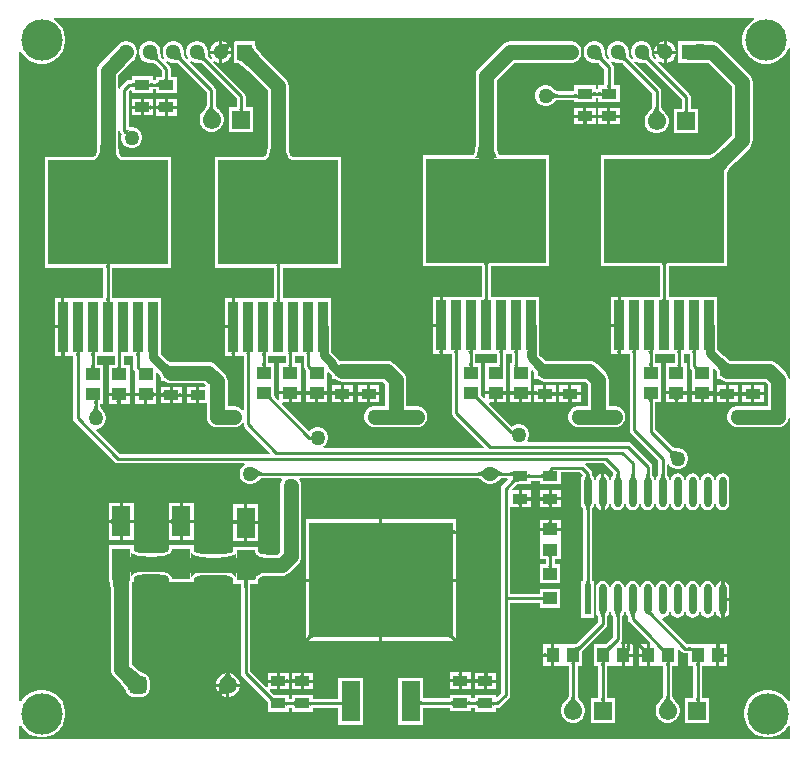
<source format=gtl>
G04*
G04 #@! TF.GenerationSoftware,Altium Limited,Altium Designer,22.9.1 (49)*
G04*
G04 Layer_Physical_Order=1*
G04 Layer_Color=255*
%FSTAX24Y24*%
%MOIN*%
G70*
G04*
G04 #@! TF.SameCoordinates,DC5806C5-9D72-4097-8AC5-96CD70471510*
G04*
G04*
G04 #@! TF.FilePolarity,Positive*
G04*
G01*
G75*
%ADD15C,0.0100*%
%ADD16R,0.0433X0.0512*%
%ADD17R,0.0630X0.1024*%
%ADD18R,0.0335X0.1713*%
%ADD19R,0.3996X0.3504*%
%ADD20R,0.0512X0.0433*%
%ADD21R,0.0630X0.1378*%
%ADD22R,0.0512X0.0354*%
%ADD23R,0.0472X0.0433*%
G04:AMPARAMS|DCode=24|XSize=102.5mil|YSize=24.5mil|CornerRadius=12.2mil|HoleSize=0mil|Usage=FLASHONLY|Rotation=90.000|XOffset=0mil|YOffset=0mil|HoleType=Round|Shape=RoundedRectangle|*
%AMROUNDEDRECTD24*
21,1,0.1025,0.0000,0,0,90.0*
21,1,0.0780,0.0245,0,0,90.0*
1,1,0.0245,0.0000,0.0390*
1,1,0.0245,0.0000,-0.0390*
1,1,0.0245,0.0000,-0.0390*
1,1,0.0245,0.0000,0.0390*
%
%ADD24ROUNDEDRECTD24*%
%ADD25R,0.0245X0.1025*%
%ADD36C,0.0610*%
%ADD37R,0.0610X0.0610*%
%ADD42R,0.4803X0.3839*%
%ADD43C,0.0500*%
%ADD44C,0.0300*%
%ADD45C,0.1380*%
%ADD46C,0.0512*%
%ADD47R,0.0512X0.0512*%
G04:AMPARAMS|DCode=48|XSize=59.1mil|YSize=59.1mil|CornerRadius=14.8mil|HoleSize=0mil|Usage=FLASHONLY|Rotation=0.000|XOffset=0mil|YOffset=0mil|HoleType=Round|Shape=RoundedRectangle|*
%AMROUNDEDRECTD48*
21,1,0.0591,0.0295,0,0,0.0*
21,1,0.0295,0.0591,0,0,0.0*
1,1,0.0295,0.0148,-0.0148*
1,1,0.0295,-0.0148,-0.0148*
1,1,0.0295,-0.0148,0.0148*
1,1,0.0295,0.0148,0.0148*
%
%ADD48ROUNDEDRECTD48*%
%ADD49C,0.0591*%
%ADD50C,0.0236*%
%ADD51C,0.0500*%
G36*
X022728Y023304D02*
X022743Y023303D01*
X023223Y0233D01*
Y0228D01*
X022723Y022795D01*
Y023305D01*
X022728Y023304D01*
D02*
G37*
G36*
X006331Y023012D02*
X006336Y022949D01*
X006341Y022921D01*
X006347Y022895D01*
X006354Y022871D01*
X006362Y02285D01*
X006372Y022831D01*
X006384Y022814D01*
X006397Y022799D01*
X006326Y022729D01*
X006311Y022741D01*
X006294Y022753D01*
X006275Y022763D01*
X006254Y022771D01*
X00623Y022779D01*
X006204Y022785D01*
X006176Y022789D01*
X006146Y022792D01*
X006078Y022794D01*
X006331Y023047D01*
X006331Y023012D01*
D02*
G37*
G36*
X005544D02*
X005549Y022949D01*
X005553Y022921D01*
X005559Y022895D01*
X005566Y022871D01*
X005575Y02285D01*
X005585Y022831D01*
X005596Y022814D01*
X005609Y022799D01*
X005538Y022729D01*
X005524Y022741D01*
X005507Y022753D01*
X005488Y022763D01*
X005466Y022771D01*
X005443Y022779D01*
X005417Y022785D01*
X005389Y022789D01*
X005358Y022792D01*
X00529Y022794D01*
X005544Y023047D01*
X005544Y023012D01*
D02*
G37*
G36*
X004757D02*
X004761Y022949D01*
X004766Y022921D01*
X004772Y022895D01*
X004779Y022871D01*
X004788Y02285D01*
X004798Y022831D01*
X004809Y022814D01*
X004822Y022799D01*
X004751Y022729D01*
X004736Y022741D01*
X00472Y022753D01*
X0047Y022763D01*
X004679Y022771D01*
X004655Y022779D01*
X004629Y022785D01*
X004601Y022789D01*
X004571Y022792D01*
X004503Y022794D01*
X004756Y023047D01*
X004757Y023012D01*
D02*
G37*
G36*
X007908Y023272D02*
X007919Y023234D01*
X007937Y023193D01*
X007961Y023148D01*
X007993Y023099D01*
X008032Y023047D01*
X008131Y022929D01*
X008258Y022795D01*
X007905Y022442D01*
X007836Y022509D01*
X007653Y022668D01*
X007601Y022707D01*
X007552Y022739D01*
X007507Y022763D01*
X007466Y022781D01*
X007428Y022792D01*
X007395Y022795D01*
X007905Y023305D01*
X007908Y023272D01*
D02*
G37*
G36*
X0051Y022207D02*
X005102Y02219D01*
X005105Y022174D01*
X005108Y022161D01*
X005113Y02215D01*
X005118Y022141D01*
X005124Y022134D01*
X005132Y022129D01*
X005141Y022126D01*
X00515Y022125D01*
X00495D01*
X00496Y022126D01*
X004968Y022129D01*
X004976Y022134D01*
X004982Y022141D01*
X004988Y02215D01*
X004992Y022161D01*
X004996Y022174D01*
X004998Y02219D01*
X004999Y022207D01*
X005Y022226D01*
X0051D01*
X0051Y022207D01*
D02*
G37*
G36*
X004796Y021864D02*
X004795Y021874D01*
X004792Y021882D01*
X004787Y02189D01*
X00478Y021896D01*
X004771Y021902D01*
X00476Y021906D01*
X004747Y02191D01*
X004732Y021912D01*
X004715Y021914D01*
X004695Y021914D01*
Y022014D01*
X004715Y022015D01*
X004732Y022016D01*
X004747Y022019D01*
X00476Y022022D01*
X004771Y022027D01*
X00478Y022032D01*
X004787Y022039D01*
X004792Y022046D01*
X004795Y022055D01*
X004796Y022064D01*
Y021864D01*
D02*
G37*
G36*
X004516Y022055D02*
X004519Y022046D01*
X004524Y022039D01*
X004531Y022032D01*
X00454Y022027D01*
X004551Y022022D01*
X004564Y022019D01*
X004579Y022016D01*
X004596Y022015D01*
X004615Y022014D01*
Y021914D01*
X004596Y021914D01*
X004579Y021912D01*
X004564Y02191D01*
X004551Y021906D01*
X00454Y021902D01*
X004531Y021896D01*
X004524Y02189D01*
X004519Y021882D01*
X004516Y021874D01*
X004515Y021864D01*
Y022064D01*
X004516Y022055D01*
D02*
G37*
G36*
X004006Y021864D02*
X004005Y021874D01*
X004002Y021882D01*
X003997Y02189D01*
X00399Y021896D01*
X003981Y021902D01*
X00397Y021906D01*
X003957Y02191D01*
X003942Y021912D01*
X003925Y021914D01*
X003905Y021914D01*
Y022014D01*
X003925Y022015D01*
X003942Y022016D01*
X003957Y022019D01*
X00397Y022022D01*
X003981Y022027D01*
X00399Y022032D01*
X003997Y022039D01*
X004002Y022046D01*
X004005Y022055D01*
X004006Y022064D01*
Y021864D01*
D02*
G37*
G36*
X0076Y021185D02*
X007602Y021167D01*
X007605Y021152D01*
X007608Y021139D01*
X007613Y021128D01*
X007618Y021119D01*
X007624Y021112D01*
X007632Y021107D01*
X007641Y021104D01*
X00765Y021103D01*
X00745D01*
X007459Y021104D01*
X007468Y021107D01*
X007476Y021112D01*
X007482Y021119D01*
X007487Y021128D01*
X007492Y021139D01*
X007495Y021152D01*
X007498Y021167D01*
X007499Y021185D01*
X0075Y021204D01*
X0076D01*
X0076Y021185D01*
D02*
G37*
G36*
X006602Y021264D02*
X006607Y021241D01*
X006615Y021217D01*
X006627Y021193D01*
X006642Y021167D01*
X00666Y021141D01*
X006682Y021114D01*
X006707Y021086D01*
X006768Y021029D01*
X006341Y021007D01*
X006371Y02104D01*
X006422Y021104D01*
X006443Y021133D01*
X00646Y021161D01*
X006475Y021188D01*
X006486Y021214D01*
X006494Y021237D01*
X006498Y02126D01*
X0065Y021281D01*
X0066Y021286D01*
X006602Y021264D01*
D02*
G37*
G36*
X003699Y020473D02*
X003713Y020462D01*
X003727Y020453D01*
X003741Y020446D01*
X003755Y02044D01*
X00377Y020437D01*
X003785Y020435D01*
X0038Y020435D01*
X003815Y020437D01*
X003831Y02044D01*
X00366Y020269D01*
X003663Y020285D01*
X003665Y0203D01*
X003665Y020315D01*
X003663Y02033D01*
X00366Y020345D01*
X003654Y020359D01*
X003647Y020373D01*
X003638Y020387D01*
X003627Y020401D01*
X003615Y020415D01*
X003685Y020485D01*
X003699Y020473D01*
D02*
G37*
G36*
X015969Y019912D02*
X015977Y019827D01*
X015989Y019752D01*
X016007Y019687D01*
X016029Y019632D01*
X016057Y019587D01*
X016089Y019552D01*
X016127Y019527D01*
X016169Y019512D01*
X016217Y019507D01*
X015217D01*
X015264Y019512D01*
X015307Y019527D01*
X015344Y019552D01*
X015377Y019587D01*
X015404Y019632D01*
X015427Y019687D01*
X015444Y019752D01*
X015457Y019827D01*
X015464Y019912D01*
X015467Y020007D01*
X015967D01*
X015969Y019912D01*
D02*
G37*
G36*
X024Y019507D02*
X023901Y019405D01*
X023746Y019221D01*
X023689Y01914D01*
X023647Y019066D01*
X023619Y018998D01*
X023604Y018938D01*
Y018885D01*
X023619Y018839D01*
X023647Y0188D01*
X02294Y019507D01*
X022979Y019479D01*
X023025Y019465D01*
X023078D01*
X023138Y019479D01*
X023205Y019507D01*
X023279Y01955D01*
X02336Y019606D01*
X023449Y019677D01*
X023647Y019861D01*
X024Y019507D01*
D02*
G37*
G36*
X009036Y019862D02*
X009043Y019777D01*
X009056Y019702D01*
X009073Y019637D01*
X009096Y019582D01*
X009123Y019537D01*
X009156Y019502D01*
X009193Y019477D01*
X009236Y019462D01*
X009283Y019457D01*
X008283D01*
X008331Y019462D01*
X008373Y019477D01*
X008411Y019502D01*
X008443Y019537D01*
X008471Y019582D01*
X008493Y019637D01*
X008511Y019702D01*
X008523Y019777D01*
X008531Y019862D01*
X008533Y019957D01*
X009033D01*
X009036Y019862D01*
D02*
G37*
G36*
X003352D02*
X00336Y019777D01*
X003372Y019702D01*
X00339Y019637D01*
X003413Y019582D01*
X00344Y019537D01*
X003473Y019502D01*
X00351Y019477D01*
X003553Y019462D01*
X0036Y019457D01*
X0026D01*
X002648Y019462D01*
X00269Y019477D01*
X002727Y019502D01*
X00276Y019537D01*
X002788Y019582D01*
X00281Y019637D01*
X002828Y019702D01*
X00284Y019777D01*
X002848Y019862D01*
X00285Y019957D01*
X00335D01*
X003352Y019862D01*
D02*
G37*
G36*
X021803Y017551D02*
X021781Y017517D01*
X021762Y017476D01*
X021746Y017428D01*
X021732Y017374D01*
X02172Y017314D01*
X021711Y017248D01*
X021701Y017097D01*
X0217Y017012D01*
X0216D01*
X021599Y017097D01*
X02158Y017314D01*
X021568Y017374D01*
X021554Y017428D01*
X021538Y017476D01*
X021519Y017517D01*
X021497Y017551D01*
X021473Y01758D01*
X021827D01*
X021803Y017551D01*
D02*
G37*
G36*
X015869D02*
X015848Y017517D01*
X015829Y017476D01*
X015812Y017428D01*
X015798Y017374D01*
X015787Y017314D01*
X015778Y017248D01*
X015768Y017097D01*
X015767Y017012D01*
X015667D01*
X015665Y017097D01*
X015646Y017314D01*
X015635Y017374D01*
X015621Y017428D01*
X015604Y017476D01*
X015585Y017517D01*
X015564Y017551D01*
X01554Y01758D01*
X015894D01*
X015869Y017551D01*
D02*
G37*
G36*
X008936Y017501D02*
X008915Y017467D01*
X008896Y017426D01*
X008879Y017378D01*
X008865Y017324D01*
X008854Y017264D01*
X008845Y017198D01*
X008835Y017047D01*
X008833Y016962D01*
X008733D01*
X008732Y017047D01*
X008713Y017264D01*
X008702Y017324D01*
X008688Y017378D01*
X008671Y017426D01*
X008652Y017467D01*
X008631Y017501D01*
X008606Y01753D01*
X00896D01*
X008936Y017501D01*
D02*
G37*
G36*
X003253D02*
X003231Y017467D01*
X003212Y017426D01*
X003196Y017378D01*
X003182Y017324D01*
X00317Y017264D01*
X003161Y017198D01*
X003151Y017047D01*
X00315Y016962D01*
X00305D01*
X003049Y017047D01*
X00303Y017264D01*
X003018Y017324D01*
X003004Y017378D01*
X002988Y017426D01*
X002969Y017467D01*
X002947Y017501D01*
X002923Y01753D01*
X003277D01*
X003253Y017501D01*
D02*
G37*
G36*
X021741Y016006D02*
X021732Y016003D01*
X021725Y015998D01*
X021718Y015991D01*
X021713Y015982D01*
X021708Y015971D01*
X021704Y015958D01*
X021702Y015942D01*
X0217Y015925D01*
X0217Y015906D01*
X0216D01*
X0216Y015925D01*
X021598Y015942D01*
X021595Y015958D01*
X021592Y015971D01*
X021588Y015982D01*
X021582Y015991D01*
X021576Y015998D01*
X021568Y016003D01*
X02156Y016006D01*
X02155Y016007D01*
X02175D01*
X021741Y016006D01*
D02*
G37*
G36*
X015807D02*
X015799Y016003D01*
X015791Y015998D01*
X015785Y015991D01*
X015779Y015982D01*
X015775Y015971D01*
X015771Y015958D01*
X015769Y015942D01*
X015767Y015925D01*
X015767Y015906D01*
X015667D01*
X015666Y015925D01*
X015665Y015942D01*
X015662Y015958D01*
X015659Y015971D01*
X015654Y015982D01*
X015649Y015991D01*
X015642Y015998D01*
X015635Y016003D01*
X015626Y016006D01*
X015617Y016007D01*
X015817D01*
X015807Y016006D01*
D02*
G37*
G36*
X008874Y015956D02*
X008865Y015953D01*
X008858Y015948D01*
X008851Y015941D01*
X008846Y015932D01*
X008841Y015921D01*
X008838Y015908D01*
X008835Y015892D01*
X008834Y015875D01*
X008833Y015856D01*
X008733D01*
X008733Y015875D01*
X008731Y015892D01*
X008729Y015908D01*
X008725Y015921D01*
X008721Y015932D01*
X008715Y015941D01*
X008709Y015948D01*
X008701Y015953D01*
X008693Y015956D01*
X008683Y015957D01*
X008883D01*
X008874Y015956D01*
D02*
G37*
G36*
X003191D02*
X003182Y015953D01*
X003174Y015948D01*
X003168Y015941D01*
X003162Y015932D01*
X003158Y015921D01*
X003155Y015908D01*
X003152Y015892D01*
X003151Y015875D01*
X00315Y015856D01*
X00305D01*
X003049Y015875D01*
X003048Y015892D01*
X003045Y015908D01*
X003042Y015921D01*
X003038Y015932D01*
X003032Y015941D01*
X003025Y015948D01*
X003018Y015953D01*
X003009Y015956D01*
X003Y015957D01*
X0032D01*
X003191Y015956D01*
D02*
G37*
G36*
X0217Y014874D02*
X021702Y014857D01*
X021704Y014842D01*
X021708Y014829D01*
X021713Y014818D01*
X021718Y014809D01*
X021725Y014802D01*
X021732Y014797D01*
X021741Y014794D01*
X02175Y014793D01*
X02155D01*
X02156Y014794D01*
X021568Y014797D01*
X021576Y014802D01*
X021582Y014809D01*
X021588Y014818D01*
X021592Y014829D01*
X021595Y014842D01*
X021598Y014857D01*
X0216Y014874D01*
X0216Y014893D01*
X0217D01*
X0217Y014874D01*
D02*
G37*
G36*
X015767D02*
X015769Y014857D01*
X015771Y014842D01*
X015775Y014829D01*
X015779Y014818D01*
X015785Y014809D01*
X015791Y014802D01*
X015799Y014797D01*
X015807Y014794D01*
X015817Y014793D01*
X015617D01*
X015626Y014794D01*
X015635Y014797D01*
X015642Y014802D01*
X015649Y014809D01*
X015654Y014818D01*
X015659Y014829D01*
X015662Y014842D01*
X015665Y014857D01*
X015666Y014874D01*
X015667Y014893D01*
X015767D01*
X015767Y014874D01*
D02*
G37*
G36*
X008834Y014824D02*
X008835Y014807D01*
X008838Y014792D01*
X008841Y014779D01*
X008846Y014768D01*
X008851Y014759D01*
X008858Y014752D01*
X008865Y014747D01*
X008874Y014744D01*
X008883Y014743D01*
X008683D01*
X008693Y014744D01*
X008701Y014747D01*
X008709Y014752D01*
X008715Y014759D01*
X008721Y014768D01*
X008725Y014779D01*
X008729Y014792D01*
X008731Y014807D01*
X008733Y014824D01*
X008733Y014843D01*
X008833D01*
X008834Y014824D01*
D02*
G37*
G36*
X003151D02*
X003152Y014807D01*
X003155Y014792D01*
X003158Y014779D01*
X003162Y014768D01*
X003168Y014759D01*
X003174Y014752D01*
X003182Y014747D01*
X003191Y014744D01*
X0032Y014743D01*
X003D01*
X003009Y014744D01*
X003018Y014747D01*
X003025Y014752D01*
X003032Y014759D01*
X003038Y014768D01*
X003042Y014779D01*
X003045Y014792D01*
X003048Y014807D01*
X003049Y014824D01*
X00305Y014843D01*
X00315D01*
X003151Y014824D01*
D02*
G37*
G36*
X02274Y013083D02*
X022732Y01308D01*
X022724Y013075D01*
X022718Y013068D01*
X022713Y013059D01*
X022708Y013047D01*
X022705Y013034D01*
X022702Y013019D01*
X022701Y013002D01*
X0227Y012983D01*
X0226D01*
X022599Y013002D01*
X022598Y013019D01*
X022596Y013034D01*
X022592Y013047D01*
X022587Y013059D01*
X022582Y013068D01*
X022576Y013075D01*
X022568Y01308D01*
X022559Y013083D01*
X02255Y013084D01*
X02275D01*
X02274Y013083D01*
D02*
G37*
G36*
X022241D02*
X022232Y01308D01*
X022225Y013075D01*
X022218Y013068D01*
X022213Y013059D01*
X022208Y013047D01*
X022204Y013034D01*
X022202Y013019D01*
X022201Y013002D01*
X0222Y012983D01*
X0221D01*
X022099Y013002D01*
X022098Y013019D01*
X022095Y013034D01*
X022092Y013047D01*
X022088Y013059D01*
X022082Y013068D01*
X022076Y013075D01*
X022068Y01308D01*
X02206Y013083D01*
X02205Y013084D01*
X02225D01*
X022241Y013083D01*
D02*
G37*
G36*
X021291D02*
X021282Y01308D01*
X021274Y013075D01*
X021268Y013068D01*
X021263Y013059D01*
X021258Y013047D01*
X021254Y013034D01*
X021252Y013019D01*
X021251Y013002D01*
X02125Y012983D01*
X02115D01*
X021149Y013002D01*
X021148Y013019D01*
X021146Y013034D01*
X021142Y013047D01*
X021137Y013059D01*
X021132Y013068D01*
X021126Y013075D01*
X021118Y01308D01*
X021109Y013083D01*
X0211Y013084D01*
X0213D01*
X021291Y013083D01*
D02*
G37*
G36*
X02074D02*
X020732Y01308D01*
X020724Y013075D01*
X020718Y013068D01*
X020712Y013059D01*
X020708Y013047D01*
X020705Y013034D01*
X020702Y013019D01*
X020701Y013002D01*
X0207Y012983D01*
X0206D01*
X0206Y013002D01*
X020598Y013019D01*
X020596Y013034D01*
X020592Y013047D01*
X020587Y013059D01*
X020582Y013068D01*
X020575Y013075D01*
X020568Y01308D01*
X020559Y013083D01*
X02055Y013084D01*
X02075D01*
X02074Y013083D01*
D02*
G37*
G36*
X016807D02*
X016799Y01308D01*
X016791Y013075D01*
X016785Y013068D01*
X016779Y013059D01*
X016775Y013047D01*
X016771Y013034D01*
X016769Y013019D01*
X016767Y013002D01*
X016767Y012983D01*
X016667D01*
X016666Y013002D01*
X016665Y013019D01*
X016662Y013034D01*
X016659Y013047D01*
X016654Y013059D01*
X016649Y013068D01*
X016642Y013075D01*
X016635Y01308D01*
X016626Y013083D01*
X016617Y013084D01*
X016817D01*
X016807Y013083D01*
D02*
G37*
G36*
X016307D02*
X016299Y01308D01*
X016291Y013075D01*
X016285Y013068D01*
X016279Y013059D01*
X016275Y013047D01*
X016271Y013034D01*
X016269Y013019D01*
X016267Y013002D01*
X016267Y012983D01*
X016167D01*
X016166Y013002D01*
X016165Y013019D01*
X016162Y013034D01*
X016159Y013047D01*
X016154Y013059D01*
X016149Y013068D01*
X016142Y013075D01*
X016135Y01308D01*
X016126Y013083D01*
X016117Y013084D01*
X016317D01*
X016307Y013083D01*
D02*
G37*
G36*
X01529D02*
X015282Y01308D01*
X015274Y013075D01*
X015268Y013068D01*
X015263Y013059D01*
X015258Y013047D01*
X015254Y013034D01*
X015252Y013019D01*
X015251Y013002D01*
X01525Y012983D01*
X01515D01*
X01515Y013002D01*
X015148Y013019D01*
X015145Y013034D01*
X015142Y013047D01*
X015137Y013059D01*
X015132Y013068D01*
X015125Y013075D01*
X015118Y01308D01*
X015109Y013083D01*
X0151Y013084D01*
X0153D01*
X01529Y013083D01*
D02*
G37*
G36*
X014807D02*
X014799Y01308D01*
X014791Y013075D01*
X014785Y013068D01*
X014779Y013059D01*
X014775Y013047D01*
X014771Y013034D01*
X014769Y013019D01*
X014767Y013002D01*
X014767Y012983D01*
X014667D01*
X014666Y013002D01*
X014665Y013019D01*
X014662Y013034D01*
X014659Y013047D01*
X014654Y013059D01*
X014649Y013068D01*
X014642Y013075D01*
X014635Y01308D01*
X014626Y013083D01*
X014617Y013084D01*
X014817D01*
X014807Y013083D01*
D02*
G37*
G36*
X009874Y013033D02*
X009865Y01303D01*
X009858Y013025D01*
X009851Y013018D01*
X009846Y013009D01*
X009841Y012997D01*
X009838Y012984D01*
X009835Y012969D01*
X009834Y012952D01*
X009833Y012933D01*
X009733D01*
X009733Y012952D01*
X009731Y012969D01*
X009729Y012984D01*
X009725Y012997D01*
X009721Y013009D01*
X009715Y013018D01*
X009709Y013025D01*
X009701Y01303D01*
X009693Y013033D01*
X009683Y013034D01*
X009883D01*
X009874Y013033D01*
D02*
G37*
G36*
X009272Y013033D02*
X009263Y01303D01*
X009256Y013025D01*
X009249Y013018D01*
X009244Y013008D01*
X009239Y012997D01*
X009236Y012984D01*
X009233Y012969D01*
X009232Y012952D01*
X009231Y012933D01*
X009131D01*
X009131Y012952D01*
X009126Y013017D01*
X009124Y013024D01*
X009122Y013029D01*
X00912Y013032D01*
X009117Y013033D01*
X009281Y013034D01*
X009272Y013033D01*
D02*
G37*
G36*
X00839Y013033D02*
X008382Y01303D01*
X008375Y013025D01*
X008368Y013018D01*
X008363Y013009D01*
X008358Y012997D01*
X008354Y012984D01*
X008352Y012969D01*
X00835Y012952D01*
X00835Y012933D01*
X00825D01*
X008249Y012952D01*
X008248Y012969D01*
X008245Y012984D01*
X008242Y012997D01*
X008238Y013009D01*
X008232Y013018D01*
X008225Y013025D01*
X008218Y01303D01*
X008209Y013033D01*
X0082Y013034D01*
X0084D01*
X00839Y013033D01*
D02*
G37*
G36*
X007874D02*
X007865Y01303D01*
X007858Y013025D01*
X007851Y013018D01*
X007846Y013009D01*
X007841Y012997D01*
X007838Y012984D01*
X007835Y012969D01*
X007834Y012952D01*
X007833Y012933D01*
X007733D01*
X007733Y012952D01*
X007731Y012969D01*
X007729Y012984D01*
X007725Y012997D01*
X007721Y013009D01*
X007715Y013018D01*
X007709Y013025D01*
X007701Y01303D01*
X007693Y013033D01*
X007683Y013034D01*
X007883D01*
X007874Y013033D01*
D02*
G37*
G36*
X004191D02*
X004182Y01303D01*
X004175Y013025D01*
X004168Y013018D01*
X004162Y013009D01*
X004158Y012997D01*
X004155Y012984D01*
X004152Y012969D01*
X00415Y012952D01*
X00415Y012933D01*
X00405D01*
X004049Y012952D01*
X004048Y012969D01*
X004045Y012984D01*
X004042Y012997D01*
X004038Y013009D01*
X004032Y013018D01*
X004026Y013025D01*
X004018Y01303D01*
X00401Y013033D01*
X004Y013034D01*
X0042D01*
X004191Y013033D01*
D02*
G37*
G36*
X003574Y013033D02*
X003566Y01303D01*
X003558Y013025D01*
X003552Y013018D01*
X003546Y013008D01*
X003542Y012997D01*
X003538Y012984D01*
X003536Y012969D01*
X003534Y012952D01*
X003534Y012933D01*
X003434D01*
X003434Y013033D01*
X003584Y013034D01*
X003574Y013033D01*
D02*
G37*
G36*
X002691Y013033D02*
X002682Y01303D01*
X002675Y013025D01*
X002668Y013018D01*
X002663Y013009D01*
X002658Y012997D01*
X002655Y012984D01*
X002652Y012969D01*
X00265Y012952D01*
X00265Y012933D01*
X00255D01*
X002549Y012952D01*
X002548Y012969D01*
X002546Y012984D01*
X002542Y012997D01*
X002537Y013009D01*
X002532Y013018D01*
X002526Y013025D01*
X002518Y01303D01*
X00251Y013033D01*
X0025Y013034D01*
X0027D01*
X002691Y013033D01*
D02*
G37*
G36*
X002191D02*
X002182Y01303D01*
X002174Y013025D01*
X002168Y013018D01*
X002163Y013009D01*
X002158Y012997D01*
X002155Y012984D01*
X002152Y012969D01*
X00215Y012952D01*
X00215Y012933D01*
X00205D01*
X00205Y012952D01*
X002048Y012969D01*
X002045Y012984D01*
X002042Y012997D01*
X002037Y013009D01*
X002032Y013018D01*
X002025Y013025D01*
X002018Y01303D01*
X002009Y013033D01*
X002Y013034D01*
X0022D01*
X002191Y013033D01*
D02*
G37*
G36*
X022201Y012651D02*
X022202Y012634D01*
X022204Y012619D01*
X022208Y012606D01*
X022213Y012594D01*
X022218Y012585D01*
X022225Y012578D01*
X022232Y012573D01*
X022241Y01257D01*
X02225Y012569D01*
X02205D01*
X02206Y01257D01*
X022068Y012573D01*
X022076Y012578D01*
X022082Y012585D01*
X022088Y012594D01*
X022092Y012606D01*
X022095Y012619D01*
X022098Y012634D01*
X022099Y012651D01*
X0221Y01267D01*
X0222D01*
X022201Y012651D01*
D02*
G37*
G36*
X021251D02*
X021252Y012634D01*
X021254Y012619D01*
X021258Y012606D01*
X021263Y012594D01*
X021268Y012585D01*
X021274Y012578D01*
X021282Y012573D01*
X021291Y01257D01*
X0213Y012569D01*
X0211D01*
X021109Y01257D01*
X021118Y012573D01*
X021126Y012578D01*
X021132Y012585D01*
X021137Y012594D01*
X021142Y012606D01*
X021146Y012619D01*
X021148Y012634D01*
X021149Y012651D01*
X02115Y01267D01*
X02125D01*
X021251Y012651D01*
D02*
G37*
G36*
X016767D02*
X016769Y012634D01*
X016771Y012619D01*
X016775Y012606D01*
X016779Y012594D01*
X016785Y012585D01*
X016791Y012578D01*
X016799Y012573D01*
X016807Y01257D01*
X016817Y012569D01*
X016617D01*
X016626Y01257D01*
X016635Y012573D01*
X016642Y012578D01*
X016649Y012585D01*
X016654Y012594D01*
X016659Y012606D01*
X016662Y012619D01*
X016665Y012634D01*
X016666Y012651D01*
X016667Y01267D01*
X016767D01*
X016767Y012651D01*
D02*
G37*
G36*
X016267Y012651D02*
X01627Y012606D01*
X016272Y012595D01*
X016274Y012586D01*
X016277Y012579D01*
X01628Y012574D01*
X016284Y012571D01*
X016288Y01257D01*
X016117Y012569D01*
X016126Y01257D01*
X016135Y012573D01*
X016142Y012578D01*
X016149Y012586D01*
X016154Y012595D01*
X016159Y012606D01*
X016162Y012619D01*
X016165Y012634D01*
X016166Y012651D01*
X016167Y01267D01*
X016267D01*
X016267Y012651D01*
D02*
G37*
G36*
X015251Y012651D02*
X015252Y012634D01*
X015254Y012619D01*
X015258Y012606D01*
X015263Y012594D01*
X015268Y012585D01*
X015274Y012578D01*
X015282Y012573D01*
X01529Y01257D01*
X0153Y012569D01*
X0151D01*
X015109Y01257D01*
X015118Y012573D01*
X015125Y012578D01*
X015132Y012585D01*
X015137Y012594D01*
X015142Y012606D01*
X015145Y012619D01*
X015148Y012634D01*
X01515Y012651D01*
X01515Y01267D01*
X01525D01*
X015251Y012651D01*
D02*
G37*
G36*
X009232D02*
X009233Y012634D01*
X009236Y012619D01*
X009239Y012606D01*
X009244Y012594D01*
X009249Y012585D01*
X009256Y012578D01*
X009263Y012573D01*
X009272Y01257D01*
X009281Y012569D01*
X009081D01*
X009091Y01257D01*
X009099Y012573D01*
X009107Y012578D01*
X009113Y012585D01*
X009119Y012594D01*
X009123Y012606D01*
X009127Y012619D01*
X009129Y012634D01*
X009131Y012651D01*
X009131Y01267D01*
X009231D01*
X009232Y012651D01*
D02*
G37*
G36*
X00835D02*
X008352Y012634D01*
X008354Y012619D01*
X008358Y012606D01*
X008363Y012594D01*
X008368Y012585D01*
X008375Y012578D01*
X008382Y012573D01*
X00839Y01257D01*
X0084Y012569D01*
X0082D01*
X008209Y01257D01*
X008218Y012573D01*
X008225Y012578D01*
X008232Y012585D01*
X008238Y012594D01*
X008242Y012606D01*
X008245Y012619D01*
X008248Y012634D01*
X008249Y012651D01*
X00825Y01267D01*
X00835D01*
X00835Y012651D01*
D02*
G37*
G36*
X003534Y012601D02*
X003536Y012584D01*
X003538Y012569D01*
X003542Y012556D01*
X003546Y012544D01*
X003552Y012535D01*
X003558Y012528D01*
X003566Y012523D01*
X003574Y01252D01*
X003584Y012519D01*
X003384D01*
X003393Y01252D01*
X003402Y012523D01*
X003409Y012528D01*
X003416Y012535D01*
X003421Y012544D01*
X003426Y012556D01*
X003429Y012569D01*
X003432Y012584D01*
X003433Y012601D01*
X003434Y01262D01*
X003534D01*
X003534Y012601D01*
D02*
G37*
G36*
X00265D02*
X002652Y012584D01*
X002655Y012569D01*
X002658Y012556D01*
X002663Y012544D01*
X002668Y012535D01*
X002675Y012528D01*
X002682Y012523D01*
X002691Y01252D01*
X0027Y012519D01*
X0025D01*
X00251Y01252D01*
X002518Y012523D01*
X002526Y012528D01*
X002532Y012535D01*
X002537Y012544D01*
X002542Y012556D01*
X002546Y012569D01*
X002548Y012584D01*
X002549Y012601D01*
X00255Y01262D01*
X00265D01*
X00265Y012601D01*
D02*
G37*
G36*
X023566Y012848D02*
X023737Y012705D01*
X023789Y01267D01*
X023837Y012641D01*
X023884Y012619D01*
X023927Y012603D01*
X023968Y012593D01*
X024006Y01259D01*
X023498Y012279D01*
X023519Y012298D01*
X023531Y012322D01*
X023534Y012351D01*
X023527Y012385D01*
X02351Y012425D01*
X023484Y01247D01*
X023448Y012521D01*
X023403Y012576D01*
X023285Y012703D01*
X023504Y012908D01*
X023566Y012848D01*
D02*
G37*
G36*
X017383Y01308D02*
X017383Y013074D01*
X017384Y012895D01*
X017394Y012908D01*
X017473Y012832D01*
X017674Y012663D01*
X01773Y012626D01*
X01778Y012599D01*
X017824Y012581D01*
X017863Y012574D01*
X017897Y012577D01*
X017925Y012589D01*
X017423Y012244D01*
X017443Y012264D01*
X017454Y012289D01*
X017456Y012319D01*
X017449Y012354D01*
X017432Y012393D01*
X017406Y012438D01*
X017371Y012488D01*
X017326Y012543D01*
X01721Y012669D01*
X017354Y012856D01*
X017084D01*
X017084Y012899D01*
X017076Y013026D01*
X017072Y013046D01*
X017068Y013062D01*
X017063Y013074D01*
X017057Y01308D01*
X017051Y013083D01*
X017383D01*
X017383Y01308D01*
D02*
G37*
G36*
X00502Y012694D02*
X005129Y012603D01*
X005177Y012569D01*
X005221Y012544D01*
X005262Y012526D01*
X005298Y012517D01*
X005331Y012516D01*
X00536Y012523D01*
X005384Y012539D01*
X004972Y012188D01*
X00497Y012215D01*
X004963Y012243D01*
X004953Y012272D01*
X004938Y012304D01*
X004919Y012337D01*
X004895Y012372D01*
X004868Y012409D01*
X0048Y012487D01*
X00476Y012528D01*
X00496Y012752D01*
X00502Y012694D01*
D02*
G37*
G36*
X024643Y024188D02*
X024631Y02412D01*
X024546Y024064D01*
X024436Y023954D01*
X02435Y023824D01*
X02429Y02368D01*
X02426Y023528D01*
Y023372D01*
X02429Y02322D01*
X02435Y023076D01*
X024436Y022946D01*
X024546Y022836D01*
X024676Y02275D01*
X02482Y02269D01*
X024972Y02266D01*
X025128D01*
X02528Y02269D01*
X025424Y02275D01*
X025554Y022836D01*
X025664Y022946D01*
X02575Y023076D01*
X025797Y023189D01*
X025847Y023179D01*
Y01217D01*
X025797Y012166D01*
X025791Y012212D01*
X025756Y012298D01*
X0257Y012371D01*
X025407Y012664D01*
X025334Y01272D01*
X025248Y012755D01*
X025157Y012767D01*
X023826D01*
X023799Y012786D01*
X02365Y012911D01*
X023422Y013138D01*
Y01392D01*
X023417Y013945D01*
Y014894D01*
X021803D01*
Y015905D01*
X023748D01*
Y018797D01*
X023749Y0188D01*
X023748Y018804D01*
Y019037D01*
X023776Y019085D01*
X023827Y019159D01*
X023977Y019337D01*
X024031Y019392D01*
X0245Y019861D01*
X024556Y019934D01*
X024591Y020019D01*
X024603Y020111D01*
Y02205D01*
X024603Y02205D01*
X024591Y022141D01*
X024556Y022227D01*
X0245Y0223D01*
X0235Y0233D01*
X023427Y023356D01*
X023341Y023391D01*
X02325Y023403D01*
X023054D01*
X022824Y023404D01*
Y023406D01*
X022727D01*
X022723Y023407D01*
X022719Y023406D01*
X022113D01*
Y022694D01*
X022719D01*
X022723Y022693D01*
X022724Y022693D01*
X022724Y022693D01*
X022804Y022694D01*
X022824D01*
Y022694D01*
X023104Y022697D01*
X023897Y021904D01*
Y020257D01*
X023555Y019915D01*
X023382Y019754D01*
X023299Y019688D01*
X023225Y019636D01*
X023176Y019609D01*
X022944D01*
X02294Y019609D01*
X022936Y019609D01*
X019552D01*
Y015905D01*
X021497D01*
Y014894D01*
X0202D01*
Y013938D01*
Y013084D01*
X02025D01*
X02024Y013083D01*
X020232Y01308D01*
X020224Y013075D01*
X020218Y013068D01*
X020213Y013059D01*
X020208Y013047D01*
X020205Y013034D01*
X020202Y013019D01*
X020201Y013002D01*
X0202Y012983D01*
Y012981D01*
X020497D01*
Y01045D01*
X020509Y010391D01*
X020542Y010342D01*
X021447Y009437D01*
Y008966D01*
X021446Y008956D01*
X021446Y008952D01*
X02144Y008948D01*
X02139Y008874D01*
X021375Y008799D01*
X021325D01*
X02131Y008874D01*
X02126Y008948D01*
X021254Y008952D01*
X021253Y00897D01*
Y009233D01*
X021241Y009292D01*
X021208Y009341D01*
X020541Y010008D01*
X020492Y010041D01*
X020433Y010053D01*
X017114D01*
X01709Y010103D01*
X017126Y010165D01*
X01715Y010254D01*
Y010346D01*
X017126Y010435D01*
X01708Y010515D01*
X017015Y01058D01*
X016935Y010626D01*
X016846Y01065D01*
X016754D01*
X016665Y010626D01*
X016585Y01058D01*
X016573Y010568D01*
X015818Y011323D01*
X015838Y011369D01*
X015984D01*
Y011636D01*
X015678D01*
Y011529D01*
X015631Y01151D01*
X015581Y011561D01*
X015566Y011577D01*
X015556Y011589D01*
X015556Y011589D01*
Y011608D01*
X015557Y011612D01*
X015556Y011616D01*
Y012002D01*
X015556D01*
Y012039D01*
X015556D01*
Y012672D01*
X015353D01*
Y012981D01*
X016064D01*
Y012672D01*
X015678D01*
Y012039D01*
X015678D01*
Y012002D01*
X015678D01*
Y011736D01*
X016287D01*
Y011786D01*
X016288Y011776D01*
X016291Y011768D01*
X016296Y01176D01*
X016303Y011754D01*
X016312Y011748D01*
X016324Y011744D01*
X016337Y01174D01*
X016352Y011738D01*
X016369Y011736D01*
X016388Y011736D01*
X016389D01*
Y012002D01*
X016389D01*
Y012039D01*
X016389D01*
Y012567D01*
X01639Y012571D01*
X016389Y012575D01*
Y012672D01*
X01637D01*
Y012981D01*
X016564D01*
Y012672D01*
X016511D01*
Y012052D01*
X016511Y012039D01*
Y012002D01*
X016511Y011989D01*
Y011736D01*
X016512D01*
X016532Y011736D01*
X016549Y011738D01*
X016564Y01174D01*
X016577Y011744D01*
X016588Y011748D01*
X016597Y011754D01*
X016605Y01176D01*
X01661Y011768D01*
X016613Y011776D01*
X016614Y011786D01*
Y011736D01*
X017121D01*
Y011786D01*
X017122Y011776D01*
X017125Y011768D01*
X01713Y01176D01*
X017137Y011754D01*
X017146Y011748D01*
X017157Y011744D01*
X01717Y01174D01*
X017185Y011738D01*
X017203Y011736D01*
X017222Y011736D01*
X017223D01*
Y011989D01*
X017223Y012002D01*
Y012039D01*
X017223Y012052D01*
Y01243D01*
X017273Y012447D01*
X01729Y012427D01*
X01732Y012383D01*
X017321Y012383D01*
Y012137D01*
X017463D01*
X0175Y012108D01*
X017585Y012073D01*
X017676Y012061D01*
X019011D01*
X019097Y011975D01*
Y011253D01*
X0188D01*
X018777Y01125D01*
X018754D01*
X018732Y011244D01*
X018709Y011241D01*
X018687Y011232D01*
X018665Y011226D01*
X018645Y011215D01*
X018623Y011206D01*
X018605Y011192D01*
X018585Y01118D01*
X018569Y011164D01*
X01855Y01115D01*
X018536Y011131D01*
X01852Y011115D01*
X018508Y011095D01*
X018494Y011077D01*
X018485Y011055D01*
X018474Y011035D01*
X018468Y011013D01*
X018459Y010991D01*
X018456Y010968D01*
X01845Y010946D01*
Y010923D01*
X018447Y0109D01*
X01845Y010877D01*
Y010854D01*
X018456Y010832D01*
X018459Y010809D01*
X018468Y010787D01*
X018474Y010765D01*
X018485Y010745D01*
X018494Y010723D01*
X018508Y010705D01*
X01852Y010685D01*
X018536Y010669D01*
X01855Y01065D01*
X018569Y010636D01*
X018585Y01062D01*
X018605Y010608D01*
X018623Y010594D01*
X018645Y010585D01*
X018665Y010574D01*
X018687Y010568D01*
X018709Y010559D01*
X018732Y010556D01*
X018754Y01055D01*
X018777D01*
X0188Y010547D01*
X02D01*
X020023Y01055D01*
X020046D01*
X020068Y010556D01*
X020091Y010559D01*
X020113Y010568D01*
X020135Y010574D01*
X020155Y010585D01*
X020177Y010594D01*
X020195Y010608D01*
X020215Y01062D01*
X020231Y010636D01*
X02025Y01065D01*
X020264Y010669D01*
X02028Y010685D01*
X020292Y010705D01*
X020306Y010723D01*
X020315Y010745D01*
X020326Y010765D01*
X020332Y010787D01*
X020341Y010809D01*
X020344Y010832D01*
X02035Y010854D01*
Y010877D01*
X020353Y0109D01*
X02035Y010923D01*
Y010946D01*
X020344Y010968D01*
X020341Y010991D01*
X020332Y011013D01*
X020326Y011035D01*
X020315Y011055D01*
X020306Y011077D01*
X020292Y011095D01*
X02028Y011115D01*
X020264Y011131D01*
X02025Y01115D01*
X020231Y011164D01*
X020215Y01118D01*
X020195Y011192D01*
X020177Y011206D01*
X020155Y011215D01*
X020135Y011226D01*
X020113Y011232D01*
X020091Y011241D01*
X020068Y011244D01*
X020046Y01125D01*
X020023D01*
X02Y011253D01*
X019803D01*
Y012121D01*
X019791Y012212D01*
X019756Y012298D01*
X0197Y012371D01*
X019407Y012664D01*
X019334Y01272D01*
X019248Y012755D01*
X019157Y012767D01*
X017708D01*
X017555Y012896D01*
X017489Y012962D01*
Y01392D01*
X017484Y013945D01*
Y014894D01*
X01587D01*
Y015905D01*
X017815D01*
Y019609D01*
X016228D01*
X016227Y019609D01*
X016192Y019613D01*
X016173Y019619D01*
X016156Y019631D01*
X016138Y019649D01*
X01612Y019679D01*
X016103Y01972D01*
X016089Y019774D01*
X016078Y01984D01*
X016071Y019918D01*
X01607Y019969D01*
Y02212D01*
X016646Y022697D01*
X018474D01*
X018485Y022694D01*
X018578D01*
X018669Y022718D01*
X01875Y022765D01*
X018816Y022831D01*
X018863Y022913D01*
X018887Y023003D01*
Y023097D01*
X018863Y023187D01*
X018816Y023269D01*
X01875Y023335D01*
X018669Y023382D01*
X018578Y023406D01*
X018485D01*
X018474Y023403D01*
X0165D01*
X0165Y023403D01*
X016409Y023391D01*
X016323Y023356D01*
X01625Y0233D01*
X015467Y022516D01*
X015411Y022443D01*
X015376Y022358D01*
X015364Y022267D01*
Y019969D01*
X015362Y019918D01*
X015355Y01984D01*
X015344Y019774D01*
X01533Y01972D01*
X015313Y019679D01*
X015295Y019649D01*
X015278Y019631D01*
X015261Y019619D01*
X015242Y019613D01*
X015206Y019609D01*
X015205Y019609D01*
X013619D01*
Y015905D01*
X015564D01*
Y014894D01*
X014267D01*
Y013938D01*
Y013084D01*
X014317D01*
X014307Y013083D01*
X014299Y01308D01*
X014291Y013075D01*
X014285Y013068D01*
X014279Y013059D01*
X014275Y013047D01*
X014271Y013034D01*
X014269Y013019D01*
X014267Y013002D01*
X014267Y012983D01*
X014267D01*
Y012981D01*
X014564D01*
Y011033D01*
X014575Y010975D01*
X014609Y010925D01*
X015635Y009899D01*
X015615Y009853D01*
X010299D01*
X010285Y009903D01*
X010315Y00992D01*
X01038Y009985D01*
X010426Y010065D01*
X01045Y010154D01*
Y010246D01*
X010426Y010335D01*
X01038Y010415D01*
X010315Y01048D01*
X010235Y010526D01*
X010146Y01055D01*
X010054D01*
X009965Y010526D01*
X009885Y01048D01*
X009823Y010418D01*
X008918Y011323D01*
X008938Y011369D01*
X009131D01*
Y011636D01*
X008825D01*
Y011482D01*
X008779Y011462D01*
X008681Y011561D01*
X008666Y011577D01*
X008656Y011589D01*
X008656Y011589D01*
Y011608D01*
X008657Y011612D01*
X008656Y011616D01*
Y012002D01*
X008656D01*
Y012039D01*
X008656D01*
Y012672D01*
X008453D01*
Y012931D01*
X009028D01*
Y012672D01*
X008825D01*
Y012039D01*
X008825D01*
Y012002D01*
X008825D01*
Y011736D01*
X009435D01*
Y011786D01*
X009436Y011776D01*
X009439Y011768D01*
X009444Y01176D01*
X009451Y011754D01*
X00946Y011748D01*
X009471Y011744D01*
X009484Y01174D01*
X009499Y011738D01*
X009517Y011736D01*
X009536Y011736D01*
X009537D01*
Y012002D01*
X009537D01*
Y012039D01*
X009537D01*
Y012672D01*
X009334D01*
Y012931D01*
X00963D01*
Y012594D01*
X009642Y012536D01*
X009675Y012486D01*
X009706Y012455D01*
Y012052D01*
X009706Y012039D01*
Y012002D01*
X009706Y011989D01*
Y011736D01*
X009707D01*
Y011736D01*
X009727Y011736D01*
X009744Y011738D01*
X009759Y01174D01*
X009772Y011744D01*
X009783Y011748D01*
X009792Y011754D01*
X0098Y01176D01*
X009805Y011768D01*
X009808Y011776D01*
X009809Y011786D01*
Y011736D01*
X010062D01*
X010316D01*
Y011786D01*
X010317Y011776D01*
X01032Y011768D01*
X010325Y01176D01*
X010332Y011754D01*
X010341Y011748D01*
X010352Y011744D01*
X010365Y01174D01*
X01038Y011738D01*
X010398Y011736D01*
X010417Y011736D01*
X010418D01*
Y011989D01*
X010418Y012002D01*
Y012039D01*
X010418Y012052D01*
Y012356D01*
X010464Y012375D01*
X010563Y012277D01*
Y012137D01*
X010705D01*
X010742Y012108D01*
X010828Y012073D01*
X010919Y012061D01*
X012261D01*
X012347Y011975D01*
Y011253D01*
X012D01*
X011977Y01125D01*
X011954D01*
X011932Y011244D01*
X011909Y011241D01*
X011887Y011232D01*
X011865Y011226D01*
X011845Y011215D01*
X011823Y011206D01*
X011805Y011192D01*
X011785Y01118D01*
X011769Y011164D01*
X01175Y01115D01*
X011736Y011131D01*
X01172Y011115D01*
X011708Y011095D01*
X011694Y011077D01*
X011685Y011055D01*
X011674Y011035D01*
X011668Y011013D01*
X011659Y010991D01*
X011656Y010968D01*
X01165Y010946D01*
Y010923D01*
X011647Y0109D01*
X01165Y010877D01*
Y010854D01*
X011656Y010832D01*
X011659Y010809D01*
X011668Y010787D01*
X011674Y010765D01*
X011685Y010745D01*
X011694Y010723D01*
X011708Y010705D01*
X01172Y010685D01*
X011736Y010669D01*
X01175Y01065D01*
X011769Y010636D01*
X011785Y01062D01*
X011805Y010608D01*
X011823Y010594D01*
X011845Y010585D01*
X011865Y010574D01*
X011887Y010568D01*
X011909Y010559D01*
X011932Y010556D01*
X011954Y01055D01*
X011977D01*
X012Y010547D01*
X0134D01*
X013423Y01055D01*
X013446D01*
X013468Y010556D01*
X013491Y010559D01*
X013513Y010568D01*
X013535Y010574D01*
X013555Y010585D01*
X013577Y010594D01*
X013595Y010608D01*
X013615Y01062D01*
X013631Y010636D01*
X01365Y01065D01*
X013664Y010669D01*
X01368Y010685D01*
X013692Y010705D01*
X013706Y010723D01*
X013715Y010745D01*
X013726Y010765D01*
X013732Y010787D01*
X013741Y010809D01*
X013744Y010832D01*
X01375Y010854D01*
Y010877D01*
X013753Y0109D01*
X01375Y010923D01*
Y010946D01*
X013744Y010968D01*
X013741Y010991D01*
X013732Y011013D01*
X013726Y011035D01*
X013715Y011055D01*
X013706Y011077D01*
X013692Y011095D01*
X01368Y011115D01*
X013664Y011131D01*
X01365Y01115D01*
X013631Y011164D01*
X013615Y01118D01*
X013595Y011192D01*
X013577Y011206D01*
X013555Y011215D01*
X013535Y011226D01*
X013513Y011232D01*
X013491Y011241D01*
X013468Y011244D01*
X013446Y01125D01*
X013423D01*
X0134Y011253D01*
X013053D01*
Y012121D01*
X013041Y012212D01*
X013006Y012298D01*
X01295Y012371D01*
X012657Y012664D01*
X012584Y01272D01*
X012498Y012755D01*
X012407Y012767D01*
X010919D01*
X010828Y012755D01*
X010804Y012773D01*
X010748Y012855D01*
X010556Y013048D01*
Y01387D01*
X010551Y013895D01*
Y014844D01*
X008936D01*
Y015855D01*
X010881D01*
Y019559D01*
X009295D01*
X009294Y019559D01*
X009258Y019563D01*
X009239Y019569D01*
X009222Y019581D01*
X009205Y019599D01*
X009187Y019629D01*
X00917Y01967D01*
X009156Y019724D01*
X009145Y01979D01*
X009138Y019868D01*
X009136Y019919D01*
Y021917D01*
X009124Y022008D01*
X009089Y022093D01*
X009033Y022166D01*
X008301Y022899D01*
X008207Y022997D01*
X008112Y02311D01*
X008077Y023157D01*
X008049Y023201D01*
X008028Y023238D01*
X008015Y023269D01*
X008009Y023291D01*
X008006Y023316D01*
X008006Y023316D01*
Y023406D01*
X007909D01*
X007905Y023407D01*
X007901Y023406D01*
X007896D01*
X007894Y023406D01*
X007893Y023406D01*
X007294D01*
Y022807D01*
X007294Y022806D01*
X007294Y022804D01*
Y022799D01*
X007293Y022795D01*
X007294Y022791D01*
Y022694D01*
X007384D01*
X007384Y022694D01*
X007409Y022691D01*
X007431Y022685D01*
X007462Y022672D01*
X007499Y022651D01*
X007543Y022623D01*
X00759Y022588D01*
X007767Y022434D01*
X007767Y022434D01*
X00843Y02177D01*
Y019919D01*
X008429Y019868D01*
X008422Y01979D01*
X008411Y019724D01*
X008397Y01967D01*
X00838Y019629D01*
X008362Y019599D01*
X008344Y019581D01*
X008327Y019569D01*
X008308Y019563D01*
X008273Y019559D01*
X008272Y019559D01*
X006685D01*
Y015855D01*
X00863D01*
Y014844D01*
X007333D01*
Y013888D01*
Y013034D01*
X007383D01*
X007374Y013033D01*
X007365Y01303D01*
X007358Y013025D01*
X007351Y013018D01*
X007346Y013009D01*
X007341Y012997D01*
X007338Y012984D01*
X007335Y012969D01*
X007334Y012952D01*
X007333Y012933D01*
X007333D01*
Y012931D01*
X00763D01*
Y011128D01*
X00758Y011114D01*
X00758Y011115D01*
X007564Y011131D01*
X00755Y01115D01*
X007531Y011164D01*
X007515Y01118D01*
X007495Y011192D01*
X007477Y011206D01*
X007455Y011215D01*
X007435Y011226D01*
X007413Y011232D01*
X007391Y011241D01*
X007368Y011244D01*
X007346Y01125D01*
X007323D01*
X0073Y011253D01*
X007103D01*
Y012071D01*
X007091Y012162D01*
X007056Y012248D01*
X007Y012321D01*
X006707Y012614D01*
X006634Y01267D01*
X006548Y012705D01*
X006457Y012717D01*
X005226D01*
X005161Y012708D01*
X005102Y012758D01*
X004872Y012988D01*
Y01387D01*
X004867Y013895D01*
Y014844D01*
X003253D01*
Y015855D01*
X005198D01*
Y019559D01*
X003611D01*
X003611Y019559D01*
X003575Y019563D01*
X003556Y019569D01*
X003539Y019581D01*
X003522Y019599D01*
X003504Y019629D01*
X003487Y01967D01*
X003472Y019724D01*
X003461Y01979D01*
X003454Y019868D01*
X003453Y019919D01*
Y020415D01*
X003503Y02042D01*
X003509Y020391D01*
X003542Y020342D01*
X003552Y020332D01*
X003555Y020328D01*
X003559Y020322D01*
X003561Y020318D01*
X003562Y020314D01*
X003563Y020311D01*
X003563Y020309D01*
X003563Y020306D01*
X003563Y020302D01*
X00356Y020292D01*
X00356Y020284D01*
X00355Y020246D01*
Y020154D01*
X003574Y020065D01*
X00362Y019985D01*
X003685Y01992D01*
X003765Y019874D01*
X003854Y01985D01*
X003946D01*
X004035Y019874D01*
X004115Y01992D01*
X00418Y019985D01*
X004226Y020065D01*
X00425Y020154D01*
Y020246D01*
X004226Y020335D01*
X00418Y020415D01*
X004115Y02048D01*
X004035Y020526D01*
X003946Y02055D01*
X003854D01*
X003853Y02055D01*
X003803Y020588D01*
Y021737D01*
X003854Y021788D01*
X003904Y021767D01*
Y021687D01*
X004616D01*
Y021811D01*
X004694D01*
Y021673D01*
X005406D01*
Y022227D01*
X005203D01*
Y0225D01*
X005191Y022559D01*
X005158Y022609D01*
X005045Y022721D01*
X005076Y022761D01*
X00515Y022718D01*
X005241Y022694D01*
X005279D01*
X005287Y022692D01*
X005351Y02269D01*
X005375Y022688D01*
X005398Y022684D01*
X005417Y02268D01*
X005432Y022675D01*
X005445Y02267D01*
X005455Y022665D01*
X00546Y022661D01*
X006397Y021724D01*
Y021274D01*
X006395Y021264D01*
X00639Y02125D01*
X006383Y021233D01*
X006372Y021212D01*
X006358Y021189D01*
X006341Y021165D01*
X006294Y021106D01*
X006265Y021074D01*
X006262Y021069D01*
X006242Y021049D01*
X006188Y020956D01*
X006161Y020853D01*
Y020747D01*
X006188Y020644D01*
X006242Y020551D01*
X006317Y020476D01*
X006409Y020422D01*
X006512Y020395D01*
X006619D01*
X006722Y020422D01*
X006815Y020476D01*
X00689Y020551D01*
X006943Y020644D01*
X006971Y020747D01*
Y020853D01*
X006943Y020956D01*
X00689Y021049D01*
X006843Y021096D01*
X006838Y021102D01*
X00678Y021158D01*
X00676Y021181D01*
X006742Y021203D01*
X006728Y021223D01*
X006717Y021241D01*
X006709Y021256D01*
X006705Y021269D01*
X006703Y021278D01*
Y021788D01*
X006691Y021846D01*
X006658Y021896D01*
X005833Y022721D01*
X005864Y022761D01*
X005938Y022718D01*
X006028Y022694D01*
X006066D01*
X006075Y022692D01*
X006139Y02269D01*
X006163Y022688D01*
X006185Y022684D01*
X006204Y02268D01*
X00622Y022675D01*
X006233Y02267D01*
X006242Y022665D01*
X006247Y022661D01*
X007397Y021512D01*
Y021205D01*
X007145D01*
Y020395D01*
X007955D01*
Y021205D01*
X007703D01*
Y021575D01*
X007691Y021634D01*
X007658Y021683D01*
X00662Y022721D01*
X006651Y022761D01*
X006725Y022718D01*
X006813Y022695D01*
Y023D01*
X006508D01*
X006531Y022913D01*
X006574Y022838D01*
X006534Y022808D01*
X006464Y022878D01*
X00646Y022883D01*
X006455Y022893D01*
X00645Y022905D01*
X006445Y022921D01*
X006441Y02294D01*
X006438Y022961D01*
X006433Y023017D01*
X006433Y023048D01*
X006431Y023058D01*
Y023097D01*
X006407Y023187D01*
X00636Y023269D01*
X006294Y023335D01*
X006213Y023382D01*
X006122Y023406D01*
X006028D01*
X005938Y023382D01*
X005857Y023335D01*
X00579Y023269D01*
X005744Y023187D01*
X005719Y023097D01*
Y023003D01*
X005744Y022913D01*
X005786Y022838D01*
X005746Y022808D01*
X005676Y022878D01*
X005673Y022883D01*
X005668Y022893D01*
X005663Y022905D01*
X005658Y022921D01*
X005653Y02294D01*
X00565Y022961D01*
X005646Y023017D01*
X005646Y023048D01*
X005644Y023058D01*
Y023097D01*
X005619Y023187D01*
X005573Y023269D01*
X005506Y023335D01*
X005425Y023382D01*
X005335Y023406D01*
X005241D01*
X00515Y023382D01*
X005069Y023335D01*
X005003Y023269D01*
X004956Y023187D01*
X004932Y023097D01*
Y023003D01*
X004956Y022913D01*
X004999Y022838D01*
X004959Y022808D01*
X004889Y022878D01*
X004885Y022883D01*
X00488Y022893D01*
X004875Y022905D01*
X00487Y022921D01*
X004866Y02294D01*
X004863Y022961D01*
X004859Y023017D01*
X004858Y023048D01*
X004856Y023058D01*
Y023097D01*
X004832Y023187D01*
X004785Y023269D01*
X004719Y023335D01*
X004638Y023382D01*
X004547Y023406D01*
X004454D01*
X004363Y023382D01*
X004282Y023335D01*
X004216Y023269D01*
X004169Y023187D01*
X004144Y023097D01*
Y023003D01*
X004169Y022913D01*
X004216Y022831D01*
X004282Y022765D01*
X004363Y022718D01*
X004454Y022694D01*
X004492D01*
X0045Y022692D01*
X004564Y02269D01*
X004588Y022688D01*
X00461Y022684D01*
X004629Y02268D01*
X004645Y022675D01*
X004658Y02267D01*
X004667Y022665D01*
X004673Y022661D01*
X004897Y022437D01*
Y022227D01*
X004694D01*
Y022117D01*
X004616D01*
Y022241D01*
X003904D01*
Y022117D01*
X003814D01*
X003755Y022105D01*
X003706Y022072D01*
X003542Y021908D01*
X003509Y021859D01*
X003503Y02183D01*
X003453Y021835D01*
Y022288D01*
X003929Y022764D01*
X003932Y022765D01*
X003998Y022831D01*
X004045Y022913D01*
X004069Y023003D01*
Y023097D01*
X004045Y023187D01*
X003998Y023269D01*
X003932Y023335D01*
X00385Y023382D01*
X00376Y023406D01*
X003666D01*
X003576Y023382D01*
X003494Y023335D01*
X003428Y023269D01*
X003418Y023251D01*
X00285Y022683D01*
X002794Y02261D01*
X002759Y022525D01*
X002747Y022434D01*
Y019919D01*
X002746Y019868D01*
X002739Y01979D01*
X002728Y019724D01*
X002713Y01967D01*
X002696Y019629D01*
X002678Y019599D01*
X002661Y019581D01*
X002644Y019569D01*
X002625Y019563D01*
X002589Y019559D01*
X002589Y019559D01*
X001002D01*
Y015855D01*
X002947D01*
Y014844D01*
X00165D01*
Y013888D01*
Y013034D01*
X0017D01*
X00169Y013033D01*
X001682Y01303D01*
X001674Y013025D01*
X001668Y013018D01*
X001663Y013009D01*
X001658Y012997D01*
X001655Y012984D01*
X001652Y012969D01*
X00165Y012952D01*
X00165Y012933D01*
Y012931D01*
X001947D01*
Y01085D01*
X001959Y010791D01*
X001992Y010742D01*
X003342Y009392D01*
X003391Y009359D01*
X00345Y009347D01*
X007651D01*
X007665Y009297D01*
X007635Y00928D01*
X00757Y009215D01*
X007524Y009135D01*
X0075Y009046D01*
Y008954D01*
X007524Y008865D01*
X00757Y008785D01*
X007635Y00872D01*
X007715Y008674D01*
X007804Y00865D01*
X007896D01*
X007985Y008674D01*
X008065Y00872D01*
X008091Y008746D01*
X008098Y008751D01*
X008144Y008793D01*
X008162Y008808D01*
X008179Y00882D01*
X008195Y00883D01*
X008209Y008838D01*
X008221Y008843D01*
X008231Y008846D01*
X008237Y008847D01*
X008883D01*
X008888Y008843D01*
X00891Y008797D01*
X008908Y008795D01*
X008894Y008777D01*
X008885Y008755D01*
X008874Y008735D01*
X008868Y008713D01*
X008859Y008691D01*
X008856Y008668D01*
X00885Y008646D01*
Y008623D01*
X008847Y0086D01*
Y0074D01*
Y0067D01*
Y006389D01*
X008752Y006294D01*
X008475D01*
X008424Y006296D01*
X008346Y006303D01*
X00828Y006314D01*
X008226Y006328D01*
X008184Y006345D01*
X008155Y006363D01*
X008136Y00638D01*
X008124Y006397D01*
X008118Y006417D01*
X008115Y006443D01*
Y006553D01*
X007398D01*
X007398Y006553D01*
X007396Y006553D01*
X00739D01*
X007386Y006554D01*
X007382Y006553D01*
X007285D01*
Y006464D01*
X007285Y006463D01*
X007281Y006431D01*
X007275Y006415D01*
X007265Y006401D01*
X007247Y006385D01*
X007217Y006368D01*
X007175Y006351D01*
X007121Y006338D01*
X007054Y006327D01*
X006976Y006321D01*
X006928Y006319D01*
X006325D01*
X006274Y006321D01*
X006196Y006328D01*
X00613Y006339D01*
X006076Y006353D01*
X006034Y00637D01*
X006005Y006388D01*
X005986Y006406D01*
X005975Y006422D01*
X005968Y006442D01*
X005965Y006468D01*
Y006603D01*
X005135D01*
Y006503D01*
X005135Y006502D01*
X005131Y006466D01*
X005124Y006447D01*
X005113Y00643D01*
X005094Y006413D01*
X005065Y006395D01*
X005024Y006378D01*
X00497Y006364D01*
X004903Y006353D01*
X004825Y006346D01*
X004775Y006344D01*
X004325D01*
X004274Y006346D01*
X004196Y006353D01*
X00413Y006364D01*
X004076Y006378D01*
X004034Y006395D01*
X004005Y006413D01*
X003986Y00643D01*
X003974Y006447D01*
X003968Y006467D01*
X003965Y006493D01*
Y006603D01*
X003135D01*
Y005485D01*
X003134Y005481D01*
X003134Y005481D01*
X003134Y005481D01*
X003135Y005477D01*
Y00538D01*
X003176D01*
X003197Y005078D01*
Y0025D01*
X003209Y002409D01*
X003244Y002323D01*
X0033Y00225D01*
X003445Y002105D01*
X003549Y001993D01*
X003629Y001893D01*
X003658Y001852D01*
X003681Y001816D01*
X003696Y001786D01*
X003705Y001764D01*
X00371Y001741D01*
X003713Y001735D01*
X003719Y001706D01*
X003774Y001624D01*
X003856Y001569D01*
X003952Y00155D01*
X004248D01*
X004344Y001569D01*
X004426Y001624D01*
X004481Y001706D01*
X0045Y001802D01*
Y002098D01*
X004481Y002194D01*
X004426Y002276D01*
X004344Y002331D01*
X004315Y002337D01*
X004309Y00234D01*
X004286Y002345D01*
X004264Y002354D01*
X004234Y002369D01*
X004198Y002392D01*
X004158Y00242D01*
X003942Y002607D01*
X003903Y002646D01*
Y005087D01*
X003908Y00523D01*
X003917Y005344D01*
X003923Y00538D01*
X003965D01*
Y005477D01*
X003966Y005481D01*
X003966Y005481D01*
X003966Y005481D01*
X003965Y005485D01*
Y00549D01*
X003968Y005516D01*
X003974Y005535D01*
X003986Y005552D01*
X004005Y00557D01*
X004034Y005588D01*
X004076Y005605D01*
X00413Y005619D01*
X004196Y00563D01*
X004274Y005637D01*
X004325Y005638D01*
X004775D01*
X004825Y005637D01*
X004903Y00563D01*
X00497Y005619D01*
X005024Y005605D01*
X005065Y005588D01*
X005094Y00557D01*
X005113Y005552D01*
X005124Y005535D01*
X005131Y005516D01*
X005135Y005481D01*
X005135Y00548D01*
Y00538D01*
X005852D01*
X005852Y005379D01*
X005854Y00538D01*
X00586D01*
X005864Y005379D01*
X005868Y00538D01*
X005965D01*
Y005469D01*
X005965Y005469D01*
X005969Y005502D01*
X005975Y005517D01*
X005985Y005532D01*
X006003Y005548D01*
X006033Y005565D01*
X006075Y005581D01*
X006129Y005595D01*
X006196Y005606D01*
X006274Y005612D01*
X006322Y005613D01*
X006925D01*
X006975Y005612D01*
X007053Y005605D01*
X00712Y005594D01*
X007174Y00558D01*
X007215Y005563D01*
X007244Y005545D01*
X007263Y005527D01*
X007274Y00551D01*
X007281Y005491D01*
X007285Y005456D01*
X007285Y005455D01*
Y00533D01*
X007542D01*
X007547Y005276D01*
X007547Y005261D01*
Y002347D01*
X007559Y002289D01*
X007592Y002239D01*
X008409Y001422D01*
X008424Y001406D01*
X008434Y001394D01*
X008434Y001393D01*
Y001374D01*
X008433Y001371D01*
X008434Y001367D01*
Y001059D01*
X009146D01*
Y001183D01*
X009234D01*
Y001059D01*
X009946D01*
Y001183D01*
X010785D01*
Y000616D01*
X011615D01*
Y002194D01*
X010785D01*
Y001489D01*
X009946D01*
Y001613D01*
X009234D01*
Y001489D01*
X009146D01*
Y001613D01*
X008681D01*
X008677Y001614D01*
X008673Y001613D01*
X008654D01*
X008629Y001634D01*
X008503Y001761D01*
X008522Y001807D01*
X00874D01*
Y002034D01*
X008434D01*
Y001895D01*
X008388Y001876D01*
X007853Y002411D01*
Y005261D01*
X007853Y005277D01*
X007857Y00533D01*
X008115D01*
Y00544D01*
X008118Y005466D01*
X008124Y005485D01*
X008136Y005502D01*
X008155Y00552D01*
X008184Y005538D01*
X008226Y005555D01*
X00828Y005569D01*
X008346Y00558D01*
X008424Y005587D01*
X008475Y005588D01*
X008898D01*
X00899Y0056D01*
X009075Y005636D01*
X009148Y005692D01*
X00945Y005993D01*
X009506Y006066D01*
X009541Y006152D01*
X009553Y006243D01*
X009553Y006243D01*
Y0067D01*
Y0074D01*
Y0086D01*
X00955Y008623D01*
Y008646D01*
X009544Y008668D01*
X009541Y008691D01*
X009532Y008713D01*
X009526Y008735D01*
X009515Y008755D01*
X009506Y008777D01*
X009492Y008795D01*
X00949Y008797D01*
X009512Y008843D01*
X009517Y008847D01*
X015463D01*
X015469Y008846D01*
X015479Y008843D01*
X015491Y008838D01*
X015505Y00883D01*
X015521Y00882D01*
X015538Y008808D01*
X015556Y008793D01*
X015602Y008751D01*
X015609Y008746D01*
X015635Y00872D01*
X015715Y008674D01*
X015804Y00865D01*
X015896D01*
X015985Y008674D01*
X016065Y00872D01*
X016091Y008746D01*
X016098Y008751D01*
X016144Y008793D01*
X016162Y008808D01*
X016179Y00882D01*
X016195Y00883D01*
X016209Y008838D01*
X016221Y008843D01*
X016231Y008846D01*
X016237Y008847D01*
X016427D01*
X016448Y008797D01*
X016258Y008607D01*
X016224Y008557D01*
X016213Y008498D01*
Y00485D01*
Y001688D01*
X016092Y001567D01*
X016046Y001586D01*
Y001613D01*
X015334D01*
Y001503D01*
X015206D01*
Y001627D01*
X014494D01*
Y001503D01*
X013615D01*
Y002194D01*
X012785D01*
Y000616D01*
X013615D01*
Y001197D01*
X014494D01*
Y001073D01*
X015206D01*
Y001197D01*
X015334D01*
Y001059D01*
X016046D01*
Y001183D01*
X016077D01*
X016136Y001195D01*
X016186Y001228D01*
X016474Y001516D01*
X016507Y001566D01*
X016519Y001624D01*
Y004684D01*
X017514D01*
Y00452D01*
X018186D01*
Y005153D01*
X017514D01*
Y00499D01*
X016519D01*
Y007889D01*
X01681D01*
Y00789D01*
X0168D01*
X016799Y007909D01*
X016798Y007926D01*
X016796Y007942D01*
X016792Y007955D01*
X016788Y007966D01*
X016782Y007975D01*
X016775Y007982D01*
X016768Y007987D01*
X01676Y00799D01*
X01675Y007991D01*
X01681D01*
Y008166D01*
Y008443D01*
X016592D01*
X016573Y008489D01*
X016696Y008612D01*
X016712Y008627D01*
X01672Y008634D01*
X016733D01*
X016748Y008637D01*
X017216D01*
Y008761D01*
X017504D01*
Y008637D01*
X018216D01*
Y009037D01*
X018847D01*
X018938Y008946D01*
X01889Y008874D01*
X018873Y008787D01*
Y008008D01*
X01889Y007921D01*
X01894Y007847D01*
X018946Y007843D01*
X018947Y007825D01*
Y005415D01*
X018878D01*
Y00419D01*
X019322D01*
Y005415D01*
X019253D01*
Y007829D01*
X019254Y007839D01*
X019254Y007843D01*
X01926Y007847D01*
X01931Y007921D01*
X019325Y007996D01*
X019375D01*
X01939Y007921D01*
X01944Y007847D01*
X019513Y007798D01*
X01955Y007791D01*
Y007797D01*
D01*
X01955Y007824D01*
X019546Y00787D01*
X019542Y007888D01*
X019538Y007904D01*
X019532Y007917D01*
X019526Y007927D01*
X019519Y007934D01*
X01951Y007938D01*
X019501Y007939D01*
X01955D01*
Y008397D01*
Y009004D01*
X019513Y008997D01*
X01944Y008948D01*
X01939Y008874D01*
X019375Y008799D01*
X019325D01*
X01931Y008874D01*
X01926Y008948D01*
X019254Y008952D01*
X019253Y008969D01*
Y009D01*
X019241Y009059D01*
X019208Y009108D01*
X019019Y009297D01*
X019019Y009302D01*
X019035Y009347D01*
X019637D01*
X019947Y009037D01*
Y008966D01*
X019946Y008956D01*
X019946Y008952D01*
X01994Y008948D01*
X01989Y008874D01*
X019875Y008799D01*
X019825D01*
X01981Y008874D01*
X01976Y008948D01*
X019687Y008997D01*
X01965Y009004D01*
Y008397D01*
Y007939D01*
X019699D01*
X01969Y007938D01*
X019681Y007934D01*
X019674Y007927D01*
X019668Y007917D01*
X019662Y007904D01*
X019658Y007888D01*
X019654Y00787D01*
X019652Y007848D01*
X01965Y007824D01*
X01965Y007797D01*
Y007791D01*
X019687Y007798D01*
X01976Y007847D01*
X01981Y007921D01*
X019825Y007996D01*
X019875D01*
X01989Y007921D01*
X01994Y007847D01*
X020013Y007798D01*
X0201Y007781D01*
X020187Y007798D01*
X02026Y007847D01*
X02031Y007921D01*
X020325Y007996D01*
X020375D01*
X02039Y007921D01*
X02044Y007847D01*
X020513Y007798D01*
X0206Y007781D01*
X020687Y007798D01*
X02076Y007847D01*
X02081Y007921D01*
X020825Y007996D01*
X020875D01*
X02089Y007921D01*
X02094Y007847D01*
X021013Y007798D01*
X0211Y007781D01*
X021187Y007798D01*
X02126Y007847D01*
X02131Y007921D01*
X021325Y007996D01*
X021375D01*
X02139Y007921D01*
X02144Y007847D01*
X021513Y007798D01*
X0216Y007781D01*
X021687Y007798D01*
X02176Y007847D01*
X02181Y007921D01*
X021825Y007996D01*
X021875D01*
X02189Y007921D01*
X02194Y007847D01*
X022013Y007798D01*
X0221Y007781D01*
X022187Y007798D01*
X02226Y007847D01*
X02231Y007921D01*
X022325Y007996D01*
X022375D01*
X02239Y007921D01*
X02244Y007847D01*
X022513Y007798D01*
X0226Y007781D01*
X022687Y007798D01*
X02276Y007847D01*
X02281Y007921D01*
X022825Y007996D01*
X022875D01*
X02289Y007921D01*
X02294Y007847D01*
X023013Y007798D01*
X0231Y007781D01*
X023187Y007798D01*
X02326Y007847D01*
X02331Y007921D01*
X023325Y007996D01*
X023375D01*
X02339Y007921D01*
X02344Y007847D01*
X023513Y007798D01*
X0236Y007781D01*
X023687Y007798D01*
X02376Y007847D01*
X02381Y007921D01*
X023827Y008008D01*
Y008787D01*
X02381Y008874D01*
X02376Y008948D01*
X023687Y008997D01*
X0236Y009014D01*
X023513Y008997D01*
X02344Y008948D01*
X02339Y008874D01*
X023375Y008799D01*
X023325D01*
X02331Y008874D01*
X02326Y008948D01*
X023187Y008997D01*
X0231Y009014D01*
X023013Y008997D01*
X02294Y008948D01*
X02289Y008874D01*
X022875Y008799D01*
X022825D01*
X02281Y008874D01*
X02276Y008948D01*
X022687Y008997D01*
X0226Y009014D01*
X022513Y008997D01*
X02244Y008948D01*
X02239Y008874D01*
X022375Y008799D01*
X022325D01*
X02231Y008874D01*
X02226Y008948D01*
X022187Y008997D01*
X0221Y009014D01*
X022013Y008997D01*
X02194Y008948D01*
X02189Y008874D01*
X021875Y008799D01*
X021825D01*
X02181Y008874D01*
X02176Y008948D01*
X021754Y008952D01*
X021753Y00897D01*
Y009301D01*
X021803Y009315D01*
X02182Y009285D01*
X021885Y00922D01*
X021965Y009174D01*
X022054Y00915D01*
X022146D01*
X022235Y009174D01*
X022315Y00922D01*
X02238Y009285D01*
X022426Y009365D01*
X02245Y009454D01*
Y009546D01*
X022426Y009635D01*
X02238Y009715D01*
X022315Y00978D01*
X022235Y009826D01*
X022146Y00985D01*
X022109D01*
X022101Y009852D01*
X022039Y009854D01*
X022016Y009856D01*
X021994Y00986D01*
X021976Y009864D01*
X021961Y009869D01*
X021949Y009873D01*
X02194Y009878D01*
X021935Y009882D01*
X021353Y010463D01*
Y011369D01*
X021556D01*
Y012002D01*
X021556D01*
Y012039D01*
X021556D01*
Y012672D01*
X021353D01*
Y012981D01*
X021997D01*
Y012672D01*
X021703D01*
Y012052D01*
X021703Y012039D01*
Y012002D01*
X021703Y011989D01*
Y011736D01*
X022312D01*
Y011786D01*
X022313Y011776D01*
X022316Y011768D01*
X022321Y01176D01*
X022328Y011754D01*
X022337Y011748D01*
X022349Y011744D01*
X022362Y01174D01*
X022377Y011738D01*
X022394Y011736D01*
X022413Y011736D01*
X022414D01*
Y011989D01*
X022414Y012002D01*
Y012039D01*
X022414Y012052D01*
Y012672D01*
X022303D01*
Y012981D01*
X022497D01*
Y012583D01*
X022509Y012524D01*
X022542Y012475D01*
X022561Y012455D01*
Y012052D01*
X022561Y012039D01*
Y012002D01*
X022561Y011989D01*
Y011736D01*
X022562D01*
X022582Y011736D01*
X022599Y011738D01*
X022614Y01174D01*
X022627Y011744D01*
X022638Y011748D01*
X022647Y011754D01*
X022655Y01176D01*
X02266Y011768D01*
X022663Y011776D01*
X022664Y011786D01*
Y011736D01*
X023171D01*
Y011766D01*
X023172Y011756D01*
X023175Y011748D01*
X02318Y01174D01*
X023185Y011736D01*
X023273D01*
Y011989D01*
X023273Y012002D01*
Y012039D01*
X023273Y012052D01*
Y012498D01*
X02332Y012516D01*
X023326Y012509D01*
X023367Y012459D01*
X023395Y012419D01*
X023396Y012417D01*
Y012137D01*
X023538D01*
X023575Y012108D01*
X02366Y012073D01*
X023751Y012061D01*
X025011D01*
X025097Y011975D01*
Y011253D01*
X0241D01*
X024077Y01125D01*
X024054D01*
X024032Y011244D01*
X024009Y011241D01*
X023987Y011232D01*
X023965Y011226D01*
X023945Y011215D01*
X023923Y011206D01*
X023905Y011192D01*
X023885Y01118D01*
X023869Y011164D01*
X02385Y01115D01*
X023836Y011131D01*
X02382Y011115D01*
X023808Y011095D01*
X023794Y011077D01*
X023785Y011055D01*
X023774Y011035D01*
X023768Y011013D01*
X023759Y010991D01*
X023756Y010968D01*
X02375Y010946D01*
Y010923D01*
X023747Y0109D01*
X02375Y010877D01*
Y010854D01*
X023756Y010832D01*
X023759Y010809D01*
X023768Y010787D01*
X023774Y010765D01*
X023785Y010745D01*
X023794Y010723D01*
X023808Y010705D01*
X02382Y010685D01*
X023836Y010669D01*
X02385Y01065D01*
X023869Y010636D01*
X023885Y01062D01*
X023905Y010608D01*
X023923Y010594D01*
X023945Y010585D01*
X023965Y010574D01*
X023987Y010568D01*
X024009Y010559D01*
X024032Y010556D01*
X024054Y01055D01*
X024077D01*
X0241Y010547D01*
X02545D01*
X025473Y01055D01*
X025496D01*
X025518Y010556D01*
X025541Y010559D01*
X025563Y010568D01*
X025585Y010574D01*
X025605Y010585D01*
X025627Y010594D01*
X025645Y010608D01*
X025665Y01062D01*
X025681Y010636D01*
X0257Y01065D01*
X025714Y010669D01*
X02573Y010685D01*
X025742Y010705D01*
X025756Y010723D01*
X025765Y010745D01*
X025776Y010765D01*
X025782Y010787D01*
X025791Y010809D01*
X025794Y010832D01*
X025797Y010843D01*
X025847Y010836D01*
Y001413D01*
X025838Y001407D01*
X02577Y001419D01*
X025714Y001504D01*
X025604Y001614D01*
X025474Y0017D01*
X02533Y00176D01*
X025178Y00179D01*
X025022D01*
X02487Y00176D01*
X024726Y0017D01*
X024596Y001614D01*
X024486Y001504D01*
X0244Y001374D01*
X02434Y00123D01*
X02431Y001078D01*
Y000922D01*
X02434Y00077D01*
X0244Y000626D01*
X024486Y000496D01*
X024596Y000386D01*
X024726Y0003D01*
X02487Y00024D01*
X025022Y00021D01*
X025178D01*
X02533Y00024D01*
X025474Y0003D01*
X025604Y000386D01*
X025714Y000496D01*
X02577Y000581D01*
X025838Y000593D01*
X025847Y000587D01*
Y000153D01*
X000153D01*
Y000587D01*
X000162Y000593D01*
X00023Y000581D01*
X000286Y000496D01*
X000396Y000386D01*
X000526Y0003D01*
X00067Y00024D01*
X000822Y00021D01*
X000978D01*
X00113Y00024D01*
X001274Y0003D01*
X001404Y000386D01*
X001514Y000496D01*
X0016Y000626D01*
X00166Y00077D01*
X00169Y000922D01*
Y001078D01*
X00166Y00123D01*
X0016Y001374D01*
X001514Y001504D01*
X001404Y001614D01*
X001274Y0017D01*
X00113Y00176D01*
X000978Y00179D01*
X000822D01*
X00067Y00176D01*
X000526Y0017D01*
X000396Y001614D01*
X000286Y001504D01*
X00023Y001419D01*
X000162Y001407D01*
X000153Y001413D01*
Y023037D01*
X000162Y023043D01*
X00023Y023031D01*
X000286Y022946D01*
X000396Y022836D01*
X000526Y02275D01*
X00067Y02269D01*
X000822Y02266D01*
X000978D01*
X00113Y02269D01*
X001274Y02275D01*
X001404Y022836D01*
X001514Y022946D01*
X0016Y023076D01*
X00166Y02322D01*
X00169Y023372D01*
Y023528D01*
X00166Y02368D01*
X0016Y023824D01*
X001514Y023954D01*
X001404Y024064D01*
X001319Y02412D01*
X001307Y024188D01*
X001313Y024197D01*
X024637D01*
X024643Y024188D01*
D02*
G37*
G36*
X003947Y012533D02*
X003959Y012474D01*
X003992Y012425D01*
X004011Y012405D01*
Y012002D01*
X004011Y011989D01*
Y011952D01*
X004011Y011939D01*
Y011686D01*
X004012D01*
Y011686D01*
X004032Y011686D01*
X004049Y011688D01*
X004064Y01169D01*
X004077Y011694D01*
X004088Y011698D01*
X004097Y011704D01*
X004105Y01171D01*
X00411Y011718D01*
X004113Y011726D01*
X004114Y011736D01*
Y011686D01*
X004367D01*
X004621D01*
Y011736D01*
X004622Y011726D01*
X004625Y011718D01*
X00463Y01171D01*
X004637Y011704D01*
X004646Y011698D01*
X004657Y011694D01*
X00467Y01169D01*
X004685Y011688D01*
X004703Y011686D01*
X004722Y011686D01*
X004723D01*
Y011939D01*
X004723Y011952D01*
Y011989D01*
X004723Y012002D01*
Y012343D01*
X004773Y012362D01*
X004788Y012344D01*
X004812Y012313D01*
X004832Y012283D01*
X004847Y012257D01*
X004858Y012234D01*
X004865Y012214D01*
X004869Y012199D01*
X00487Y01218D01*
X004871Y012178D01*
Y012087D01*
X004962D01*
X004963Y012086D01*
X004967Y012087D01*
X004976D01*
X00498Y012086D01*
X004981Y012087D01*
X005013D01*
X00505Y012058D01*
X005135Y012023D01*
X005226Y012011D01*
X006311D01*
X006379Y011943D01*
X006358Y011893D01*
X00616D01*
Y011616D01*
Y011339D01*
X006397D01*
Y0109D01*
X0064Y010877D01*
Y010854D01*
X006406Y010832D01*
X006409Y010809D01*
X006418Y010787D01*
X006424Y010765D01*
X006435Y010745D01*
X006444Y010723D01*
X006458Y010705D01*
X00647Y010685D01*
X006486Y010669D01*
X0065Y01065D01*
X006519Y010636D01*
X006535Y01062D01*
X006555Y010608D01*
X006573Y010594D01*
X006595Y010585D01*
X006615Y010574D01*
X006637Y010568D01*
X006659Y010559D01*
X006682Y010556D01*
X006704Y01055D01*
X006727D01*
X00675Y010547D01*
X0073D01*
X007323Y01055D01*
X007346D01*
X007368Y010556D01*
X007391Y010559D01*
X007413Y010568D01*
X007435Y010574D01*
X007455Y010585D01*
X007477Y010594D01*
X007495Y010608D01*
X007515Y01062D01*
X007531Y010636D01*
X00755Y01065D01*
X007564Y010669D01*
X00758Y010685D01*
X00758Y010686D01*
X00763Y010672D01*
Y01064D01*
X007642Y010581D01*
X007675Y010532D01*
X008508Y009699D01*
X008489Y009653D01*
X003513D01*
X002712Y010454D01*
X002732Y0105D01*
X002746D01*
X002835Y010524D01*
X002915Y01057D01*
X00298Y010635D01*
X003026Y010715D01*
X00305Y010804D01*
Y010896D01*
X003026Y010985D01*
X00298Y011065D01*
X002954Y011091D01*
X002949Y011098D01*
X002907Y011144D01*
X002892Y011162D01*
X00288Y011179D01*
X00287Y011195D01*
X002862Y011209D01*
X002857Y011221D01*
X002854Y011231D01*
X002853Y011237D01*
Y011319D01*
X002956D01*
Y011952D01*
X002956D01*
Y011989D01*
X002956D01*
Y012622D01*
X002753D01*
Y012931D01*
X003331D01*
Y012622D01*
X003128D01*
Y012002D01*
X003128Y011989D01*
Y011952D01*
X003128Y011939D01*
Y011686D01*
X003737D01*
Y011736D01*
X003738Y011726D01*
X003741Y011718D01*
X003746Y01171D01*
X003753Y011704D01*
X003762Y011698D01*
X003774Y011694D01*
X003787Y01169D01*
X003802Y011688D01*
X003819Y011686D01*
X003838Y011686D01*
X003839D01*
Y011939D01*
X003839Y011952D01*
Y011989D01*
X003839Y012002D01*
Y012622D01*
X003637D01*
Y012931D01*
X003947D01*
Y012533D01*
D02*
G37*
G36*
X015449Y011604D02*
X015446Y011595D01*
Y011584D01*
X015449Y011572D01*
X015455Y011559D01*
X015463Y011544D01*
X015474Y011528D01*
X015489Y01151D01*
X015525Y01147D01*
X015455Y0114D01*
X015434Y01142D01*
X015397Y011451D01*
X015381Y011462D01*
X015366Y01147D01*
X015353Y011476D01*
X015341Y011479D01*
X01533D01*
X015321Y011476D01*
X015313Y01147D01*
X015455Y011612D01*
X015449Y011604D01*
D02*
G37*
G36*
X008549D02*
X008546Y011595D01*
Y011584D01*
X008549Y011572D01*
X008555Y011559D01*
X008563Y011544D01*
X008575Y011528D01*
X008589Y01151D01*
X008625Y01147D01*
X008555Y0114D01*
X008534Y01142D01*
X008497Y011451D01*
X008481Y011462D01*
X008466Y01147D01*
X008453Y011476D01*
X008441Y011479D01*
X00843D01*
X008421Y011476D01*
X008413Y01147D01*
X008555Y011612D01*
X008549Y011604D01*
D02*
G37*
G36*
X021291Y011469D02*
X021282Y011466D01*
X021274Y011461D01*
X021268Y011454D01*
X021263Y011445D01*
X021258Y011434D01*
X021254Y011421D01*
X021252Y011406D01*
X021251Y011389D01*
X02125Y01137D01*
X02115D01*
X021149Y011389D01*
X021148Y011406D01*
X021146Y011421D01*
X021142Y011434D01*
X021137Y011445D01*
X021132Y011454D01*
X021126Y011461D01*
X021118Y011466D01*
X021109Y011469D01*
X0211Y01147D01*
X0213D01*
X021291Y011469D01*
D02*
G37*
G36*
X00279Y011419D02*
X002782Y011416D01*
X002774Y011411D01*
X002768Y011404D01*
X002763Y011395D01*
X002758Y011384D01*
X002754Y011371D01*
X002752Y011356D01*
X002751Y011339D01*
X00275Y01132D01*
X00265D01*
X00265Y011339D01*
X002648Y011356D01*
X002646Y011371D01*
X002642Y011384D01*
X002637Y011395D01*
X002632Y011404D01*
X002625Y011411D01*
X002618Y011416D01*
X002609Y011419D01*
X0026Y01142D01*
X0028D01*
X00279Y011419D01*
D02*
G37*
G36*
X002751Y011226D02*
X002755Y011206D01*
X002761Y011186D01*
X00277Y011165D01*
X002781Y011144D01*
X002795Y011122D01*
X002811Y011099D01*
X00283Y011076D01*
X002875Y011029D01*
X002525D01*
X002549Y011053D01*
X002589Y011099D01*
X002605Y011122D01*
X002619Y011144D01*
X00263Y011165D01*
X002639Y011186D01*
X002645Y011206D01*
X002649Y011226D01*
X00265Y011245D01*
X00275D01*
X002751Y011226D01*
D02*
G37*
G36*
X02187Y009802D02*
X021887Y009791D01*
X021906Y009781D01*
X021927Y009772D01*
X02195Y009765D01*
X021975Y009759D01*
X022002Y009755D01*
X022032Y009752D01*
X022097Y00975D01*
X02185Y009503D01*
X02185Y009536D01*
X021845Y009598D01*
X021841Y009625D01*
X021835Y00965D01*
X021828Y009673D01*
X021819Y009694D01*
X021809Y009713D01*
X021798Y00973D01*
X021785Y009744D01*
X021856Y009815D01*
X02187Y009802D01*
D02*
G37*
G36*
X016606Y0089D02*
X016605Y00891D01*
X016602Y008918D01*
X016597Y008925D01*
X01659Y008932D01*
X016581Y008938D01*
X01657Y008942D01*
X016557Y008946D01*
X016542Y008948D01*
X016524Y008949D01*
X016505Y00895D01*
Y00905D01*
X016524Y00905D01*
X016556Y009054D01*
X016569Y009056D01*
X01658Y00906D01*
X016589Y009064D01*
X016596Y00907D01*
X016601Y009076D01*
X016604Y009082D01*
X016605Y00909D01*
X016606Y0089D01*
D02*
G37*
G36*
X01915Y008973D02*
X019154Y008932D01*
X019156Y008915D01*
X01916Y008901D01*
X019164Y008889D01*
X019169Y00888D01*
X019175Y008873D01*
X019182Y008869D01*
X019189Y008868D01*
X019011D01*
X019018Y008869D01*
X019025Y008873D01*
X019031Y00888D01*
X019036Y008889D01*
X01904Y008901D01*
X019044Y008915D01*
X019046Y008932D01*
X019048Y008951D01*
X01905Y008998D01*
X01915D01*
X01915Y008973D01*
D02*
G37*
G36*
X02165Y008971D02*
X021654Y008925D01*
X021658Y008907D01*
X021662Y008891D01*
X021668Y008878D01*
X021674Y008868D01*
X021681Y008861D01*
X02169Y008857D01*
X021699Y008855D01*
X021501D01*
X02151Y008857D01*
X021519Y008861D01*
X021526Y008868D01*
X021532Y008878D01*
X021538Y008891D01*
X021542Y008907D01*
X021546Y008925D01*
X021548Y008947D01*
X02155Y008971D01*
X02155Y008998D01*
X02165D01*
X02165Y008971D01*
D02*
G37*
G36*
X02115D02*
X021154Y008925D01*
X021158Y008907D01*
X021162Y008891D01*
X021168Y008878D01*
X021174Y008868D01*
X021181Y008861D01*
X02119Y008857D01*
X021199Y008855D01*
X021001D01*
X02101Y008857D01*
X021019Y008861D01*
X021026Y008868D01*
X021032Y008878D01*
X021038Y008891D01*
X021042Y008907D01*
X021046Y008925D01*
X021048Y008947D01*
X02105Y008971D01*
X02105Y008998D01*
X02115D01*
X02115Y008971D01*
D02*
G37*
G36*
X02065D02*
X020654Y008925D01*
X020658Y008907D01*
X020662Y008891D01*
X020668Y008878D01*
X020674Y008868D01*
X020681Y008861D01*
X02069Y008857D01*
X020699Y008855D01*
X020501D01*
X02051Y008857D01*
X020519Y008861D01*
X020526Y008868D01*
X020532Y008878D01*
X020538Y008891D01*
X020542Y008907D01*
X020546Y008925D01*
X020548Y008947D01*
X02055Y008971D01*
X02055Y008998D01*
X02065D01*
X02065Y008971D01*
D02*
G37*
G36*
X02015D02*
X020154Y008925D01*
X020158Y008907D01*
X020162Y008891D01*
X020168Y008878D01*
X020174Y008868D01*
X020181Y008861D01*
X02019Y008857D01*
X020199Y008855D01*
X020001D01*
X02001Y008857D01*
X020019Y008861D01*
X020026Y008868D01*
X020032Y008878D01*
X020038Y008891D01*
X020042Y008907D01*
X020046Y008925D01*
X020048Y008947D01*
X02005Y008971D01*
X02005Y008998D01*
X02015D01*
X02015Y008971D01*
D02*
G37*
G36*
X016053Y009151D02*
X016099Y009111D01*
X016122Y009095D01*
X016144Y009081D01*
X016165Y00907D01*
X016186Y009061D01*
X016206Y009055D01*
X016226Y009051D01*
X016245Y00905D01*
Y00895D01*
X016226Y008949D01*
X016206Y008945D01*
X016186Y008939D01*
X016165Y00893D01*
X016144Y008919D01*
X016122Y008905D01*
X016099Y008889D01*
X016076Y00887D01*
X016029Y008825D01*
Y009175D01*
X016053Y009151D01*
D02*
G37*
G36*
X015671Y008825D02*
X015624Y00887D01*
X015601Y008889D01*
X015578Y008905D01*
X015556Y008919D01*
X015535Y00893D01*
X015514Y008939D01*
X015494Y008945D01*
X015474Y008949D01*
X015455Y00895D01*
Y00905D01*
X015474Y009051D01*
X015494Y009055D01*
X015514Y009061D01*
X015535Y00907D01*
X015556Y009081D01*
X015578Y009095D01*
X015601Y009111D01*
X015647Y009151D01*
X015671Y009175D01*
Y008825D01*
D02*
G37*
G36*
X008053Y009151D02*
X008099Y009111D01*
X008122Y009095D01*
X008144Y009081D01*
X008165Y00907D01*
X008186Y009061D01*
X008206Y009055D01*
X008226Y009051D01*
X008245Y00905D01*
Y00895D01*
X008226Y008949D01*
X008206Y008945D01*
X008186Y008939D01*
X008165Y00893D01*
X008144Y008919D01*
X008122Y008905D01*
X008099Y008889D01*
X008076Y00887D01*
X008029Y008825D01*
Y009175D01*
X008053Y009151D01*
D02*
G37*
G36*
X017606Y008814D02*
X017605Y008824D01*
X017602Y008832D01*
X017597Y00884D01*
X01759Y008846D01*
X017581Y008852D01*
X01757Y008856D01*
X017557Y00886D01*
X017542Y008862D01*
X017525Y008864D01*
X017505Y008864D01*
Y008964D01*
X017525Y008965D01*
X017542Y008966D01*
X017557Y008969D01*
X01757Y008972D01*
X017581Y008977D01*
X01759Y008982D01*
X017597Y008989D01*
X017602Y008996D01*
X017605Y009005D01*
X017606Y009014D01*
Y008814D01*
D02*
G37*
G36*
X017116Y009005D02*
X017119Y008996D01*
X017124Y008989D01*
X017131Y008982D01*
X01714Y008977D01*
X017151Y008972D01*
X017164Y008969D01*
X017179Y008966D01*
X017196Y008965D01*
X017215Y008964D01*
Y008864D01*
X017196Y008864D01*
X017179Y008862D01*
X017164Y00886D01*
X017151Y008856D01*
X01714Y008852D01*
X017131Y008846D01*
X017124Y00884D01*
X017119Y008832D01*
X017116Y008824D01*
X017115Y008814D01*
Y009014D01*
X017116Y009005D01*
D02*
G37*
G36*
X016747Y008739D02*
X016739Y008745D01*
X01673Y008748D01*
X016719Y008747D01*
X016707Y008744D01*
X016694Y008739D01*
X016679Y00873D01*
X016663Y008719D01*
X016645Y008704D01*
X016605Y008667D01*
X016535Y008738D01*
X016554Y008759D01*
X016586Y008796D01*
X016597Y008812D01*
X016606Y008827D01*
X016612Y00884D01*
X016615Y008852D01*
X016615Y008863D01*
X016612Y008872D01*
X016606Y008879D01*
X016747Y008739D01*
D02*
G37*
G36*
X01919Y007938D02*
X019181Y007934D01*
X019174Y007927D01*
X019168Y007917D01*
X019162Y007904D01*
X019158Y007888D01*
X019154Y00787D01*
X019152Y007848D01*
X01915Y007824D01*
X01915Y007797D01*
X01905D01*
X01905Y007824D01*
X019046Y00787D01*
X019042Y007888D01*
X019038Y007904D01*
X019032Y007917D01*
X019026Y007927D01*
X019019Y007934D01*
X01901Y007938D01*
X019001Y007939D01*
X019199D01*
X01919Y007938D01*
D02*
G37*
G36*
X005236Y005491D02*
X005231Y005539D01*
X005216Y005581D01*
X005191Y005619D01*
X005156Y005651D01*
X005111Y005679D01*
X005056Y005701D01*
X004991Y005719D01*
X004916Y005731D01*
X004831Y005739D01*
X004736Y005741D01*
Y006241D01*
X004831Y006244D01*
X004916Y006251D01*
X004991Y006264D01*
X005056Y006281D01*
X005111Y006304D01*
X005156Y006331D01*
X005191Y006364D01*
X005216Y006401D01*
X005231Y006444D01*
X005236Y006491D01*
Y005491D01*
D02*
G37*
G36*
X003868Y006444D02*
X003883Y006401D01*
X003908Y006364D01*
X003943Y006331D01*
X003988Y006304D01*
X004043Y006281D01*
X004108Y006264D01*
X004183Y006251D01*
X004269Y006244D01*
X004364Y006241D01*
Y005741D01*
X004269Y005739D01*
X004183Y005731D01*
X004108Y005719D01*
X004043Y005701D01*
X003988Y005679D01*
X003943Y005651D01*
X003908Y005619D01*
X003883Y005581D01*
X003868Y005539D01*
X003863Y005491D01*
Y006491D01*
X003868Y006444D01*
D02*
G37*
G36*
X005868Y006419D02*
X005883Y006376D01*
X005908Y006339D01*
X005943Y006306D01*
X005988Y006279D01*
X006043Y006256D01*
X006108Y006239D01*
X006183Y006226D01*
X006269Y006219D01*
X006364Y006216D01*
Y005716D01*
X006269Y005714D01*
X006184Y005707D01*
X006109Y005695D01*
X006044Y005679D01*
X005989Y005657D01*
X005944Y005632D01*
X005909Y005601D01*
X005884Y005566D01*
X005869Y005525D01*
X005864Y005481D01*
X005863Y006466D01*
X005868Y006419D01*
D02*
G37*
G36*
X007386Y005466D02*
X007381Y005514D01*
X007366Y005556D01*
X007341Y005594D01*
X007306Y005626D01*
X007261Y005654D01*
X007206Y005676D01*
X007141Y005694D01*
X007066Y005706D01*
X006981Y005714D01*
X006886Y005716D01*
Y006216D01*
X006981Y006219D01*
X007066Y006226D01*
X007141Y006238D01*
X007206Y006254D01*
X007261Y006275D01*
X007306Y006301D01*
X007341Y006332D01*
X007366Y006367D01*
X007381Y006407D01*
X007386Y006452D01*
Y005466D01*
D02*
G37*
G36*
X008018Y006394D02*
X008033Y006351D01*
X008058Y006314D01*
X008093Y006281D01*
X008138Y006254D01*
X008193Y006231D01*
X008258Y006214D01*
X008333Y006201D01*
X008419Y006194D01*
X008514Y006191D01*
Y005691D01*
X008419Y005689D01*
X008333Y005681D01*
X008258Y005669D01*
X008193Y005651D01*
X008138Y005629D01*
X008093Y005601D01*
X008058Y005569D01*
X008033Y005531D01*
X008018Y005489D01*
X008013Y005441D01*
Y006441D01*
X008018Y006394D01*
D02*
G37*
G36*
X019151Y005394D02*
X019152Y005377D01*
X019154Y005362D01*
X019158Y005349D01*
X019162Y005338D01*
X019168Y005329D01*
X019174Y005322D01*
X019182Y005317D01*
X01919Y005314D01*
X0192Y005313D01*
X019D01*
X019009Y005314D01*
X019018Y005317D01*
X019025Y005322D01*
X019032Y005329D01*
X019037Y005338D01*
X019042Y005349D01*
X019045Y005362D01*
X019048Y005377D01*
X01905Y005394D01*
X01905Y005414D01*
X01915D01*
X019151Y005394D01*
D02*
G37*
G36*
X007853Y005736D02*
X007831Y005701D01*
X007812Y00566D01*
X007796Y005613D01*
X007782Y005559D01*
X00777Y005499D01*
X007761Y005433D01*
X007761Y005432D01*
X0078D01*
X00779Y005431D01*
X007782Y005428D01*
X007775Y005423D01*
X007768Y005416D01*
X007763Y005407D01*
X007759Y005398D01*
X007751Y005281D01*
X00775Y005196D01*
X00765D01*
X007649Y005281D01*
X007638Y005406D01*
X007638Y005407D01*
X007632Y005416D01*
X007625Y005423D01*
X007618Y005428D01*
X00761Y005431D01*
X0076Y005432D01*
X007636D01*
X00763Y005499D01*
X007618Y005559D01*
X007604Y005613D01*
X007588Y00566D01*
X007569Y005701D01*
X007547Y005736D01*
X007523Y005765D01*
X007877D01*
X007853Y005736D01*
D02*
G37*
G36*
X003852Y005476D02*
X003841Y005461D01*
X003831Y005436D01*
X003823Y005401D01*
X003816Y005356D01*
X003806Y005236D01*
X003801Y005076D01*
X0038Y004981D01*
X0033D01*
X003299Y005076D01*
X003277Y005401D01*
X003269Y005436D01*
X003259Y005461D01*
X003248Y005476D01*
X003236Y005481D01*
X003864D01*
X003852Y005476D01*
D02*
G37*
G36*
X017616Y004737D02*
X017615Y004746D01*
X017612Y004755D01*
X017607Y004762D01*
X0176Y004769D01*
X017591Y004774D01*
X01758Y004779D01*
X017567Y004782D01*
X017551Y004785D01*
X017534Y004786D01*
X017515Y004787D01*
Y004887D01*
X017534Y004887D01*
X017551Y004889D01*
X017567Y004891D01*
X01758Y004895D01*
X017591Y004899D01*
X0176Y004905D01*
X017607Y004911D01*
X017612Y004919D01*
X017615Y004927D01*
X017616Y004937D01*
Y004737D01*
D02*
G37*
G36*
X003871Y002534D02*
X004095Y002339D01*
X004141Y002307D01*
X004183Y00228D01*
X004221Y002261D01*
X004256Y002247D01*
X004286Y00224D01*
X00381Y001764D01*
X003803Y001794D01*
X003789Y001829D01*
X00377Y001867D01*
X003743Y001909D01*
X003711Y001955D01*
X003626Y002059D01*
X003516Y002179D01*
X003451Y002245D01*
X003805Y002599D01*
X003871Y002534D01*
D02*
G37*
G36*
X008556Y001563D02*
X008593Y001532D01*
X008609Y00152D01*
X008624Y001512D01*
X008637Y001506D01*
X008649Y001503D01*
X00866D01*
X008669Y001506D01*
X008677Y001512D01*
X008535Y001371D01*
X008541Y001378D01*
X008544Y001388D01*
Y001398D01*
X008541Y00141D01*
X008535Y001424D01*
X008527Y001438D01*
X008515Y001455D01*
X008501Y001472D01*
X008465Y001512D01*
X008535Y001583D01*
X008556Y001563D01*
D02*
G37*
G36*
X015435Y00125D02*
X015434Y001259D01*
X015431Y001268D01*
X015426Y001276D01*
X015419Y001282D01*
X01541Y001287D01*
X015399Y001292D01*
X015386Y001295D01*
X015371Y001298D01*
X015354Y0013D01*
X015335Y0013D01*
Y0014D01*
X015354Y0014D01*
X015371Y001402D01*
X015386Y001405D01*
X015399Y001408D01*
X01541Y001412D01*
X015419Y001418D01*
X015426Y001425D01*
X015431Y001432D01*
X015434Y001441D01*
X015435Y00145D01*
Y00125D01*
D02*
G37*
G36*
X015105Y001441D02*
X015108Y001432D01*
X015113Y001425D01*
X01512Y001418D01*
X015129Y001412D01*
X01514Y001408D01*
X015153Y001405D01*
X015168Y001402D01*
X015185Y0014D01*
X015205Y0014D01*
Y0013D01*
X015185Y0013D01*
X015168Y001298D01*
X015153Y001295D01*
X01514Y001292D01*
X015129Y001287D01*
X01512Y001282D01*
X015113Y001276D01*
X015108Y001268D01*
X015105Y001259D01*
X015104Y00125D01*
Y00145D01*
X015105Y001441D01*
D02*
G37*
G36*
X014595Y00125D02*
X014594Y001259D01*
X014591Y001268D01*
X014586Y001276D01*
X014579Y001282D01*
X01457Y001287D01*
X014559Y001292D01*
X014546Y001295D01*
X014531Y001298D01*
X014514Y0013D01*
X014495Y0013D01*
Y0014D01*
X014514Y0014D01*
X014531Y001402D01*
X014546Y001405D01*
X014559Y001408D01*
X01457Y001412D01*
X014579Y001418D01*
X014586Y001425D01*
X014591Y001432D01*
X014594Y001441D01*
X014595Y00145D01*
Y00125D01*
D02*
G37*
G36*
X013514Y001441D02*
X013517Y001432D01*
X013522Y001425D01*
X013529Y001418D01*
X013538Y001412D01*
X013549Y001408D01*
X013562Y001405D01*
X013577Y001402D01*
X013595Y0014D01*
X013614Y0014D01*
Y0013D01*
X013595Y0013D01*
X013577Y001298D01*
X013562Y001295D01*
X013549Y001292D01*
X013538Y001287D01*
X013529Y001282D01*
X013522Y001276D01*
X013517Y001268D01*
X013514Y001259D01*
X013513Y00125D01*
Y00145D01*
X013514Y001441D01*
D02*
G37*
G36*
X015945Y001426D02*
X015948Y001418D01*
X015953Y00141D01*
X01596Y001404D01*
X015969Y001398D01*
X01598Y001394D01*
X015993Y00139D01*
X016008Y001388D01*
X016025Y001386D01*
X016045Y001386D01*
Y001286D01*
X016025Y001285D01*
X016008Y001284D01*
X015993Y001281D01*
X01598Y001278D01*
X015969Y001273D01*
X01596Y001268D01*
X015953Y001261D01*
X015948Y001254D01*
X015945Y001245D01*
X015944Y001236D01*
Y001436D01*
X015945Y001426D01*
D02*
G37*
G36*
X010887Y001236D02*
X010886Y001245D01*
X010883Y001254D01*
X010878Y001261D01*
X010871Y001268D01*
X010862Y001273D01*
X010851Y001278D01*
X010838Y001281D01*
X010823Y001284D01*
X010805Y001285D01*
X010786Y001286D01*
Y001386D01*
X010805Y001386D01*
X010823Y001388D01*
X010838Y00139D01*
X010851Y001394D01*
X010862Y001398D01*
X010871Y001404D01*
X010878Y00141D01*
X010883Y001418D01*
X010886Y001426D01*
X010887Y001436D01*
Y001236D01*
D02*
G37*
G36*
X009845Y001426D02*
X009848Y001418D01*
X009853Y00141D01*
X00986Y001404D01*
X009869Y001398D01*
X00988Y001394D01*
X009893Y00139D01*
X009908Y001388D01*
X009925Y001386D01*
X009945Y001386D01*
Y001286D01*
X009925Y001285D01*
X009908Y001284D01*
X009893Y001281D01*
X00988Y001278D01*
X009869Y001273D01*
X00986Y001268D01*
X009853Y001261D01*
X009848Y001254D01*
X009845Y001245D01*
X009844Y001236D01*
Y001436D01*
X009845Y001426D01*
D02*
G37*
G36*
X009335Y001236D02*
X009334Y001245D01*
X009331Y001254D01*
X009326Y001261D01*
X009319Y001268D01*
X00931Y001273D01*
X009299Y001278D01*
X009286Y001281D01*
X009271Y001284D01*
X009254Y001285D01*
X009235Y001286D01*
Y001386D01*
X009254Y001386D01*
X009271Y001388D01*
X009286Y00139D01*
X009299Y001394D01*
X00931Y001398D01*
X009319Y001404D01*
X009326Y00141D01*
X009331Y001418D01*
X009334Y001426D01*
X009335Y001436D01*
Y001236D01*
D02*
G37*
G36*
X009045Y001426D02*
X009048Y001418D01*
X009053Y00141D01*
X00906Y001404D01*
X009069Y001398D01*
X00908Y001394D01*
X009093Y00139D01*
X009108Y001388D01*
X009125Y001386D01*
X009145Y001386D01*
Y001286D01*
X009125Y001285D01*
X009108Y001284D01*
X009093Y001281D01*
X00908Y001278D01*
X009069Y001273D01*
X00906Y001268D01*
X009053Y001261D01*
X009048Y001254D01*
X009045Y001245D01*
X009044Y001236D01*
Y001436D01*
X009045Y001426D01*
D02*
G37*
%LPC*%
G36*
X021631Y023405D02*
X021544Y023382D01*
X021474Y023341D01*
X021481Y023337D01*
X021502Y023329D01*
X021526Y023321D01*
X021552Y023315D01*
X02158Y023311D01*
X021611Y023308D01*
X021631Y023307D01*
Y023405D01*
D02*
G37*
G36*
X006913D02*
Y023307D01*
X006963Y023311D01*
X006992Y023315D01*
X007018Y023321D01*
X007041Y023329D01*
X007063Y023337D01*
X00707Y023341D01*
X007Y023382D01*
X006913Y023405D01*
D02*
G37*
G36*
X021731D02*
Y0231D01*
X022036D01*
X022013Y023187D01*
X021966Y023269D01*
X0219Y023335D01*
X021818Y023382D01*
X021731Y023405D01*
D02*
G37*
G36*
X021631Y023258D02*
X021473Y0231D01*
X021631D01*
Y023258D01*
D02*
G37*
G36*
X02139Y023258D02*
X021349Y023187D01*
X021326Y0231D01*
X021424D01*
X02142Y023151D01*
X021416Y023179D01*
X02141Y023205D01*
X021402Y023229D01*
X021394Y02325D01*
X02139Y023258D01*
D02*
G37*
G36*
X007154D02*
X00715Y02325D01*
X007141Y023229D01*
X007134Y023205D01*
X007128Y023179D01*
X007124Y023151D01*
X007121Y02312D01*
X00712Y0231D01*
X007218D01*
X007194Y023187D01*
X007154Y023258D01*
D02*
G37*
G36*
X006913Y023258D02*
Y0231D01*
X007071D01*
X006913Y023258D01*
D02*
G37*
G36*
X006813Y023405D02*
X006725Y023382D01*
X006644Y023335D01*
X006578Y023269D01*
X006531Y023187D01*
X006508Y0231D01*
X006813D01*
Y023405D01*
D02*
G37*
G36*
X020941Y023406D02*
X020847D01*
X020756Y023382D01*
X020675Y023335D01*
X020609Y023269D01*
X020562Y023187D01*
X020538Y023097D01*
Y023003D01*
X020562Y022913D01*
X020605Y022838D01*
X020565Y022808D01*
X020495Y022878D01*
X020491Y022883D01*
X020486Y022893D01*
X020481Y022905D01*
X020476Y022921D01*
X020472Y02294D01*
X020469Y022961D01*
X020464Y023017D01*
X020464Y023048D01*
X020462Y023058D01*
Y023097D01*
X020438Y023187D01*
X020391Y023269D01*
X020325Y023335D01*
X020244Y023382D01*
X020153Y023406D01*
X020059D01*
X019969Y023382D01*
X019888Y023335D01*
X019821Y023269D01*
X019775Y023187D01*
X01975Y023097D01*
Y023003D01*
X019775Y022913D01*
X019818Y022838D01*
X019777Y022808D01*
X019707Y022878D01*
X019704Y022883D01*
X019699Y022893D01*
X019694Y022905D01*
X019689Y022921D01*
X019685Y02294D01*
X019681Y022961D01*
X019677Y023017D01*
X019677Y023048D01*
X019675Y023058D01*
Y023097D01*
X019651Y023187D01*
X019604Y023269D01*
X019537Y023335D01*
X019456Y023382D01*
X019366Y023406D01*
X019272D01*
X019182Y023382D01*
X0191Y023335D01*
X019034Y023269D01*
X018987Y023187D01*
X018963Y023097D01*
Y023003D01*
X018987Y022913D01*
X019034Y022831D01*
X0191Y022765D01*
X019182Y022718D01*
X019272Y022694D01*
X01931D01*
X019318Y022692D01*
X019383Y02269D01*
X019407Y022688D01*
X019429Y022684D01*
X019448Y02268D01*
X019464Y022675D01*
X019476Y02267D01*
X019486Y022665D01*
X019491Y022661D01*
X019657Y022496D01*
Y021941D01*
X019454D01*
Y021817D01*
X019366D01*
Y021941D01*
X018654D01*
Y021753D01*
X018087D01*
X018081Y021754D01*
X018071Y021757D01*
X018059Y021762D01*
X018045Y02177D01*
X018029Y02178D01*
X018013Y021791D01*
X017972Y021826D01*
X01795Y021848D01*
X017942Y021853D01*
X017915Y02188D01*
X017835Y021926D01*
X017746Y02195D01*
X017654D01*
X017565Y021926D01*
X017485Y02188D01*
X01742Y021815D01*
X017374Y021735D01*
X01735Y021646D01*
Y021554D01*
X017374Y021465D01*
X01742Y021385D01*
X017485Y02132D01*
X017565Y021274D01*
X017654Y02125D01*
X017746D01*
X017835Y021274D01*
X017915Y02132D01*
X017941Y021346D01*
X017948Y021351D01*
X017994Y021393D01*
X018012Y021408D01*
X018029Y02142D01*
X018045Y02143D01*
X018059Y021438D01*
X018071Y021443D01*
X018081Y021446D01*
X018087Y021447D01*
X018654D01*
Y021387D01*
X019366D01*
Y021511D01*
X019454D01*
Y021387D01*
X020166D01*
Y021941D01*
X019963D01*
Y022559D01*
X019951Y022617D01*
X019918Y022667D01*
X019864Y022721D01*
X019895Y022761D01*
X019969Y022718D01*
X020059Y022694D01*
X020098D01*
X020106Y022692D01*
X02017Y02269D01*
X020194Y022688D01*
X020216Y022684D01*
X020235Y02268D01*
X020251Y022675D01*
X020264Y02267D01*
X020273Y022665D01*
X020279Y022661D01*
X021247Y021693D01*
Y021226D01*
X021245Y021217D01*
X02124Y021204D01*
X021233Y021187D01*
X021222Y021168D01*
X021208Y021146D01*
X021191Y021124D01*
X021143Y021069D01*
X021114Y021039D01*
X021109Y021031D01*
X021076Y020999D01*
X021022Y020906D01*
X020995Y020803D01*
Y020697D01*
X021022Y020594D01*
X021076Y020501D01*
X021151Y020426D01*
X021244Y020372D01*
X021347Y020345D01*
X021453D01*
X021556Y020372D01*
X021649Y020426D01*
X021724Y020501D01*
X021778Y020594D01*
X021805Y020697D01*
Y020803D01*
X021778Y020906D01*
X021724Y020999D01*
X021691Y021031D01*
X021686Y021039D01*
X021657Y021069D01*
X021609Y021124D01*
X021592Y021146D01*
X021578Y021168D01*
X021567Y021187D01*
X02156Y021204D01*
X021555Y021217D01*
X021553Y021226D01*
Y021756D01*
X021541Y021815D01*
X021508Y021864D01*
X020651Y022721D01*
X020682Y022761D01*
X020756Y022718D01*
X020847Y022694D01*
X020885D01*
X020893Y022692D01*
X020957Y02269D01*
X020981Y022688D01*
X021004Y022684D01*
X021023Y02268D01*
X021038Y022675D01*
X021051Y02267D01*
X021061Y022665D01*
X021066Y022661D01*
X022231Y021496D01*
Y021155D01*
X021979D01*
Y020345D01*
X022789D01*
Y021155D01*
X022537D01*
Y021559D01*
X022526Y021618D01*
X022492Y021668D01*
X021439Y022721D01*
X021469Y022761D01*
X021544Y022718D01*
X021631Y022695D01*
Y023D01*
X021326D01*
X021349Y022913D01*
X021392Y022838D01*
X021352Y022808D01*
X021282Y022878D01*
X021279Y022883D01*
X021274Y022893D01*
X021269Y022905D01*
X021264Y022921D01*
X021259Y02294D01*
X021256Y022961D01*
X021252Y023017D01*
X021252Y023048D01*
X02125Y023058D01*
Y023097D01*
X021225Y023187D01*
X021179Y023269D01*
X021112Y023335D01*
X021031Y023382D01*
X020941Y023406D01*
D02*
G37*
G36*
X022036Y023D02*
X021731D01*
Y022695D01*
X021818Y022718D01*
X0219Y022765D01*
X021966Y022831D01*
X022013Y022913D01*
X022036Y023D01*
D02*
G37*
G36*
X007218D02*
X006913D01*
Y022695D01*
X007Y022718D01*
X007081Y022765D01*
X007147Y022831D01*
X007194Y022913D01*
X007218Y023D01*
D02*
G37*
G36*
X004616Y021493D02*
X00431D01*
Y021266D01*
X004515D01*
Y021302D01*
X004516Y021292D01*
X004519Y021284D01*
X004524Y021276D01*
X004531Y02127D01*
X004537Y021266D01*
X004616D01*
Y021493D01*
D02*
G37*
G36*
X00421D02*
X003904D01*
Y021266D01*
X00421D01*
Y021493D01*
D02*
G37*
G36*
X005406Y021479D02*
X0051D01*
Y021252D01*
X005305D01*
Y021302D01*
X005306Y021292D01*
X005309Y021284D01*
X005314Y021276D01*
X005321Y02127D01*
X00533Y021264D01*
X005341Y02126D01*
X005354Y021256D01*
X005369Y021254D01*
X005386Y021252D01*
X005405Y021252D01*
Y021252D01*
X005406D01*
Y021479D01*
D02*
G37*
G36*
X005D02*
X004694D01*
Y021252D01*
X004695D01*
Y021252D01*
X004715Y021252D01*
X004732Y021254D01*
X004747Y021256D01*
X00476Y02126D01*
X004771Y021264D01*
X00478Y02127D01*
X004787Y021276D01*
X004792Y021284D01*
X004795Y021292D01*
X004796Y021302D01*
Y021252D01*
X005D01*
Y021479D01*
D02*
G37*
G36*
X005406Y021152D02*
X005405D01*
X005386Y021151D01*
X005369Y02115D01*
X005354Y021147D01*
X005341Y021144D01*
X00533Y021139D01*
X005321Y021134D01*
X005314Y021127D01*
X005309Y02112D01*
X005306Y021111D01*
X005305Y021102D01*
Y021152D01*
X0051D01*
Y020925D01*
X005406D01*
Y021152D01*
D02*
G37*
G36*
X005D02*
X004796D01*
Y021102D01*
X004795Y021111D01*
X004792Y02112D01*
X004787Y021127D01*
X00478Y021134D01*
X004771Y021139D01*
X00476Y021144D01*
X004747Y021147D01*
X004732Y02115D01*
X004715Y021151D01*
X004695Y021152D01*
X004694D01*
Y020925D01*
X005D01*
Y021152D01*
D02*
G37*
G36*
X004616Y021166D02*
X004615D01*
Y021152D01*
X004596Y021151D01*
X004579Y02115D01*
X004564Y021147D01*
X004551Y021144D01*
X00454Y021139D01*
X004531Y021134D01*
X004524Y021127D01*
X004519Y02112D01*
X004516Y021111D01*
X004515Y021102D01*
Y021166D01*
X00431D01*
Y020939D01*
X004616D01*
Y021166D01*
D02*
G37*
G36*
X019366Y021193D02*
X01906D01*
Y020966D01*
X019265D01*
Y021016D01*
X019266Y021006D01*
X019269Y020998D01*
X019274Y02099D01*
X019281Y020984D01*
X01929Y020978D01*
X019301Y020974D01*
X019314Y02097D01*
X019329Y020968D01*
X019346Y020966D01*
X019365Y020966D01*
X019366D01*
Y021193D01*
D02*
G37*
G36*
X020166D02*
X01986D01*
Y020966D01*
X020166D01*
Y021193D01*
D02*
G37*
G36*
X01976D02*
X019454D01*
Y020966D01*
X019455D01*
D01*
X019475Y020966D01*
X019492Y020968D01*
X019507Y02097D01*
X01952Y020974D01*
X019531Y020978D01*
X01954Y020984D01*
X019547Y02099D01*
X019552Y020998D01*
X019555Y021006D01*
X019556Y021016D01*
Y020966D01*
X01976D01*
Y021193D01*
D02*
G37*
G36*
X01896D02*
X018654D01*
Y020966D01*
X01896D01*
Y021193D01*
D02*
G37*
G36*
X00421Y021166D02*
X003904D01*
Y020939D01*
X00421D01*
Y021166D01*
D02*
G37*
G36*
X01976Y020866D02*
X019556D01*
Y020816D01*
X019555Y020825D01*
X019552Y020834D01*
X019547Y020841D01*
X01954Y020848D01*
X019531Y020853D01*
X01952Y020858D01*
X019507Y020861D01*
X019492Y020864D01*
X019475Y020865D01*
X019455Y020866D01*
X019454D01*
Y020639D01*
X01976D01*
Y020866D01*
D02*
G37*
G36*
X019366D02*
X019365D01*
D01*
X019346Y020865D01*
X019329Y020864D01*
X019314Y020861D01*
X019301Y020858D01*
X01929Y020853D01*
X019281Y020848D01*
X019274Y020841D01*
X019269Y020834D01*
X019266Y020825D01*
X019265Y020816D01*
Y020866D01*
X01906D01*
Y020741D01*
X01911D01*
X019101Y02074D01*
X019092Y020737D01*
X019085Y020732D01*
X019078Y020725D01*
X019073Y020716D01*
X019068Y020705D01*
X019065Y020692D01*
X019062Y020676D01*
X01906Y020659D01*
X01906Y02064D01*
Y020639D01*
X019366D01*
Y020866D01*
D02*
G37*
G36*
X020166D02*
X01986D01*
Y020639D01*
X020166D01*
Y020866D01*
D02*
G37*
G36*
X01896D02*
X018654D01*
Y020639D01*
X01896D01*
Y02064D01*
D01*
X018959Y020659D01*
X018958Y020676D01*
X018956Y020692D01*
X018952Y020705D01*
X018947Y020716D01*
X018942Y020725D01*
X018936Y020732D01*
X018928Y020737D01*
X01892Y02074D01*
X01891Y020741D01*
X01896D01*
Y020866D01*
D02*
G37*
G36*
X014167Y014894D02*
X013949D01*
Y013988D01*
X014167D01*
Y014894D01*
D02*
G37*
G36*
X0201D02*
X019883D01*
Y013988D01*
X0201D01*
Y014894D01*
D02*
G37*
G36*
X007233Y014844D02*
X007016D01*
Y013938D01*
X007233D01*
Y014844D01*
D02*
G37*
G36*
X00155D02*
X001333D01*
Y013938D01*
X00155D01*
Y014844D01*
D02*
G37*
G36*
X0201Y013888D02*
X019883D01*
Y012981D01*
X0201D01*
Y012983D01*
X0201D01*
X020099Y013002D01*
X020098Y013019D01*
X020096Y013034D01*
X020092Y013047D01*
X020087Y013059D01*
X020082Y013068D01*
X020076Y013075D01*
X020068Y01308D01*
X020059Y013083D01*
X02005Y013084D01*
X0201D01*
Y013888D01*
D02*
G37*
G36*
X014167D02*
X013949D01*
Y012981D01*
X014167D01*
Y012983D01*
X014166Y013002D01*
X014165Y013019D01*
X014162Y013034D01*
X014159Y013047D01*
X014154Y013059D01*
X014149Y013068D01*
X014142Y013075D01*
X014135Y01308D01*
X014126Y013083D01*
X014117Y013084D01*
X014167D01*
Y013888D01*
D02*
G37*
G36*
X007233Y013838D02*
X007016D01*
Y012931D01*
X007233D01*
Y012933D01*
X007233Y012952D01*
X007231Y012969D01*
X007229Y012984D01*
X007225Y012997D01*
X007221Y013009D01*
X007215Y013018D01*
X007209Y013025D01*
X007201Y01303D01*
X007193Y013033D01*
X007183Y013034D01*
X007233D01*
Y013838D01*
D02*
G37*
G36*
X00155D02*
X001333D01*
Y012931D01*
X00155D01*
Y012933D01*
D01*
X001549Y012952D01*
X001548Y012969D01*
X001546Y012984D01*
X001542Y012997D01*
X001538Y013009D01*
X001532Y013018D01*
X001525Y013025D01*
X001518Y01303D01*
X001509Y013033D01*
X0015Y013034D01*
X00155D01*
Y013838D01*
D02*
G37*
G36*
X024966Y011943D02*
X02466D01*
Y011716D01*
X024966D01*
Y011943D01*
D02*
G37*
G36*
X018866D02*
X01856D01*
Y011716D01*
X018866D01*
Y011943D01*
D02*
G37*
G36*
X012156D02*
X01185D01*
Y011716D01*
X012156D01*
Y011943D01*
D02*
G37*
G36*
X01846D02*
X018154D01*
Y011716D01*
X018155D01*
X018175Y011716D01*
X018192Y011718D01*
X018207Y01172D01*
X01822Y011724D01*
X018231Y011728D01*
X01824Y011734D01*
X018247Y01174D01*
X018252Y011748D01*
X018255Y011756D01*
X018256Y011766D01*
Y011716D01*
X01846D01*
Y011943D01*
D02*
G37*
G36*
X02456D02*
X024254D01*
Y011716D01*
X024255D01*
X024275Y011716D01*
X024292Y011718D01*
X024307Y01172D01*
X02432Y011724D01*
X024331Y011728D01*
X02434Y011734D01*
X024347Y01174D01*
X024352Y011748D01*
X024355Y011756D01*
X024356Y011766D01*
Y011716D01*
X02456D01*
Y011943D01*
D02*
G37*
G36*
X01175D02*
X011444D01*
Y011716D01*
X011445D01*
X011465Y011716D01*
X011482Y011718D01*
X011497Y01172D01*
X01151Y011724D01*
X011521Y011728D01*
X01153Y011734D01*
X011537Y01174D01*
X011542Y011748D01*
X011545Y011756D01*
X011546Y011766D01*
Y011716D01*
X01175D01*
Y011943D01*
D02*
G37*
G36*
X011275D02*
X010969D01*
Y011716D01*
X011174D01*
Y011766D01*
X011175Y011756D01*
X011178Y011748D01*
X011183Y01174D01*
X01119Y011734D01*
X011199Y011728D01*
X01121Y011724D01*
X011223Y01172D01*
X011238Y011718D01*
X011255Y011716D01*
X011274Y011716D01*
Y011716D01*
X011275D01*
Y011943D01*
D02*
G37*
G36*
X024107D02*
X023801D01*
Y011716D01*
X024006D01*
Y011766D01*
X024007Y011756D01*
X02401Y011748D01*
X024015Y01174D01*
X024022Y011734D01*
X024031Y011728D01*
X024042Y011724D01*
X024055Y01172D01*
X02407Y011718D01*
X024087Y011716D01*
X024106Y011716D01*
Y011716D01*
X024107D01*
Y011943D01*
D02*
G37*
G36*
X018032D02*
X017726D01*
Y011716D01*
X017931D01*
Y011766D01*
X017932Y011756D01*
X017935Y011748D01*
X01794Y01174D01*
X017947Y011734D01*
X017956Y011728D01*
X017967Y011724D01*
X01798Y01172D01*
X017995Y011718D01*
X018012Y011716D01*
X018031Y011716D01*
Y011716D01*
X018032D01*
Y011943D01*
D02*
G37*
G36*
X010869D02*
X010563D01*
Y011716D01*
X010564D01*
Y011736D01*
X010583Y011736D01*
X010601Y011738D01*
X010616Y01174D01*
X010629Y011744D01*
X01064Y011748D01*
X010649Y011754D01*
X010656Y01176D01*
X010661Y011768D01*
X010664Y011776D01*
X010665Y011786D01*
Y011716D01*
X010869D01*
Y011943D01*
D02*
G37*
G36*
X023701D02*
X023396D01*
Y011716D01*
X023397D01*
Y011716D01*
X023416Y011716D01*
X023433Y011718D01*
X023448Y01172D01*
X023461Y011724D01*
X023473Y011728D01*
X023482Y011734D01*
X023489Y01174D01*
X023494Y011748D01*
X023497Y011756D01*
X023498Y011766D01*
Y011716D01*
X023701D01*
Y011943D01*
D02*
G37*
G36*
X017626D02*
X017321D01*
Y011716D01*
X017322D01*
Y011736D01*
X017341Y011736D01*
X017358Y011738D01*
X017373Y01174D01*
X017386Y011744D01*
X017398Y011748D01*
X017407Y011754D01*
X017414Y01176D01*
X017419Y011768D01*
X017422Y011776D01*
X017423Y011786D01*
Y011716D01*
X017626D01*
Y011943D01*
D02*
G37*
G36*
X022867Y011636D02*
X022664D01*
Y011586D01*
X022663Y011595D01*
X02266Y011604D01*
X022655Y011611D01*
X022647Y011618D01*
X022638Y011623D01*
X022627Y011628D01*
X022614Y011631D01*
X022599Y011634D01*
X022582Y011635D01*
X022562Y011636D01*
X022561D01*
Y011369D01*
X022867D01*
Y011636D01*
D02*
G37*
G36*
X022414D02*
X022413D01*
X022394Y011635D01*
X022377Y011634D01*
X022362Y011631D01*
X022349Y011628D01*
X022337Y011623D01*
X022328Y011618D01*
X022321Y011611D01*
X022316Y011604D01*
X022313Y011595D01*
X022312Y011586D01*
Y011636D01*
X022109D01*
Y01147D01*
X022159D01*
X022149Y011469D01*
X022141Y011466D01*
X022133Y011461D01*
X022127Y011454D01*
X022121Y011445D01*
X022117Y011434D01*
X022113Y011421D01*
X022111Y011406D01*
X022109Y011389D01*
X022109Y01137D01*
Y011369D01*
X022414D01*
Y011636D01*
D02*
G37*
G36*
X017626Y011616D02*
X017423D01*
Y011586D01*
X017422Y011595D01*
X017419Y011604D01*
X017414Y011611D01*
X017409Y011616D01*
X017321D01*
Y011389D01*
X017626D01*
Y011616D01*
D02*
G37*
G36*
X017223Y011636D02*
X017222D01*
X017203Y011635D01*
X017185Y011634D01*
X01717Y011631D01*
X017157Y011628D01*
X017146Y011623D01*
X017137Y011618D01*
X01713Y011611D01*
X017125Y011604D01*
X017122Y011595D01*
X017121Y011586D01*
Y011636D01*
X016917D01*
Y011369D01*
X017223D01*
Y011636D01*
D02*
G37*
G36*
X016817D02*
X016614D01*
Y011586D01*
X016613Y011595D01*
X01661Y011604D01*
X016605Y011611D01*
X016597Y011618D01*
X016588Y011623D01*
X016577Y011628D01*
X016564Y011631D01*
X016549Y011634D01*
X016532Y011635D01*
X016512Y011636D01*
X016511D01*
Y011369D01*
X016817D01*
Y011636D01*
D02*
G37*
G36*
X016389D02*
X016388D01*
X016369Y011635D01*
X016352Y011634D01*
X016337Y011631D01*
X016324Y011628D01*
X016312Y011623D01*
X016303Y011618D01*
X016296Y011611D01*
X016291Y011604D01*
X016288Y011595D01*
X016287Y011586D01*
Y011636D01*
X016084D01*
Y011369D01*
X016389D01*
Y011636D01*
D02*
G37*
G36*
X010012Y011636D02*
X009809D01*
Y011586D01*
X009808Y011595D01*
X009805Y011604D01*
X0098Y011611D01*
X009792Y011618D01*
X009783Y011623D01*
X009772Y011628D01*
X009759Y011631D01*
X009744Y011634D01*
X009727Y011635D01*
X009707Y011636D01*
X009706D01*
Y011369D01*
X010012D01*
Y011636D01*
D02*
G37*
G36*
X009537Y011636D02*
X009536D01*
X009517Y011635D01*
X009499Y011634D01*
X009484Y011631D01*
X009471Y011628D01*
X00946Y011623D01*
X009451Y011618D01*
X009444Y011611D01*
X009439Y011604D01*
X009436Y011595D01*
X009435Y011586D01*
Y011636D01*
X009231D01*
Y011369D01*
X009537D01*
Y011636D01*
D02*
G37*
G36*
X010869Y011616D02*
X010665D01*
Y011586D01*
X010664Y011595D01*
X010661Y011604D01*
X010656Y011611D01*
X010651Y011616D01*
X010563D01*
Y011389D01*
X010869D01*
Y01139D01*
X010869D01*
X010868Y011409D01*
X010867Y011426D01*
X010864Y011442D01*
X010861Y011455D01*
X010856Y011466D01*
X010851Y011475D01*
X010844Y011482D01*
X010837Y011487D01*
X010828Y01149D01*
X010819Y011491D01*
X010869D01*
Y011616D01*
D02*
G37*
G36*
X010418Y011636D02*
X010417D01*
D01*
X010398Y011635D01*
X01038Y011634D01*
X010365Y011631D01*
X010352Y011628D01*
X010341Y011623D01*
X010332Y011618D01*
X010325Y011611D01*
X01032Y011604D01*
X010317Y011595D01*
X010316Y011586D01*
Y011636D01*
X010112D01*
Y011369D01*
X010418D01*
Y011636D01*
D02*
G37*
G36*
X02456Y011616D02*
X024356D01*
Y011566D01*
X024355Y011575D01*
X024352Y011584D01*
X024347Y011591D01*
X02434Y011598D01*
X024331Y011603D01*
X02432Y011608D01*
X024307Y011611D01*
X024292Y011614D01*
X024275Y011615D01*
X024255Y011616D01*
Y011616D01*
X024254D01*
Y011389D01*
X02456D01*
Y011616D01*
D02*
G37*
G36*
X024107Y011616D02*
X024106D01*
X024087Y011615D01*
X02407Y011614D01*
X024055Y011611D01*
X024042Y011608D01*
X024031Y011603D01*
X024022Y011598D01*
X024015Y011591D01*
X02401Y011584D01*
X024007Y011575D01*
X024006Y011566D01*
Y011616D01*
X023801D01*
Y011389D01*
X024107D01*
Y011616D01*
D02*
G37*
G36*
X023701D02*
X023498D01*
Y011566D01*
X023497Y011575D01*
X023494Y011584D01*
X023489Y011591D01*
X023482Y011598D01*
X023473Y011603D01*
X023461Y011608D01*
X023448Y011611D01*
X023433Y011614D01*
X023416Y011615D01*
X023397Y011616D01*
X023396D01*
Y011389D01*
X023701D01*
Y011616D01*
D02*
G37*
G36*
X023273Y011636D02*
X023272D01*
Y011616D01*
X023253Y011615D01*
X023235Y011614D01*
X02322Y011611D01*
X023207Y011608D01*
X023196Y011603D01*
X023187Y011598D01*
X02318Y011591D01*
X023175Y011584D01*
X023172Y011575D01*
X023171Y011566D01*
Y011636D01*
X022967D01*
Y011369D01*
X023273D01*
Y011636D01*
D02*
G37*
G36*
X01846Y011616D02*
X018256D01*
Y011566D01*
X018255Y011575D01*
X018252Y011584D01*
X018247Y011591D01*
X01824Y011598D01*
X018231Y011603D01*
X01822Y011608D01*
X018207Y011611D01*
X018192Y011614D01*
X018175Y011615D01*
X018155Y011616D01*
Y011616D01*
X018154D01*
Y011389D01*
X01846D01*
Y01139D01*
X01846Y011409D01*
X018458Y011426D01*
X018455Y011442D01*
X018452Y011455D01*
X018448Y011466D01*
X018442Y011475D01*
X018435Y011482D01*
X018428Y011487D01*
X01842Y01149D01*
X01841Y011491D01*
X01846D01*
Y011616D01*
D02*
G37*
G36*
X018032Y011616D02*
X018031D01*
X018012Y011615D01*
X017995Y011614D01*
X01798Y011611D01*
X017967Y011608D01*
X017956Y011603D01*
X017947Y011598D01*
X01794Y011591D01*
X017935Y011584D01*
X017932Y011575D01*
X017931Y011566D01*
Y011616D01*
X017726D01*
Y011389D01*
X018032D01*
Y011616D01*
D02*
G37*
G36*
X01175Y011616D02*
X011546D01*
Y011566D01*
X011545Y011575D01*
X011542Y011584D01*
X011537Y011591D01*
X01153Y011598D01*
X011521Y011603D01*
X01151Y011608D01*
X011497Y011611D01*
X011482Y011614D01*
X011465Y011615D01*
X011445Y011616D01*
Y011616D01*
X011444D01*
Y011389D01*
X01175D01*
Y011616D01*
D02*
G37*
G36*
X011275Y011616D02*
X011274D01*
X011255Y011615D01*
X011238Y011614D01*
X011223Y011611D01*
X01121Y011608D01*
X011199Y011603D01*
X01119Y011598D01*
X011183Y011591D01*
X011178Y011584D01*
X011175Y011575D01*
X011174Y011566D01*
Y011616D01*
X010969D01*
Y011491D01*
X011019D01*
X011009Y01149D01*
X011001Y011487D01*
X010993Y011482D01*
X010987Y011475D01*
X010981Y011466D01*
X010977Y011455D01*
X010973Y011442D01*
X010971Y011426D01*
X010969Y011409D01*
X010969Y01139D01*
Y011389D01*
X011275D01*
Y011616D01*
D02*
G37*
G36*
X024966Y011616D02*
X02466D01*
Y011389D01*
X024966D01*
Y011616D01*
D02*
G37*
G36*
X018866D02*
X01856D01*
Y011491D01*
X01861D01*
X0186Y01149D01*
X018592Y011487D01*
X018585Y011482D01*
X018578Y011475D01*
X018572Y011466D01*
X018568Y011455D01*
X018564Y011442D01*
X018562Y011426D01*
X018561Y011409D01*
X01856Y01139D01*
X01856D01*
Y011389D01*
X018866D01*
Y011616D01*
D02*
G37*
G36*
X012156D02*
X01185D01*
Y011389D01*
X012156D01*
Y011616D01*
D02*
G37*
G36*
X022009Y011636D02*
X021703D01*
Y011369D01*
X022009D01*
Y01137D01*
X022008Y011389D01*
X022007Y011406D01*
X022004Y011421D01*
X022001Y011434D01*
X021996Y011445D01*
X021991Y011454D01*
X021984Y011461D01*
X021977Y011466D01*
X021968Y011469D01*
X021959Y01147D01*
X022009D01*
Y011636D01*
D02*
G37*
G36*
X017216Y008443D02*
X01691D01*
Y008216D01*
X017115D01*
Y008266D01*
X017116Y008256D01*
X017119Y008248D01*
X017124Y00824D01*
X017131Y008234D01*
X01714Y008228D01*
X017151Y008224D01*
X017164Y00822D01*
X017179Y008218D01*
X017196Y008216D01*
X017215Y008216D01*
X017216D01*
Y008443D01*
D02*
G37*
G36*
X018216D02*
X01791D01*
Y008216D01*
X018216D01*
Y008443D01*
D02*
G37*
G36*
X01781D02*
X017504D01*
Y008216D01*
X017505D01*
D01*
X017525Y008216D01*
X017542Y008218D01*
X017557Y00822D01*
X01757Y008224D01*
X017581Y008228D01*
X01759Y008234D01*
X017597Y00824D01*
X017602Y008248D01*
X017605Y008256D01*
X017606Y008266D01*
Y008216D01*
X01781D01*
Y008443D01*
D02*
G37*
G36*
Y008116D02*
X017606D01*
Y008066D01*
X017605Y008075D01*
X017602Y008084D01*
X017597Y008091D01*
X01759Y008098D01*
X017581Y008103D01*
X01757Y008108D01*
X017557Y008111D01*
X017542Y008114D01*
X017525Y008115D01*
X017505Y008116D01*
X017504D01*
Y007889D01*
X01781D01*
Y00789D01*
X0178D01*
X0178Y007909D01*
X017798Y007926D01*
X017795Y007942D01*
X017792Y007955D01*
X017787Y007966D01*
X017782Y007975D01*
X017775Y007982D01*
X017768Y007987D01*
X017759Y00799D01*
X01775Y007991D01*
X01781D01*
Y008116D01*
D02*
G37*
G36*
X017216D02*
X017215D01*
D01*
X017196Y008115D01*
X017179Y008114D01*
X017164Y008111D01*
X017151Y008108D01*
X01714Y008103D01*
X017131Y008098D01*
X017124Y008091D01*
X017119Y008084D01*
X017116Y008075D01*
X017115Y008066D01*
Y008116D01*
X01691D01*
Y007991D01*
X01695D01*
X01694Y00799D01*
X016932Y007987D01*
X016925Y007982D01*
X016918Y007975D01*
X016912Y007966D01*
X01691Y00796D01*
Y007889D01*
X017216D01*
Y008116D01*
D02*
G37*
G36*
X018216D02*
X01791D01*
Y007991D01*
X01795D01*
X01794Y00799D01*
X017932Y007987D01*
X017924Y007982D01*
X017918Y007975D01*
X017912Y007966D01*
X01791Y00796D01*
Y007889D01*
X018216D01*
Y008116D01*
D02*
G37*
G36*
X003965Y00802D02*
X0036D01*
Y007459D01*
X003863D01*
Y007509D01*
X003864Y007499D01*
X003867Y007491D01*
X003872Y007483D01*
X003879Y007477D01*
X003888Y007471D01*
X003899Y007467D01*
X003912Y007463D01*
X003927Y007461D01*
X003945Y007459D01*
X003964Y007459D01*
Y007459D01*
X003965D01*
Y00802D01*
D02*
G37*
G36*
X005965Y00802D02*
X0056D01*
Y007459D01*
X005863D01*
Y007509D01*
X005864Y007499D01*
X005867Y007491D01*
X005872Y007483D01*
X005879Y007477D01*
X005888Y007471D01*
X005899Y007467D01*
X005912Y007463D01*
X005927Y007461D01*
X005945Y007459D01*
X005964Y007459D01*
X005965D01*
Y00802D01*
D02*
G37*
G36*
X0055D02*
X005135D01*
Y007459D01*
X005136D01*
Y007459D01*
X005155Y007459D01*
X005172Y007461D01*
X005187Y007463D01*
X0052Y007467D01*
X005211Y007471D01*
X00522Y007477D01*
X005227Y007483D01*
X005232Y007491D01*
X005235Y007499D01*
X005236Y007509D01*
Y007459D01*
X0055D01*
Y00802D01*
D02*
G37*
G36*
X0035Y00802D02*
X003135D01*
Y007459D01*
X003136D01*
Y007459D01*
X003155Y007459D01*
X003172Y007461D01*
X003187Y007463D01*
X0032Y007467D01*
X003211Y007471D01*
X00322Y007477D01*
X003227Y007483D01*
X003232Y007491D01*
X003235Y007499D01*
X003236Y007509D01*
Y007459D01*
X0035D01*
Y00802D01*
D02*
G37*
G36*
X008115Y00797D02*
X00775D01*
Y007409D01*
X008115D01*
Y00797D01*
D02*
G37*
G36*
X00765D02*
X007285D01*
Y007409D01*
X007286D01*
Y007459D01*
X007305Y007459D01*
X007322Y007461D01*
X007337Y007463D01*
X00735Y007467D01*
X007361Y007471D01*
X00737Y007477D01*
X007377Y007483D01*
X007382Y007491D01*
X007385Y007499D01*
X007386Y007509D01*
Y007409D01*
X00765D01*
Y00797D01*
D02*
G37*
G36*
X0055Y007359D02*
X005236D01*
Y007309D01*
X005235Y007318D01*
X005232Y007327D01*
X005227Y007334D01*
X00522Y007341D01*
X005211Y007346D01*
X0052Y007351D01*
X005187Y007354D01*
X005172Y007357D01*
X005155Y007358D01*
X005136Y007359D01*
X005135D01*
Y006797D01*
X0055D01*
Y007359D01*
D02*
G37*
G36*
X003965D02*
X003964D01*
X003945Y007358D01*
X003927Y007357D01*
X003912Y007354D01*
X003899Y007351D01*
X003888Y007346D01*
X003879Y007341D01*
X003872Y007334D01*
X003867Y007327D01*
X003864Y007318D01*
X003863Y007309D01*
Y007359D01*
X0036D01*
Y006797D01*
X003965D01*
Y007359D01*
D02*
G37*
G36*
X0035D02*
X003236D01*
Y007309D01*
X003235Y007318D01*
X003232Y007327D01*
X003227Y007334D01*
X00322Y007341D01*
X003211Y007346D01*
X0032Y007351D01*
X003187Y007354D01*
X003172Y007357D01*
X003155Y007358D01*
X003136Y007359D01*
X003135D01*
Y006797D01*
X0035D01*
Y007359D01*
D02*
G37*
G36*
X005965D02*
X005964D01*
D01*
X005945Y007358D01*
X005927Y007357D01*
X005912Y007354D01*
X005899Y007351D01*
X005888Y007346D01*
X005879Y007341D01*
X005872Y007334D01*
X005867Y007327D01*
X005864Y007318D01*
X005863Y007309D01*
Y007359D01*
X0056D01*
Y006797D01*
X005965D01*
Y007359D01*
D02*
G37*
G36*
X018206Y007451D02*
X0179D01*
Y00745D01*
D01*
X017901Y007431D01*
X017902Y007414D01*
X017904Y007399D01*
X017908Y007386D01*
X017912Y007375D01*
X017918Y007366D01*
X017924Y007359D01*
X017932Y007354D01*
X01794Y007351D01*
X01795Y00735D01*
X0179D01*
Y007185D01*
X018206D01*
Y007451D01*
D02*
G37*
G36*
X0178D02*
X017494D01*
Y007185D01*
X0178D01*
Y00735D01*
X01775D01*
X017759Y007351D01*
X017768Y007354D01*
X017775Y007359D01*
X017782Y007366D01*
X017787Y007375D01*
X017792Y007386D01*
X017795Y007399D01*
X017798Y007414D01*
X0178Y007431D01*
X0178Y00745D01*
Y007451D01*
D02*
G37*
G36*
X008115Y007309D02*
X00775D01*
Y006747D01*
X008115D01*
Y007309D01*
D02*
G37*
G36*
X00765D02*
X007285D01*
Y006747D01*
X00765D01*
Y007309D01*
D02*
G37*
G36*
X014702Y007469D02*
X01225D01*
Y0055D01*
X014702D01*
Y007469D01*
D02*
G37*
G36*
X01215D02*
X009698D01*
Y0055D01*
X01215D01*
Y007469D01*
D02*
G37*
G36*
X018206Y007085D02*
X01785D01*
X017494D01*
Y006832D01*
X017494Y006818D01*
Y006782D01*
X017494Y006768D01*
Y006149D01*
X017697D01*
Y00598D01*
X017514D01*
Y005347D01*
X018186D01*
Y00598D01*
X018003D01*
Y006149D01*
X018206D01*
Y006768D01*
X018206Y006782D01*
Y006818D01*
X018206Y006832D01*
Y007085D01*
D02*
G37*
G36*
X0231Y005419D02*
X023013Y005402D01*
X02294Y005353D01*
X02289Y005279D01*
X022875Y005204D01*
X022825D01*
X02281Y005279D01*
X02276Y005353D01*
X022687Y005402D01*
X0226Y005419D01*
X022513Y005402D01*
X02244Y005353D01*
X02239Y005279D01*
X022375Y005204D01*
X022325D01*
X02231Y005279D01*
X02226Y005353D01*
X022187Y005402D01*
X0221Y005419D01*
X022013Y005402D01*
X02194Y005353D01*
X02189Y005279D01*
X021875Y005204D01*
X021825D01*
X02181Y005279D01*
X02176Y005353D01*
X021687Y005402D01*
X0216Y005419D01*
X021513Y005402D01*
X02144Y005353D01*
X02139Y005279D01*
X021375Y005204D01*
X021325D01*
X02131Y005279D01*
X02126Y005353D01*
X021187Y005402D01*
X0211Y005419D01*
X021013Y005402D01*
X02094Y005353D01*
X02089Y005279D01*
X020875Y005204D01*
X020825D01*
X02081Y005279D01*
X02076Y005353D01*
X020687Y005402D01*
X0206Y005419D01*
X020513Y005402D01*
X02044Y005353D01*
X02039Y005279D01*
X020375Y005204D01*
X020325D01*
X02031Y005279D01*
X02026Y005353D01*
X020187Y005402D01*
X0201Y005419D01*
X020013Y005402D01*
X01994Y005353D01*
X01989Y005279D01*
X019875Y005204D01*
X019825D01*
X01981Y005279D01*
X01976Y005353D01*
X019687Y005402D01*
X0196Y005419D01*
X019513Y005402D01*
X01944Y005353D01*
X01939Y005279D01*
X019373Y005192D01*
Y004413D01*
X01939Y004326D01*
X01944Y004252D01*
X019446Y004248D01*
X019447Y00423D01*
Y004053D01*
X018725Y003331D01*
X018709Y003316D01*
X018697Y003306D01*
X018697Y003306D01*
X018678D01*
X018674Y003307D01*
X01867Y003306D01*
X018297D01*
X018283Y003306D01*
X018247D01*
X018233Y003306D01*
X017981D01*
Y00295D01*
Y002594D01*
X018233D01*
X018247Y002594D01*
X018283D01*
X018297Y002594D01*
X018463D01*
Y001576D01*
X018461Y001567D01*
X018456Y001554D01*
X018449Y001537D01*
X018438Y001518D01*
X018424Y001496D01*
X018406Y001474D01*
X018359Y001419D01*
X01833Y001389D01*
X018324Y001381D01*
X018292Y001349D01*
X018238Y001256D01*
X018211Y001153D01*
Y001047D01*
X018238Y000944D01*
X018292Y000851D01*
X018367Y000776D01*
X018459Y000722D01*
X018562Y000695D01*
X018669D01*
X018772Y000722D01*
X018865Y000776D01*
X01894Y000851D01*
X018993Y000944D01*
X019021Y001047D01*
Y001153D01*
X018993Y001256D01*
X01894Y001349D01*
X018907Y001381D01*
X018902Y001389D01*
X018873Y001419D01*
X018825Y001474D01*
X018808Y001496D01*
X018794Y001518D01*
X018783Y001537D01*
X018775Y001554D01*
X018771Y001567D01*
X018769Y001576D01*
Y002594D01*
X018917D01*
Y003059D01*
X018917Y003063D01*
X018917Y003067D01*
Y003086D01*
X018938Y003111D01*
X019708Y003881D01*
X019741Y003931D01*
X019753Y003989D01*
Y004234D01*
X019754Y004244D01*
X019754Y004248D01*
X01976Y004252D01*
X01981Y004326D01*
X019825Y004401D01*
X019875D01*
X01989Y004326D01*
X01994Y004252D01*
X019946Y004248D01*
X019947Y00423D01*
Y003537D01*
X01974Y00333D01*
X019724Y003316D01*
X019712Y003306D01*
X019299D01*
Y002594D01*
X019447D01*
Y001505D01*
X019195D01*
Y000695D01*
X020005D01*
Y001505D01*
X019753D01*
Y002594D01*
X019918D01*
X019932Y002594D01*
Y002594D01*
X019968D01*
Y002594D01*
X020235D01*
Y00295D01*
Y003306D01*
X020214D01*
X020194Y003352D01*
X020208Y003366D01*
X020241Y003415D01*
X020253Y003474D01*
Y004234D01*
X020254Y004244D01*
X020254Y004248D01*
X02026Y004252D01*
X02031Y004326D01*
X020325Y004401D01*
X020375D01*
X02039Y004326D01*
X02044Y004252D01*
X020446Y004248D01*
X020447Y00423D01*
Y00415D01*
X020459Y004091D01*
X020492Y004042D01*
X021028Y003505D01*
X021028Y003505D01*
X021182Y003352D01*
X021165Y003313D01*
Y00295D01*
Y002594D01*
X021432D01*
X021432Y002594D01*
X021468D01*
Y002594D01*
X021482Y002594D01*
X021613D01*
Y001576D01*
X021611Y001567D01*
X021606Y001554D01*
X021599Y001537D01*
X021588Y001518D01*
X021574Y001496D01*
X021556Y001474D01*
X021509Y001419D01*
X02148Y001389D01*
X021474Y001381D01*
X021442Y001349D01*
X021388Y001256D01*
X021361Y001153D01*
Y001047D01*
X021388Y000944D01*
X021442Y000851D01*
X021517Y000776D01*
X021609Y000722D01*
X021712Y000695D01*
X021819D01*
X021922Y000722D01*
X022015Y000776D01*
X02209Y000851D01*
X022143Y000944D01*
X022171Y001047D01*
Y001153D01*
X022143Y001256D01*
X02209Y001349D01*
X022057Y001381D01*
X022052Y001389D01*
X022023Y001419D01*
X021975Y001474D01*
X021958Y001496D01*
X021944Y001518D01*
X021933Y001537D01*
X021925Y001554D01*
X021921Y001567D01*
X021919Y001576D01*
Y002594D01*
X022101D01*
Y00313D01*
X022147Y003149D01*
X022249Y003048D01*
X022298Y003015D01*
X022357Y003003D01*
X022449D01*
Y002594D01*
X022612D01*
Y001505D01*
X022345D01*
Y000695D01*
X023155D01*
Y001505D01*
X022918D01*
Y002594D01*
X023068D01*
X023082Y002594D01*
X023118D01*
X023132Y002594D01*
X023385D01*
Y00295D01*
Y003204D01*
X02335D01*
X023359Y003205D01*
X023368Y003208D01*
X023375Y003213D01*
X023382Y00322D01*
X023385Y003224D01*
Y003306D01*
X023132D01*
X023118Y003306D01*
X023082D01*
X023068Y003306D01*
X022614D01*
X022599Y003309D01*
X02242D01*
X021588Y004141D01*
X021612Y004188D01*
X021687Y004203D01*
X02176Y004252D01*
X02181Y004326D01*
X021825Y004401D01*
X021875D01*
X02189Y004326D01*
X02194Y004252D01*
X022013Y004203D01*
X0221Y004186D01*
X022187Y004203D01*
X02226Y004252D01*
X02231Y004326D01*
X022325Y004401D01*
X022375D01*
X02239Y004326D01*
X02244Y004252D01*
X022513Y004203D01*
X0226Y004186D01*
X022687Y004203D01*
X02276Y004252D01*
X02281Y004326D01*
X022825Y004401D01*
X022875D01*
X02289Y004326D01*
X02294Y004252D01*
X023013Y004203D01*
X0231Y004186D01*
X023187Y004203D01*
X02326Y004252D01*
X02331Y004326D01*
X023325Y004401D01*
X023375D01*
X02339Y004326D01*
X02344Y004252D01*
X023513Y004203D01*
X02355Y004196D01*
Y004202D01*
X02355Y004229D01*
X023546Y004275D01*
X023542Y004293D01*
X023538Y004309D01*
X023532Y004322D01*
X023526Y004332D01*
X023519Y004339D01*
X02351Y004343D01*
X023501Y004345D01*
X02355D01*
Y004803D01*
Y005261D01*
X023501D01*
X02351Y005262D01*
X023519Y005266D01*
X023526Y005273D01*
X023532Y005283D01*
X023538Y005296D01*
X023542Y005312D01*
X023546Y00533D01*
X023548Y005352D01*
X02355Y005376D01*
X02355Y005403D01*
Y005409D01*
X023513Y005402D01*
X02344Y005353D01*
X02339Y005279D01*
X023375Y005204D01*
X023325D01*
X02331Y005279D01*
X02326Y005353D01*
X023187Y005402D01*
X0231Y005419D01*
D02*
G37*
G36*
X02365Y005409D02*
Y005403D01*
X02365D01*
X02365Y005376D01*
X023654Y00533D01*
X023658Y005312D01*
X023662Y005296D01*
X023668Y005283D01*
X023674Y005273D01*
X023681Y005266D01*
X02369Y005262D01*
X023699Y005261D01*
X02365D01*
Y004853D01*
X023827D01*
Y005192D01*
X02381Y005279D01*
X02376Y005353D01*
X023687Y005402D01*
X02365Y005409D01*
D02*
G37*
G36*
X023827Y004753D02*
X02365D01*
Y004345D01*
X023699D01*
X02369Y004343D01*
X023681Y004339D01*
X023674Y004332D01*
X023668Y004322D01*
X023662Y004309D01*
X023658Y004293D01*
X023654Y004275D01*
X023652Y004253D01*
X02365Y004229D01*
X02365Y004202D01*
X02365D01*
Y004196D01*
X023687Y004203D01*
X02376Y004252D01*
X02381Y004326D01*
X023827Y004413D01*
Y004753D01*
D02*
G37*
G36*
X014702Y0054D02*
X01225D01*
Y003431D01*
X014702D01*
Y0054D01*
D02*
G37*
G36*
X01215D02*
X009698D01*
Y003431D01*
X01215D01*
Y0054D01*
D02*
G37*
G36*
X0235Y003306D02*
X0235Y003305D01*
X023485D01*
Y003305D01*
X0235D01*
X0235Y003285D01*
X023502Y003268D01*
X023505Y003253D01*
X023508Y00324D01*
X023512Y003229D01*
X023518Y00322D01*
X023524Y003213D01*
X023532Y003208D01*
X02354Y003205D01*
X02355Y003204D01*
X023485D01*
Y003D01*
X023751D01*
Y003306D01*
X0235D01*
D02*
G37*
G36*
X020562D02*
X020335D01*
Y003D01*
X020601D01*
Y003299D01*
X020556Y0033D01*
X020562Y003306D01*
D02*
G37*
G36*
X021065D02*
X020864D01*
X020799Y003239D01*
Y003D01*
X021065D01*
Y003306D01*
D02*
G37*
G36*
X017881D02*
X017614D01*
Y003D01*
X017615D01*
X017635Y003D01*
X017652Y003002D01*
X017667Y003004D01*
X01768Y003008D01*
X017691Y003013D01*
X0177Y003018D01*
X017707Y003025D01*
X017713Y003032D01*
X017716Y00304D01*
X017717Y00305D01*
Y003D01*
X017881D01*
Y003306D01*
D02*
G37*
G36*
Y0029D02*
X017717D01*
Y00285D01*
X017716Y00286D01*
X017713Y002868D01*
X017707Y002876D01*
X0177Y002882D01*
X017691Y002887D01*
X01768Y002892D01*
X017667Y002896D01*
X017652Y002898D01*
X017635Y0029D01*
X017615Y0029D01*
Y0029D01*
X017614D01*
Y002594D01*
X017881D01*
Y0029D01*
D02*
G37*
G36*
X023751Y0029D02*
X023485D01*
Y002594D01*
X023751D01*
Y0029D01*
D02*
G37*
G36*
X021065D02*
X020799D01*
Y002594D01*
X021065D01*
Y0029D01*
D02*
G37*
G36*
X020601D02*
X020335D01*
Y002594D01*
X020601D01*
Y0029D01*
D02*
G37*
G36*
X015206Y002375D02*
X0149D01*
Y002374D01*
X0149D01*
X0149Y002355D01*
X014902Y002338D01*
X014905Y002322D01*
X014908Y002309D01*
X014913Y002298D01*
X014918Y002289D01*
X014924Y002282D01*
X014932Y002277D01*
X014941Y002274D01*
X01495Y002273D01*
X0149D01*
Y002148D01*
X015104D01*
Y002184D01*
X015105Y002175D01*
X015108Y002166D01*
X015113Y002159D01*
X01512Y002152D01*
X015126Y002148D01*
X015206D01*
Y002375D01*
D02*
G37*
G36*
X0148D02*
X014494D01*
Y002148D01*
X0148D01*
Y002273D01*
X01475D01*
X01476Y002274D01*
X014768Y002277D01*
X014776Y002282D01*
X014782Y002289D01*
X014787Y002298D01*
X014792Y002309D01*
X014796Y002322D01*
X014798Y002338D01*
X014799Y002355D01*
X0148Y002374D01*
Y002375D01*
D02*
G37*
G36*
X009146Y002361D02*
X00884D01*
Y002134D01*
X009044D01*
Y002184D01*
X009045Y002175D01*
X009048Y002166D01*
X009053Y002159D01*
X00906Y002152D01*
X009069Y002147D01*
X00908Y002142D01*
X009093Y002139D01*
X009108Y002136D01*
X009125Y002135D01*
X009145Y002134D01*
X009146D01*
Y002361D01*
D02*
G37*
G36*
X016046D02*
X01574D01*
Y00236D01*
X01575D01*
X01575Y002341D01*
X015752Y002324D01*
X015754Y002308D01*
X015758Y002295D01*
X015762Y002284D01*
X015768Y002275D01*
X015775Y002268D01*
X015782Y002263D01*
X01579Y00226D01*
X0158Y002259D01*
X01574D01*
Y002134D01*
X016046D01*
Y002361D01*
D02*
G37*
G36*
X009946D02*
X00964D01*
Y00236D01*
D01*
X00964Y002341D01*
X009642Y002324D01*
X009645Y002308D01*
X009648Y002295D01*
X009653Y002284D01*
X009658Y002275D01*
X009664Y002268D01*
X009672Y002263D01*
X009681Y00226D01*
X00969Y002259D01*
X00964D01*
Y002134D01*
X009946D01*
Y002361D01*
D02*
G37*
G36*
X01564D02*
X015334D01*
Y002134D01*
X015335D01*
D01*
X015354Y002135D01*
X015371Y002136D01*
X015386Y002139D01*
X015399Y002142D01*
X01541Y002147D01*
X015419Y002152D01*
X015426Y002159D01*
X015431Y002166D01*
X015434Y002175D01*
X015435Y002184D01*
Y002134D01*
X01564D01*
Y002259D01*
X0156D01*
X01561Y00226D01*
X015618Y002263D01*
X015625Y002268D01*
X015632Y002275D01*
X015638Y002284D01*
X01564Y00229D01*
Y002361D01*
D02*
G37*
G36*
X00954D02*
X009234D01*
Y002134D01*
X009235D01*
D01*
X009254Y002135D01*
X009271Y002136D01*
X009286Y002139D01*
X009299Y002142D01*
X00931Y002147D01*
X009319Y002152D01*
X009326Y002159D01*
X009331Y002166D01*
X009334Y002175D01*
X009335Y002184D01*
Y002134D01*
X00954D01*
Y002259D01*
X00949D01*
X009499Y00226D01*
X009508Y002263D01*
X009516Y002268D01*
X009522Y002275D01*
X009528Y002284D01*
X009532Y002295D01*
X009535Y002308D01*
X009538Y002324D01*
X009539Y002341D01*
X00954Y00236D01*
Y002361D01*
D02*
G37*
G36*
X00874D02*
X008434D01*
Y002134D01*
X00874D01*
Y002361D01*
D02*
G37*
G36*
X007169Y002341D02*
X007175Y002327D01*
X007189Y002302D01*
X007206Y002276D01*
X007227Y002249D01*
X007277Y002191D01*
X007307Y002161D01*
X00715D01*
Y002D01*
X007495D01*
Y002002D01*
X007468Y002103D01*
X007416Y002193D01*
X007343Y002266D01*
X007253Y002318D01*
X007169Y002341D01*
D02*
G37*
G36*
X007031D02*
X006947Y002318D01*
X006857Y002266D01*
X006784Y002193D01*
X006732Y002103D01*
X006705Y002002D01*
Y002D01*
X00705D01*
Y002161D01*
X006893D01*
X006923Y002191D01*
X006973Y002249D01*
X006994Y002276D01*
X007011Y002302D01*
X007025Y002327D01*
X007031Y002341D01*
D02*
G37*
G36*
X01564Y002034D02*
X015435D01*
Y001984D01*
X015434Y001994D01*
X015431Y002002D01*
X015426Y00201D01*
X015419Y002016D01*
X01541Y002022D01*
X015399Y002026D01*
X015386Y00203D01*
X015371Y002032D01*
X015354Y002034D01*
X015335Y002034D01*
X015334D01*
Y001807D01*
X01564D01*
Y002034D01*
D02*
G37*
G36*
X015206Y002048D02*
X015205D01*
Y002034D01*
X015185Y002034D01*
X015168Y002032D01*
X015153Y00203D01*
X01514Y002026D01*
X015129Y002022D01*
X01512Y002016D01*
X015113Y00201D01*
X015108Y002002D01*
X015105Y001994D01*
X015104Y001984D01*
Y002048D01*
X0149D01*
Y001821D01*
X015206D01*
Y002048D01*
D02*
G37*
G36*
X00954Y002034D02*
X009335D01*
Y001984D01*
X009334Y001994D01*
X009331Y002002D01*
X009326Y00201D01*
X009319Y002016D01*
X00931Y002022D01*
X009299Y002026D01*
X009286Y00203D01*
X009271Y002032D01*
X009254Y002034D01*
X009235Y002034D01*
X009234D01*
Y001807D01*
X00954D01*
Y002034D01*
D02*
G37*
G36*
X009146D02*
X009145D01*
D01*
X009125Y002034D01*
X009108Y002032D01*
X009093Y00203D01*
X00908Y002026D01*
X009069Y002022D01*
X00906Y002016D01*
X009053Y00201D01*
X009048Y002002D01*
X009045Y001994D01*
X009044Y001984D01*
Y002034D01*
X00884D01*
Y001807D01*
X009146D01*
Y002034D01*
D02*
G37*
G36*
X0148Y002048D02*
X014494D01*
Y001821D01*
X0148D01*
Y002048D01*
D02*
G37*
G36*
X016046Y002034D02*
X01574D01*
Y001807D01*
X016046D01*
Y002034D01*
D02*
G37*
G36*
X009946D02*
X00964D01*
Y001807D01*
X009946D01*
Y002034D01*
D02*
G37*
G36*
X006804Y0019D02*
X006705D01*
Y001898D01*
X006732Y001797D01*
X006775Y001722D01*
X00678Y001736D01*
X006788Y001764D01*
X006794Y001795D01*
X006799Y001829D01*
X006804Y0019D01*
D02*
G37*
G36*
X00705D02*
X006852D01*
X00705Y001702D01*
Y0019D01*
D02*
G37*
G36*
X007495D02*
X00715D01*
Y001555D01*
X007152D01*
X007253Y001582D01*
X007343Y001634D01*
X007416Y001707D01*
X007468Y001797D01*
X007495Y001898D01*
Y0019D01*
D02*
G37*
G36*
X00705Y001654D02*
X006979Y001649D01*
X006945Y001644D01*
X006914Y001638D01*
X006886Y00163D01*
X006872Y001625D01*
X006947Y001582D01*
X007048Y001555D01*
X00705D01*
Y001654D01*
D02*
G37*
%LPD*%
G36*
X02115Y023012D02*
X021155Y022949D01*
X021159Y022921D01*
X021165Y022895D01*
X021172Y022871D01*
X021181Y02285D01*
X021191Y022831D01*
X021202Y022814D01*
X021215Y022799D01*
X021144Y022729D01*
X02113Y022741D01*
X021113Y022753D01*
X021094Y022763D01*
X021072Y022771D01*
X021049Y022779D01*
X021023Y022785D01*
X020995Y022789D01*
X020964Y022792D01*
X020896Y022794D01*
X02115Y023047D01*
X02115Y023012D01*
D02*
G37*
G36*
X020363D02*
X020367Y022949D01*
X020372Y022921D01*
X020378Y022895D01*
X020385Y022871D01*
X020394Y02285D01*
X020404Y022831D01*
X020415Y022814D01*
X020428Y022799D01*
X020357Y022729D01*
X020342Y022741D01*
X020326Y022753D01*
X020306Y022763D01*
X020285Y022771D01*
X020261Y022779D01*
X020235Y022785D01*
X020207Y022789D01*
X020177Y022792D01*
X020109Y022794D01*
X020362Y023047D01*
X020363Y023012D01*
D02*
G37*
G36*
X019575D02*
X01958Y022949D01*
X019584Y022921D01*
X01959Y022895D01*
X019598Y022871D01*
X019606Y02285D01*
X019616Y022831D01*
X019628Y022814D01*
X01964Y022799D01*
X01957Y022729D01*
X019555Y022741D01*
X019538Y022753D01*
X019519Y022763D01*
X019498Y022771D01*
X019474Y022779D01*
X019448Y022785D01*
X01942Y022789D01*
X019389Y022792D01*
X019321Y022794D01*
X019575Y023047D01*
X019575Y023012D01*
D02*
G37*
G36*
X019861Y021921D02*
X019862Y021904D01*
X019864Y021888D01*
X019868Y021875D01*
X019872Y021864D01*
X019878Y021855D01*
X019885Y021848D01*
X019892Y021843D01*
X0199Y02184D01*
X01991Y021839D01*
X01971D01*
X01972Y02184D01*
X019728Y021843D01*
X019735Y021848D01*
X019742Y021855D01*
X019748Y021864D01*
X019752Y021875D01*
X019756Y021888D01*
X019758Y021904D01*
X01976Y021921D01*
X01976Y02194D01*
X01986D01*
X019861Y021921D01*
D02*
G37*
G36*
X019556Y021564D02*
X019555Y021574D01*
X019552Y021582D01*
X019547Y02159D01*
X01954Y021596D01*
X019531Y021602D01*
X01952Y021606D01*
X019507Y02161D01*
X019492Y021612D01*
X019475Y021614D01*
X019455Y021614D01*
Y021714D01*
X019475Y021715D01*
X019492Y021716D01*
X019507Y021719D01*
X01952Y021722D01*
X019531Y021727D01*
X01954Y021732D01*
X019547Y021739D01*
X019552Y021746D01*
X019555Y021755D01*
X019556Y021764D01*
Y021564D01*
D02*
G37*
G36*
X019266Y021755D02*
X019269Y021746D01*
X019274Y021739D01*
X019281Y021732D01*
X01929Y021727D01*
X019301Y021722D01*
X019314Y021719D01*
X019329Y021716D01*
X019346Y021715D01*
X019365Y021714D01*
Y021614D01*
X019346Y021614D01*
X019329Y021612D01*
X019314Y02161D01*
X019301Y021606D01*
X01929Y021602D01*
X019281Y021596D01*
X019274Y02159D01*
X019269Y021582D01*
X019266Y021574D01*
X019265Y021564D01*
Y021764D01*
X019266Y021755D01*
D02*
G37*
G36*
X018756Y0215D02*
X018755Y021509D01*
X018752Y021518D01*
X018747Y021525D01*
X01874Y021532D01*
X018731Y021537D01*
X01872Y021542D01*
X018707Y021546D01*
X018692Y021548D01*
X018675Y021549D01*
X018655Y02155D01*
Y02165D01*
X018675Y021651D01*
X018692Y021652D01*
X018707Y021655D01*
X01872Y021658D01*
X018731Y021662D01*
X01874Y021668D01*
X018747Y021674D01*
X018752Y021682D01*
X018755Y02169D01*
X018756Y0217D01*
Y0215D01*
D02*
G37*
G36*
X017903Y021751D02*
X017949Y021711D01*
X017972Y021695D01*
X017994Y021681D01*
X018015Y02167D01*
X018036Y021661D01*
X018056Y021655D01*
X018076Y021651D01*
X018095Y02165D01*
Y02155D01*
X018076Y021549D01*
X018056Y021545D01*
X018036Y021539D01*
X018015Y02153D01*
X017994Y021519D01*
X017972Y021505D01*
X017949Y021489D01*
X017926Y02147D01*
X017879Y021425D01*
Y021775D01*
X017903Y021751D01*
D02*
G37*
G36*
X022435Y021135D02*
X022436Y021117D01*
X022439Y021102D01*
X022442Y021089D01*
X022447Y021078D01*
X022452Y021069D01*
X022459Y021062D01*
X022466Y021057D01*
X022475Y021054D01*
X022484Y021053D01*
X022284D01*
X022294Y021054D01*
X022302Y021057D01*
X02231Y021062D01*
X022316Y021069D01*
X022322Y021078D01*
X022326Y021089D01*
X02233Y021102D01*
X022332Y021117D01*
X022334Y021135D01*
X022334Y021154D01*
X022434D01*
X022435Y021135D01*
D02*
G37*
G36*
X021452Y021212D02*
X021457Y02119D01*
X021465Y021166D01*
X021476Y021141D01*
X021491Y021115D01*
X021509Y021087D01*
X02153Y021059D01*
X021583Y020999D01*
X021614Y020968D01*
X021186D01*
X021218Y020999D01*
X02127Y021059D01*
X021291Y021087D01*
X021309Y021115D01*
X021324Y021141D01*
X021335Y021166D01*
X021343Y02119D01*
X021348Y021212D01*
X02135Y021234D01*
X02145D01*
X021452Y021212D01*
D02*
G37*
G36*
X0146Y00714D02*
X014603Y007132D01*
X014608Y007125D01*
X014615Y007118D01*
X014624Y007113D01*
X014636Y007108D01*
X014649Y007104D01*
X014664Y007102D01*
X014681Y0071D01*
X0147Y0071D01*
Y007D01*
X014681Y006999D01*
X014664Y006998D01*
X014649Y006995D01*
X014636Y006992D01*
X014624Y006988D01*
X014615Y006982D01*
X014608Y006975D01*
X014603Y006968D01*
X0146Y006959D01*
X014599Y00695D01*
Y00715D01*
X0146Y00714D01*
D02*
G37*
G36*
X01794Y00625D02*
X017932Y006247D01*
X017924Y006242D01*
X017918Y006235D01*
X017912Y006226D01*
X017908Y006215D01*
X017904Y006202D01*
X017902Y006186D01*
X017901Y006169D01*
X0179Y00615D01*
X0178D01*
X0178Y006169D01*
X017798Y006186D01*
X017795Y006202D01*
X017792Y006215D01*
X017787Y006226D01*
X017782Y006235D01*
X017775Y006242D01*
X017768Y006247D01*
X017759Y00625D01*
X01775Y006251D01*
X01795D01*
X01794Y00625D01*
D02*
G37*
G36*
X017901Y00596D02*
X017902Y005943D01*
X017904Y005928D01*
X017908Y005915D01*
X017912Y005904D01*
X017918Y005895D01*
X017924Y005888D01*
X017932Y005883D01*
X01794Y00588D01*
X01795Y005879D01*
X01775D01*
X017759Y00588D01*
X017768Y005883D01*
X017775Y005888D01*
X017782Y005895D01*
X017787Y005904D01*
X017792Y005915D01*
X017795Y005928D01*
X017798Y005943D01*
X0178Y00596D01*
X0178Y005979D01*
X0179D01*
X017901Y00596D01*
D02*
G37*
G36*
X021215Y004424D02*
X021212Y004416D01*
X021212Y004406D01*
X021214Y004394D01*
X021219Y004382D01*
X021227Y004368D01*
X021237Y004352D01*
X02125Y004336D01*
X021266Y004318D01*
X021284Y004299D01*
X021214Y004228D01*
X021194Y004247D01*
X021159Y004276D01*
X021144Y004287D01*
X02113Y004295D01*
X021117Y0043D01*
X021105Y004303D01*
X021095Y004303D01*
X021086Y0043D01*
X021078Y004294D01*
X021221Y004432D01*
X021215Y004424D01*
D02*
G37*
G36*
X02069Y004343D02*
X020681Y004339D01*
X020674Y004332D01*
X020668Y004322D01*
X020662Y004309D01*
X020658Y004293D01*
X020654Y004275D01*
X020652Y004253D01*
X02065Y004229D01*
X02065Y004202D01*
X02055D01*
X02055Y004229D01*
X020546Y004275D01*
X020542Y004293D01*
X020538Y004309D01*
X020532Y004322D01*
X020526Y004332D01*
X020519Y004339D01*
X02051Y004343D01*
X020501Y004345D01*
X020699D01*
X02069Y004343D01*
D02*
G37*
G36*
X02019D02*
X020181Y004339D01*
X020174Y004332D01*
X020168Y004322D01*
X020162Y004309D01*
X020158Y004293D01*
X020154Y004275D01*
X020152Y004253D01*
X02015Y004229D01*
X02015Y004202D01*
X02005D01*
X02005Y004229D01*
X020046Y004275D01*
X020042Y004293D01*
X020038Y004309D01*
X020032Y004322D01*
X020026Y004332D01*
X020019Y004339D01*
X02001Y004343D01*
X020001Y004345D01*
X020199D01*
X02019Y004343D01*
D02*
G37*
G36*
X01969D02*
X019681Y004339D01*
X019674Y004332D01*
X019668Y004322D01*
X019662Y004309D01*
X019658Y004293D01*
X019654Y004275D01*
X019652Y004253D01*
X01965Y004229D01*
X01965Y004202D01*
X01955D01*
X01955Y004229D01*
X019546Y004275D01*
X019542Y004293D01*
X019538Y004309D01*
X019532Y004322D01*
X019526Y004332D01*
X019519Y004339D01*
X01951Y004343D01*
X019501Y004345D01*
X019699D01*
X01969Y004343D01*
D02*
G37*
G36*
X018886Y003205D02*
X018866Y003184D01*
X018835Y003147D01*
X018824Y003131D01*
X018815Y003116D01*
X01881Y003103D01*
X018807Y003091D01*
Y00308D01*
X01881Y003071D01*
X018815Y003063D01*
X018674Y003205D01*
X018682Y003199D01*
X018691Y003196D01*
X018701D01*
X018714Y003199D01*
X018727Y003205D01*
X018742Y003213D01*
X018758Y003225D01*
X018776Y003239D01*
X018815Y003275D01*
X018886Y003205D01*
D02*
G37*
G36*
X019901D02*
X019881Y003184D01*
X01985Y003147D01*
X019839Y003131D01*
X01983Y003116D01*
X019824Y003103D01*
X019821Y003091D01*
X019821Y00308D01*
X019824Y003071D01*
X019829Y003063D01*
X019689Y003204D01*
X019697Y003198D01*
X019706Y003195D01*
X019717Y003195D01*
X019729Y003198D01*
X019742Y003204D01*
X019757Y003213D01*
X019773Y003224D01*
X019791Y003238D01*
X019831Y003275D01*
X019901Y003205D01*
D02*
G37*
G36*
X02255D02*
Y003056D01*
X022549Y003065D01*
X022546Y003074D01*
X022541Y003081D01*
X022534Y003088D01*
X022525Y003093D01*
X022514Y003098D01*
X022501Y003101D01*
X022486Y003104D01*
X022469Y003105D01*
X02245Y003106D01*
Y003206D01*
X02255Y003205D01*
D02*
G37*
G36*
X021552Y003254D02*
X021592Y00322D01*
X021608Y003208D01*
X021624Y003199D01*
X021637Y003194D01*
X021648Y003191D01*
X021658Y003192D01*
X021665Y003196D01*
X021671Y003204D01*
X021571Y003024D01*
X021574Y003034D01*
X021574Y003045D01*
X021571Y003059D01*
X021565Y003074D01*
X021556Y00309D01*
X021544Y003109D01*
X021528Y003129D01*
X021488Y003175D01*
X021463Y003201D01*
X02153Y003275D01*
X021552Y003254D01*
D02*
G37*
G36*
X022856Y002695D02*
X022847Y002692D01*
X02284Y002687D01*
X022833Y00268D01*
X022828Y002671D01*
X022823Y00266D01*
X02282Y002647D01*
X022817Y002632D01*
X022816Y002615D01*
X022815Y002595D01*
X022715D01*
X022715Y002615D01*
X022713Y002632D01*
X022711Y002647D01*
X022707Y00266D01*
X022703Y002671D01*
X022697Y00268D01*
X022691Y002687D01*
X022683Y002692D01*
X022675Y002695D01*
X022665Y002696D01*
X022865D01*
X022856Y002695D01*
D02*
G37*
G36*
X021856D02*
X021848Y002692D01*
X02184Y002687D01*
X021834Y00268D01*
X021828Y002671D01*
X021824Y00266D01*
X02182Y002647D01*
X021818Y002632D01*
X021816Y002615D01*
X021816Y002595D01*
X021716D01*
X021715Y002615D01*
X021714Y002632D01*
X021711Y002647D01*
X021708Y00266D01*
X021703Y002671D01*
X021698Y00268D01*
X021691Y002687D01*
X021684Y002692D01*
X021675Y002695D01*
X021666Y002696D01*
X021866D01*
X021856Y002695D01*
D02*
G37*
G36*
X019691D02*
X019682Y002692D01*
X019675Y002687D01*
X019668Y00268D01*
X019662Y002671D01*
X019658Y00266D01*
X019655Y002647D01*
X019652Y002632D01*
X01965Y002615D01*
X01965Y002595D01*
X01955D01*
X019549Y002615D01*
X019548Y002632D01*
X019546Y002647D01*
X019542Y00266D01*
X019538Y002671D01*
X019532Y00268D01*
X019526Y002687D01*
X019518Y002692D01*
X01951Y002695D01*
X0195Y002696D01*
X0197D01*
X019691Y002695D01*
D02*
G37*
G36*
X018706D02*
X018698Y002692D01*
X01869Y002687D01*
X018684Y00268D01*
X018678Y002671D01*
X018674Y00266D01*
X01867Y002647D01*
X018668Y002632D01*
X018666Y002615D01*
X018666Y002595D01*
X018566D01*
X018565Y002615D01*
X018564Y002632D01*
X018561Y002647D01*
X018558Y00266D01*
X018553Y002671D01*
X018548Y00268D01*
X018541Y002687D01*
X018534Y002692D01*
X018525Y002695D01*
X018516Y002696D01*
X018716D01*
X018706Y002695D01*
D02*
G37*
G36*
X022816Y001485D02*
X022817Y001467D01*
X02282Y001452D01*
X022823Y001439D01*
X022828Y001428D01*
X022833Y001419D01*
X02284Y001412D01*
X022847Y001407D01*
X022856Y001404D01*
X022865Y001403D01*
X022665D01*
X022675Y001404D01*
X022683Y001407D01*
X022691Y001412D01*
X022697Y001419D01*
X022703Y001428D01*
X022707Y001439D01*
X022711Y001452D01*
X022713Y001467D01*
X022715Y001485D01*
X022715Y001504D01*
X022815D01*
X022816Y001485D01*
D02*
G37*
G36*
X01965D02*
X019652Y001467D01*
X019655Y001452D01*
X019658Y001439D01*
X019662Y001428D01*
X019668Y001419D01*
X019675Y001412D01*
X019682Y001407D01*
X019691Y001404D01*
X0197Y001403D01*
X0195D01*
X01951Y001404D01*
X019518Y001407D01*
X019526Y001412D01*
X019532Y001419D01*
X019538Y001428D01*
X019542Y001439D01*
X019546Y001452D01*
X019548Y001467D01*
X019549Y001485D01*
X01955Y001504D01*
X01965D01*
X01965Y001485D01*
D02*
G37*
G36*
X021817Y001562D02*
X021822Y00154D01*
X02183Y001516D01*
X021842Y001491D01*
X021857Y001465D01*
X021875Y001437D01*
X021896Y001409D01*
X021948Y001349D01*
X021979Y001318D01*
X021552D01*
X021583Y001349D01*
X021636Y001409D01*
X021657Y001437D01*
X021675Y001465D01*
X02169Y001491D01*
X021701Y001516D01*
X021709Y00154D01*
X021714Y001562D01*
X021716Y001584D01*
X021816D01*
X021817Y001562D01*
D02*
G37*
G36*
X018667D02*
X018672Y00154D01*
X01868Y001516D01*
X018692Y001491D01*
X018707Y001465D01*
X018725Y001437D01*
X018746Y001409D01*
X018798Y001349D01*
X018829Y001318D01*
X018402D01*
X018433Y001349D01*
X018486Y001409D01*
X018507Y001437D01*
X018525Y001465D01*
X01854Y001491D01*
X018551Y001516D01*
X018559Y00154D01*
X018564Y001562D01*
X018566Y001584D01*
X018666D01*
X018667Y001562D01*
D02*
G37*
G36*
X014595Y003666D02*
X014592Y003656D01*
Y003646D01*
X014595Y003634D01*
X0146Y00362D01*
X014609Y003605D01*
X01462Y003589D01*
X014634Y003572D01*
X014671Y003532D01*
X0146Y003461D01*
X01458Y003481D01*
X014543Y003512D01*
X014527Y003523D01*
X014512Y003532D01*
X014499Y003538D01*
X014487Y00354D01*
X014476D01*
X014467Y003538D01*
X014459Y003532D01*
X0146Y003673D01*
X014595Y003666D01*
D02*
G37*
G36*
X009941Y003532D02*
X009933Y003538D01*
X009924Y00354D01*
X009913D01*
X009901Y003538D01*
X009888Y003532D01*
X009873Y003523D01*
X009857Y003512D01*
X009839Y003498D01*
X0098Y003461D01*
X009729Y003532D01*
X009749Y003552D01*
X00978Y003589D01*
X009791Y003605D01*
X0098Y00362D01*
X009805Y003634D01*
X009808Y003646D01*
Y003656D01*
X009805Y003666D01*
X0098Y003673D01*
X009941Y003532D01*
D02*
G37*
G36*
X0205Y003205D02*
X020351Y003204D01*
X020361Y003205D01*
X020369Y003208D01*
X020377Y003213D01*
X020383Y00322D01*
X020389Y003229D01*
X020393Y00324D01*
X020397Y003253D01*
X020399Y003268D01*
X020401Y003286D01*
X020401Y003305D01*
X020501D01*
X0205Y003205D01*
D02*
G37*
G36*
X020921Y003255D02*
X020958Y003224D01*
X020974Y003213D01*
X020989Y003204D01*
X021002Y003198D01*
X021014Y003195D01*
X021025Y003195D01*
X021034Y003198D01*
X021041Y003204D01*
X020901Y003063D01*
X020907Y003071D01*
X020909Y00308D01*
X020909Y003091D01*
X020906Y003103D01*
X020901Y003116D01*
X020892Y003131D01*
X020881Y003147D01*
X020866Y003165D01*
X020829Y003205D01*
X0209Y003275D01*
X020921Y003255D01*
D02*
G37*
%LPC*%
G36*
X00606Y011893D02*
X005754D01*
Y011666D01*
X005755D01*
X005775Y011666D01*
X005792Y011668D01*
X005807Y01167D01*
X00582Y011674D01*
X005831Y011678D01*
X00584Y011684D01*
X005847Y01169D01*
X005852Y011698D01*
X005855Y011706D01*
X005856Y011716D01*
Y011666D01*
X00606D01*
Y011893D01*
D02*
G37*
G36*
X005582D02*
X005276D01*
Y011666D01*
X005481D01*
Y011716D01*
X005482Y011706D01*
X005485Y011698D01*
X00549Y01169D01*
X005497Y011684D01*
X005506Y011678D01*
X005517Y011674D01*
X00553Y01167D01*
X005545Y011668D01*
X005562Y011666D01*
X005581Y011666D01*
Y011666D01*
X005582D01*
Y011893D01*
D02*
G37*
G36*
X005176D02*
X004871D01*
Y011666D01*
X004872D01*
Y011686D01*
X004891Y011686D01*
X004908Y011688D01*
X004923Y01169D01*
X004936Y011694D01*
X004948Y011698D01*
X004957Y011704D01*
X004964Y01171D01*
X004969Y011718D01*
X004972Y011726D01*
X004973Y011736D01*
Y011666D01*
X005176D01*
Y011893D01*
D02*
G37*
G36*
X004317Y011586D02*
X004114D01*
Y011536D01*
X004113Y011545D01*
X00411Y011554D01*
X004105Y011561D01*
X004097Y011568D01*
X004088Y011573D01*
X004077Y011578D01*
X004064Y011581D01*
X004049Y011584D01*
X004032Y011585D01*
X004013Y011586D01*
X004011D01*
Y011319D01*
X004317D01*
Y011586D01*
D02*
G37*
G36*
X003839Y011586D02*
X003838D01*
X003819Y011585D01*
X003802Y011584D01*
X003787Y011581D01*
X003774Y011578D01*
X003762Y011573D01*
X003753Y011568D01*
X003746Y011561D01*
X003741Y011554D01*
X003738Y011545D01*
X003737Y011536D01*
Y011586D01*
X003534D01*
Y01142D01*
X00355D01*
X003541Y011419D01*
X003534Y011417D01*
Y011319D01*
X003839D01*
Y011586D01*
D02*
G37*
G36*
X005176Y011566D02*
X004973D01*
Y011536D01*
X004972Y011545D01*
X004969Y011554D01*
X004964Y011561D01*
X004959Y011566D01*
X004871D01*
Y011339D01*
X005176D01*
Y011566D01*
D02*
G37*
G36*
X004723Y011586D02*
X004722D01*
D01*
X004703Y011585D01*
X004685Y011584D01*
X00467Y011581D01*
X004657Y011578D01*
X004646Y011573D01*
X004637Y011568D01*
X00463Y011561D01*
X004625Y011554D01*
X004622Y011545D01*
X004621Y011536D01*
Y011586D01*
X004417D01*
Y011319D01*
X004723D01*
Y011586D01*
D02*
G37*
G36*
X00606Y011566D02*
X005856D01*
Y011516D01*
X005855Y011525D01*
X005852Y011534D01*
X005847Y011541D01*
X00584Y011548D01*
X005831Y011553D01*
X00582Y011558D01*
X005807Y011561D01*
X005792Y011564D01*
X005775Y011565D01*
X005755Y011566D01*
Y011566D01*
X005754D01*
Y011339D01*
X00606D01*
Y011566D01*
D02*
G37*
G36*
X005582Y011566D02*
X005581D01*
X005562Y011565D01*
X005545Y011564D01*
X00553Y011561D01*
X005517Y011558D01*
X005506Y011553D01*
X005497Y011548D01*
X00549Y011541D01*
X005485Y011534D01*
X005482Y011525D01*
X005481Y011516D01*
Y011566D01*
X005276D01*
Y011339D01*
X005582D01*
Y011566D01*
D02*
G37*
G36*
X003434Y011586D02*
X003128D01*
Y011319D01*
X003434D01*
Y01132D01*
X0034D01*
X003399Y011339D01*
X003398Y011356D01*
X003395Y011371D01*
X003392Y011384D01*
X003388Y011395D01*
X003382Y011404D01*
X003376Y011411D01*
X003368Y011416D01*
X003359Y011419D01*
X00335Y01142D01*
X003434D01*
Y011586D01*
D02*
G37*
%LPD*%
D15*
X013255Y00135D02*
X01485D01*
X0132Y001405D02*
X013255Y00135D01*
X00959Y001336D02*
X011131D01*
X0112Y001405D01*
X0186Y002989D02*
X0196Y003989D01*
X0186Y00295D02*
Y002989D01*
X0196Y003989D02*
Y004803D01*
X0186Y00295D02*
X018616Y002934D01*
Y0011D02*
Y002934D01*
X017165Y00295D02*
X017931D01*
X02055Y00355D02*
X020555D01*
X021115Y002989D01*
X0196Y002974D02*
X0201Y003474D01*
Y004803D01*
X0236Y003958D02*
Y004803D01*
X02345Y0037D02*
Y003808D01*
X0236Y003958D01*
X0157Y002094D02*
Y003D01*
X01569Y002084D02*
X0157Y002094D01*
X020451Y003117D02*
Y003308D01*
X020285Y00295D02*
X020451Y003117D01*
X021115Y00295D02*
Y002989D01*
X02345Y002965D02*
Y0037D01*
X023435Y00295D02*
X02345Y002965D01*
X022917Y011686D02*
X022937Y011666D01*
X023751D01*
X00585Y013867D02*
X007283Y012433D01*
X00585Y013867D02*
Y021D01*
X005793D02*
X00585D01*
X005591Y021202D02*
X005793Y021D01*
X004274Y021202D02*
X005591D01*
X012682Y00545D02*
X01485Y003282D01*
X0122Y00545D02*
X012682D01*
X01485Y002098D02*
Y003282D01*
Y002098D02*
X014864Y002084D01*
X01569D01*
X011718Y00545D02*
X0122D01*
X00959Y002084D02*
Y003322D01*
X011718Y00545D01*
X00879Y002084D02*
X00959D01*
X0177Y0216D02*
X018946D01*
X01901Y021664D01*
Y01349D02*
Y020916D01*
Y01349D02*
X02015Y01235D01*
X01901Y020916D02*
X01981D01*
X020894Y022956D02*
X020987D01*
X022384Y021559D01*
Y02075D02*
Y021559D01*
X020894Y022956D02*
Y02305D01*
X0214Y02075D02*
Y021756D01*
X020106Y02305D02*
X0214Y021756D01*
X007563Y02375D02*
X020981D01*
X021681Y02305D01*
X006863D02*
X007563Y02375D01*
X022357Y003156D02*
X022599D01*
X0211Y004413D02*
X022357Y003156D01*
X022765Y00295D02*
Y002989D01*
X0211Y004413D02*
Y004803D01*
X022599Y003156D02*
X022765Y002989D01*
X0206Y00415D02*
Y004803D01*
X0191D02*
Y008397D01*
Y009D01*
X01891Y00919D02*
X0191Y009D01*
X01786Y009131D02*
X017919Y00919D01*
X01786Y008914D02*
Y009131D01*
X017919Y00919D02*
X01891D01*
X02365Y00975D02*
X0243D01*
X0226D02*
X02365D01*
X0178Y0103D02*
Y01035D01*
X01835Y0109D01*
Y011016D01*
X01851Y011176D02*
Y011666D01*
X01835Y011016D02*
X01851Y011176D01*
X016654Y008787D02*
Y009D01*
X00785D02*
X016654D01*
X0197Y0095D02*
X0201Y0091D01*
X00345Y0095D02*
X0197D01*
X0021Y01085D02*
X00345Y0095D01*
X009825Y0102D02*
X0101D01*
X0083Y011686D02*
X008339D01*
X009825Y0102D01*
X02065Y01045D02*
X0216Y0095D01*
Y008397D02*
Y0095D01*
X020433Y0099D02*
X0211Y009233D01*
X020258Y0097D02*
X0206Y009358D01*
Y008397D02*
Y009358D01*
X0211Y008397D02*
Y009233D01*
X01585Y0099D02*
X020433D01*
X0212Y0104D02*
X0221Y0095D01*
X0212Y0104D02*
Y011686D01*
X008723Y0097D02*
X020258D01*
X0201Y008397D02*
Y0091D01*
X016654Y008787D02*
X016733D01*
X016366Y008498D02*
X016654Y008787D01*
X016733D02*
X01686Y008914D01*
X007783Y01064D02*
X008723Y0097D01*
X014717Y011033D02*
X01585Y0099D01*
X016549Y010377D02*
X016723D01*
X0168Y0103D01*
X015239Y011686D02*
X016549Y010377D01*
X0152Y011686D02*
X015239D01*
X014717Y011033D02*
Y013938D01*
X014217Y010917D02*
Y012383D01*
X01375Y01045D02*
X014217Y010917D01*
Y012383D02*
Y013938D01*
X0236Y00705D02*
X024791D01*
X0236Y005153D02*
Y00705D01*
X02485Y007109D02*
Y0092D01*
X024791Y00705D02*
X02485Y007109D01*
X022059Y010291D02*
X0226Y00975D01*
X0243D02*
X02485Y0092D01*
X022059Y010291D02*
Y011686D01*
X007783Y01064D02*
Y013888D01*
X0026Y011636D02*
X0027Y011536D01*
Y01085D02*
Y011536D01*
X0015Y01025D02*
X001575Y010325D01*
Y012425D01*
X0016Y01245D01*
X0015Y007567D02*
Y01025D01*
Y007567D02*
X001659Y007409D01*
X00345Y011602D02*
X003484Y011636D01*
X00345Y01045D02*
Y011602D01*
X00365Y02045D02*
X0039Y0202D01*
X00365Y02045D02*
Y0218D01*
X003814Y021964D01*
X00426D01*
Y021216D02*
X004274Y021202D01*
X0071Y00195D02*
Y00325D01*
X0138Y00705D02*
X0152D01*
X0122Y00545D02*
X0138Y00705D01*
X016366Y00485D02*
Y008498D01*
X01685Y008156D02*
X01686Y008166D01*
X01685Y00705D02*
Y008156D01*
X010919Y010619D02*
X011088Y01045D01*
X01375D01*
X010919Y010619D02*
Y011666D01*
X0016Y01245D02*
Y013888D01*
X02015Y013938D02*
X02015Y013938D01*
Y01235D02*
Y013938D01*
X007283Y012433D02*
Y013888D01*
X001659Y007409D02*
X00205D01*
X00355D01*
X00205Y00195D02*
Y007409D01*
X00765Y007409D02*
X0077Y007359D01*
X00555Y007409D02*
X00765D01*
X00355Y007409D02*
X00555D01*
X00555Y007409D01*
X00205Y00195D02*
X0028Y0012D01*
X00635D01*
X0071Y00195D01*
X0196Y0076D02*
Y008747D01*
X02015Y00705D02*
X0236D01*
X0196Y0076D02*
X02015Y00705D01*
X01785Y007135D02*
Y008156D01*
X01786Y008166D01*
X01686D02*
X01786D01*
X019319Y02305D02*
X01981Y022559D01*
Y021664D02*
Y022559D01*
X01901Y021664D02*
X01981D01*
X023751Y011666D02*
X02461D01*
X022059Y011686D02*
X022917D01*
X017676Y011666D02*
X01851D01*
X017657Y011686D02*
X017676Y011666D01*
X016867Y011686D02*
X017657D01*
X016034D02*
X016867D01*
X010919Y011666D02*
X0118D01*
X010899Y011686D02*
X010919Y011666D01*
X010062Y011686D02*
X010899D01*
X009181Y011686D02*
X010062D01*
X010062Y011686D01*
X005226Y011616D02*
X00611D01*
X005207Y011636D02*
X005226Y011616D01*
X004367Y011636D02*
X005207D01*
X004367Y011636D02*
X004367Y011636D01*
X003484Y011636D02*
X004367D01*
X00426Y021964D02*
X005036D01*
X0045Y02305D02*
X00505Y0225D01*
Y02195D02*
Y0225D01*
X005036Y021964D02*
X00505Y02195D01*
X01686Y008914D02*
X01786D01*
X01785Y005663D02*
Y006465D01*
X016366Y001624D02*
Y00485D01*
X016379Y004837D01*
X01785D01*
X01569Y001336D02*
X016077D01*
X016366Y001624D01*
X01485Y00135D02*
X015676D01*
X01569Y001336D01*
X00879D02*
X00959D01*
X008711D02*
X00879D01*
X0077Y002347D02*
Y005941D01*
Y002347D02*
X008711Y001336D01*
X022765Y001115D02*
Y00295D01*
X02275Y0011D02*
X022765Y001115D01*
X0211Y005153D02*
X021126Y005126D01*
X021136Y003614D02*
X021136D01*
X0206Y00415D02*
X021136Y003614D01*
X021136D02*
X021482Y003268D01*
Y003253D02*
X021579Y003156D01*
X021618D02*
X021785Y002989D01*
Y00295D02*
Y002989D01*
X021579Y003156D02*
X021618D01*
X021482Y003253D02*
Y003268D01*
X021766Y002931D02*
X021785Y00295D01*
X021766Y0011D02*
Y002931D01*
X0196Y0011D02*
Y002974D01*
X02065Y01045D02*
Y013938D01*
X0021Y01085D02*
Y013888D01*
X0031D02*
Y017707D01*
X008783Y013888D02*
Y017707D01*
X015717Y013938D02*
Y017757D01*
X02165Y013938D02*
Y017757D01*
X022878Y012355D02*
X022917D01*
X02265Y012583D02*
Y013938D01*
Y012583D02*
X022878Y012355D01*
X022059D02*
X02215Y012446D01*
Y013938D01*
X016717Y012506D02*
Y013938D01*
Y012506D02*
X016867Y012355D01*
X01605D02*
X016217Y012522D01*
Y013938D01*
X016034Y012355D02*
X01605D01*
X009783Y012594D02*
Y013888D01*
Y012594D02*
X010023Y012355D01*
X010062D01*
X009181Y012355D02*
Y013786D01*
X009283Y013888D01*
X004328Y012305D02*
X004367D01*
X0041Y012533D02*
Y013888D01*
Y012533D02*
X004328Y012305D01*
X003484Y012305D02*
Y013771D01*
X0036Y013888D01*
X02115Y013938D02*
X0212Y013888D01*
Y012355D02*
Y013888D01*
X0152Y012355D02*
Y013921D01*
X015217Y013938D01*
X008283Y013888D02*
X0083Y013871D01*
Y012355D02*
Y013871D01*
X0026Y012305D02*
Y013888D01*
X006075Y022975D02*
X00615D01*
X00755Y021575D01*
Y0208D02*
Y021575D01*
X006075Y022975D02*
Y02305D01*
X00655Y020816D02*
Y021788D01*
Y020816D02*
X006566Y0208D01*
X005288Y02305D02*
X00655Y021788D01*
D16*
X017931Y00295D02*
D03*
X0186D02*
D03*
X019615D02*
D03*
X020285D02*
D03*
X021785D02*
D03*
X021115D02*
D03*
X022765D02*
D03*
X023435D02*
D03*
D17*
X0077Y005941D02*
D03*
Y007359D02*
D03*
X00355Y005991D02*
D03*
Y007409D02*
D03*
X00555Y007409D02*
D03*
Y005991D02*
D03*
D18*
X02015Y013938D02*
D03*
X02065D02*
D03*
X02115D02*
D03*
X02165D02*
D03*
X02215D02*
D03*
X02265D02*
D03*
X02315D02*
D03*
X017217D02*
D03*
X016717D02*
D03*
X016217D02*
D03*
X015717D02*
D03*
X015217D02*
D03*
X014717D02*
D03*
X014217D02*
D03*
X0046Y013888D02*
D03*
X0041D02*
D03*
X0036D02*
D03*
X0031D02*
D03*
X0026D02*
D03*
X0021D02*
D03*
X0016D02*
D03*
X010283D02*
D03*
X009783D02*
D03*
X009283D02*
D03*
X008783D02*
D03*
X008283D02*
D03*
X007783D02*
D03*
X007283D02*
D03*
D19*
X02165Y017757D02*
D03*
X015717D02*
D03*
X0031Y017707D02*
D03*
X008783D02*
D03*
D20*
X0152Y012355D02*
D03*
Y011686D02*
D03*
X01785Y007135D02*
D03*
Y006465D02*
D03*
X0212Y011686D02*
D03*
Y012355D02*
D03*
X016034Y011686D02*
D03*
Y012355D02*
D03*
X022059Y011686D02*
D03*
Y012355D02*
D03*
X016867Y011686D02*
D03*
Y012355D02*
D03*
X022917Y011686D02*
D03*
Y012355D02*
D03*
X0026Y011636D02*
D03*
Y012305D02*
D03*
X003484Y011636D02*
D03*
Y012305D02*
D03*
X0083Y011686D02*
D03*
Y012355D02*
D03*
X004367Y012305D02*
D03*
Y011636D02*
D03*
X009181Y011686D02*
D03*
Y012355D02*
D03*
X010062Y012355D02*
D03*
Y011686D02*
D03*
D21*
X0112Y001405D02*
D03*
X0132D02*
D03*
D22*
X0118Y011666D02*
D03*
Y012414D02*
D03*
X017676Y011666D02*
D03*
Y012414D02*
D03*
X005226Y011616D02*
D03*
Y012364D02*
D03*
X00611Y011616D02*
D03*
Y012364D02*
D03*
X01851Y011666D02*
D03*
Y012414D02*
D03*
X01786Y008166D02*
D03*
Y008914D02*
D03*
X01686Y008166D02*
D03*
Y008914D02*
D03*
X010919Y011666D02*
D03*
Y012414D02*
D03*
X023751Y011666D02*
D03*
Y012414D02*
D03*
X02461Y011666D02*
D03*
Y012414D02*
D03*
X01569Y002084D02*
D03*
Y001336D02*
D03*
X01485Y002098D02*
D03*
Y00135D02*
D03*
X00959Y002084D02*
D03*
Y001336D02*
D03*
X00879Y002084D02*
D03*
Y001336D02*
D03*
X00505Y021202D02*
D03*
Y02195D02*
D03*
X00426Y021216D02*
D03*
Y021964D02*
D03*
X01981Y020916D02*
D03*
Y021664D02*
D03*
X01901Y020916D02*
D03*
Y021664D02*
D03*
D23*
X01785Y005663D02*
D03*
Y004837D02*
D03*
D24*
X0191Y008397D02*
D03*
X0196D02*
D03*
X0201D02*
D03*
X0206D02*
D03*
X0211D02*
D03*
X0216D02*
D03*
X0221D02*
D03*
X0226D02*
D03*
X0231D02*
D03*
X0236D02*
D03*
Y004803D02*
D03*
X0231D02*
D03*
X0226D02*
D03*
X0221D02*
D03*
X0216D02*
D03*
X0211D02*
D03*
X0206D02*
D03*
X0201D02*
D03*
X0196D02*
D03*
D25*
X0191D02*
D03*
D36*
X021766Y0011D02*
D03*
X018616D02*
D03*
X006566Y0208D02*
D03*
X0214Y02075D02*
D03*
D37*
X02275Y0011D02*
D03*
X0196D02*
D03*
X00755Y0208D02*
D03*
X022384Y02075D02*
D03*
D42*
X0122Y00545D02*
D03*
D43*
X0188Y0109D02*
X01945D01*
X0092Y0074D02*
Y0086D01*
Y0067D02*
Y0074D01*
Y006243D02*
Y0067D01*
X008898Y005941D02*
X0092Y006243D01*
X0077Y005941D02*
X008898D01*
X00675Y0109D02*
Y012071D01*
Y0109D02*
X0073D01*
X00611Y012364D02*
X006457D01*
X00675Y012071D01*
X01945Y0109D02*
X02D01*
X012407Y012414D02*
X0127Y012121D01*
Y0109D02*
Y012121D01*
X010919Y012414D02*
X012407D01*
X0127Y0109D02*
X0134D01*
X015717Y022267D02*
X0165Y02305D01*
X015717Y017757D02*
Y022267D01*
X0165Y02305D02*
X018532D01*
X022469D02*
X02325D01*
X02425Y02205D01*
X01851Y012414D02*
X019157D01*
X01945Y012121D01*
Y0109D02*
Y012121D01*
X0031Y022434D02*
X003713Y023047D01*
X0031Y017707D02*
Y022434D01*
X023751Y012414D02*
X02461D01*
X025157D02*
X02545Y012121D01*
X02461Y012414D02*
X025157D01*
X02545Y0109D02*
Y012121D01*
X012Y0109D02*
X0127D01*
X024775D02*
X02545D01*
X0241D02*
X024775D01*
X005226Y012364D02*
X00611D01*
X017676Y012414D02*
X01851D01*
X005575Y005966D02*
X007675D01*
X00555Y005991D02*
X005575Y005966D01*
X007675D02*
X0077Y005941D01*
X00355Y005991D02*
X00555D01*
X00555Y005991D01*
X00355Y0025D02*
X0041Y00195D01*
X00355Y0025D02*
Y005991D01*
X003713Y023047D02*
Y02305D01*
X00765D02*
X008783Y021917D01*
Y017707D02*
Y021917D01*
X021896Y017757D02*
X02425Y020111D01*
Y02205D01*
X02165Y017757D02*
X021896D01*
D44*
X02315Y013938D02*
X023167Y01392D01*
Y013033D02*
Y01392D01*
Y013033D02*
X023646Y012554D01*
Y012441D02*
Y012554D01*
Y012441D02*
X023673Y012414D01*
X023751D01*
X017571Y012441D02*
Y01252D01*
X017234Y012856D02*
X017571Y01252D01*
X017234Y012856D02*
Y01392D01*
X017571Y012441D02*
X017598Y012414D01*
X017676D01*
X017217Y013938D02*
X017234Y01392D01*
X010759Y012441D02*
X010892D01*
X010568Y012632D02*
X010759Y012441D01*
X010568Y012632D02*
Y012675D01*
X010301Y012943D02*
Y01387D01*
Y012943D02*
X010568Y012675D01*
X010892Y012441D02*
X010919Y012414D01*
X010283Y013888D02*
X010301Y01387D01*
X004617Y012883D02*
Y01387D01*
Y012883D02*
X005109Y012391D01*
X005199D01*
X005226Y012364D01*
X0046Y013888D02*
X004617Y01387D01*
D45*
X02505Y02345D02*
D03*
X0009Y001D02*
D03*
Y02345D02*
D03*
X0251Y001D02*
D03*
D46*
X018532Y02305D02*
D03*
X019319D02*
D03*
X020894D02*
D03*
X021681D02*
D03*
X020106D02*
D03*
X003713D02*
D03*
X0045D02*
D03*
X006075D02*
D03*
X006863D02*
D03*
X005288D02*
D03*
D47*
X022469D02*
D03*
X00765D02*
D03*
D48*
X0041Y00195D02*
D03*
D49*
X0071D02*
D03*
D50*
X0249Y0195D02*
D03*
Y0165D02*
D03*
Y0135D02*
D03*
Y0075D02*
D03*
Y0045D02*
D03*
X02415Y018D02*
D03*
Y015D02*
D03*
Y009D02*
D03*
Y006D02*
D03*
Y003D02*
D03*
X02265Y006D02*
D03*
X02115D02*
D03*
X0204Y0015D02*
D03*
X0189Y0195D02*
D03*
Y0165D02*
D03*
Y0135D02*
D03*
X01965Y006D02*
D03*
X01815Y021D02*
D03*
Y018D02*
D03*
Y015D02*
D03*
X0174Y0015D02*
D03*
X0144Y0225D02*
D03*
X01515Y006D02*
D03*
X0129Y0225D02*
D03*
X01365Y021D02*
D03*
X0129Y0195D02*
D03*
Y0165D02*
D03*
Y0135D02*
D03*
X01365Y012D02*
D03*
Y003D02*
D03*
X0114Y0225D02*
D03*
X01215Y021D02*
D03*
X0114Y0195D02*
D03*
X01215Y018D02*
D03*
X0114Y0165D02*
D03*
X01215Y015D02*
D03*
X0114Y0135D02*
D03*
X01215Y003D02*
D03*
X0099Y0225D02*
D03*
X01065Y021D02*
D03*
Y003D02*
D03*
X0084Y0045D02*
D03*
X00915Y003D02*
D03*
X0069Y0075D02*
D03*
Y0045D02*
D03*
X00615Y018D02*
D03*
Y015D02*
D03*
X0054Y0135D02*
D03*
X00615Y009D02*
D03*
X0054Y0045D02*
D03*
X00615Y003D02*
D03*
X0054Y0015D02*
D03*
X00465Y009D02*
D03*
Y003D02*
D03*
X0024Y0225D02*
D03*
X00315Y009D02*
D03*
X0024Y0075D02*
D03*
Y0045D02*
D03*
Y0015D02*
D03*
X00165Y021D02*
D03*
X0009Y0105D02*
D03*
X00165Y009D02*
D03*
X0009Y0075D02*
D03*
X00165Y006D02*
D03*
X0009Y0045D02*
D03*
X00165Y003D02*
D03*
D51*
X02055Y00355D02*
D03*
X0157Y003D02*
D03*
X017165Y00295D02*
D03*
X02345Y0037D02*
D03*
X00585Y021D02*
D03*
X0177Y0216D02*
D03*
X02365Y00975D02*
D03*
X0178Y0103D02*
D03*
X0188Y0109D02*
D03*
X01585Y009D02*
D03*
X00785D02*
D03*
X0092Y0086D02*
D03*
Y008D02*
D03*
Y0074D02*
D03*
X00675Y0109D02*
D03*
X0101Y0102D02*
D03*
X0221Y0095D02*
D03*
X0168Y0103D02*
D03*
X0073Y0109D02*
D03*
X0027Y01085D02*
D03*
X00155Y0103D02*
D03*
X00345Y01045D02*
D03*
X0039Y0202D02*
D03*
X0071Y00325D02*
D03*
X0152Y00705D02*
D03*
X01685D02*
D03*
X02015D02*
D03*
X02Y0109D02*
D03*
X02015Y01235D02*
D03*
X014217Y012383D02*
D03*
X0016Y01245D02*
D03*
X007283Y012433D02*
D03*
X01945Y0109D02*
D03*
X0092Y0067D02*
D03*
X012Y0109D02*
D03*
X0134D02*
D03*
X0127D02*
D03*
X024775D02*
D03*
X0241D02*
D03*
X02545D02*
D03*
M02*

</source>
